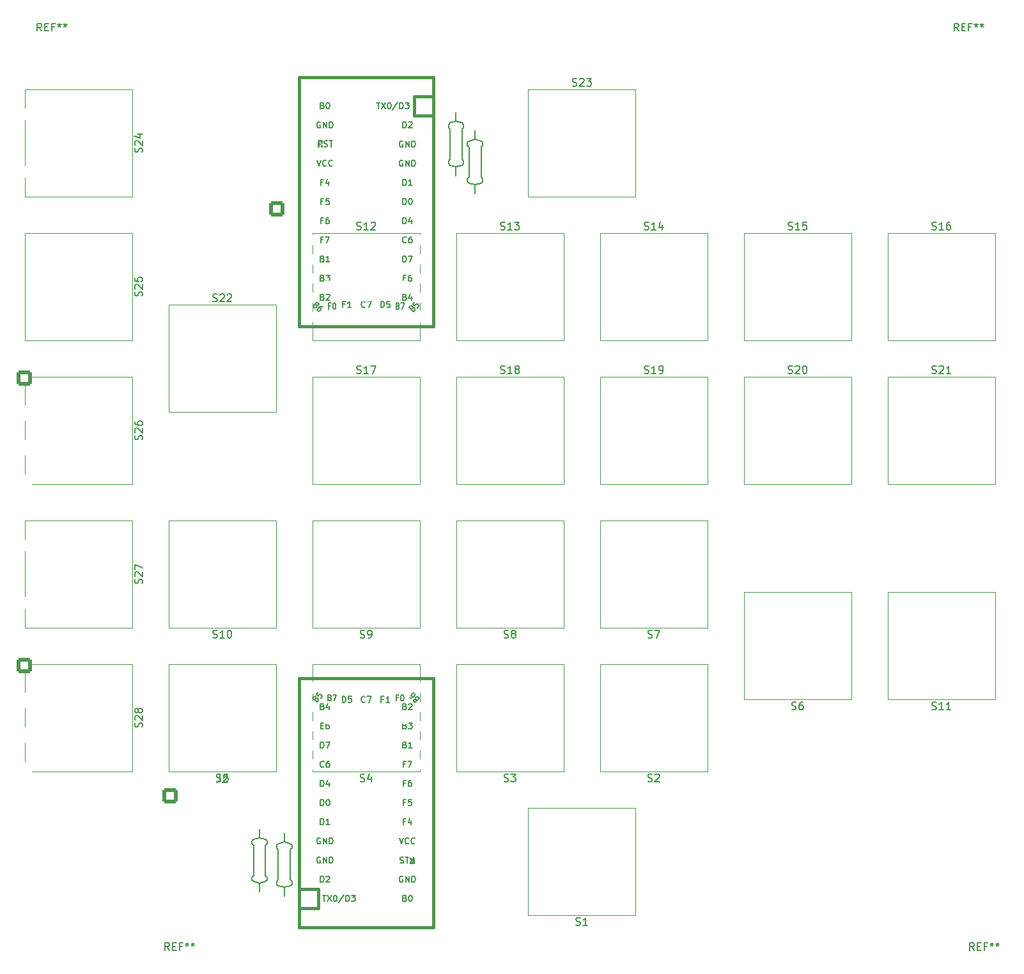
<source format=gto>
%TF.GenerationSoftware,KiCad,Pcbnew,7.0.10*%
%TF.CreationDate,2024-02-04T21:18:14-08:00*%
%TF.ProjectId,oddball_steno,6f646462-616c-46c5-9f73-74656e6f2e6b,rev?*%
%TF.SameCoordinates,Original*%
%TF.FileFunction,Legend,Top*%
%TF.FilePolarity,Positive*%
%FSLAX46Y46*%
G04 Gerber Fmt 4.6, Leading zero omitted, Abs format (unit mm)*
G04 Created by KiCad (PCBNEW 7.0.10) date 2024-02-04 21:18:14*
%MOMM*%
%LPD*%
G01*
G04 APERTURE LIST*
G04 Aperture macros list*
%AMRoundRect*
0 Rectangle with rounded corners*
0 $1 Rounding radius*
0 $2 $3 $4 $5 $6 $7 $8 $9 X,Y pos of 4 corners*
0 Add a 4 corners polygon primitive as box body*
4,1,4,$2,$3,$4,$5,$6,$7,$8,$9,$2,$3,0*
0 Add four circle primitives for the rounded corners*
1,1,$1+$1,$2,$3*
1,1,$1+$1,$4,$5*
1,1,$1+$1,$6,$7*
1,1,$1+$1,$8,$9*
0 Add four rect primitives between the rounded corners*
20,1,$1+$1,$2,$3,$4,$5,0*
20,1,$1+$1,$4,$5,$6,$7,0*
20,1,$1+$1,$6,$7,$8,$9,0*
20,1,$1+$1,$8,$9,$2,$3,0*%
G04 Aperture macros list end*
%ADD10C,0.150000*%
%ADD11C,0.120000*%
%ADD12C,0.381000*%
%ADD13R,1.752600X1.752600*%
%ADD14C,1.752600*%
%ADD15C,1.651000*%
%ADD16C,1.000000*%
%ADD17C,2.000000*%
%ADD18C,2.500000*%
%ADD19C,1.750000*%
%ADD20C,4.000000*%
%ADD21RoundRect,0.250001X-0.799999X-0.799999X0.799999X-0.799999X0.799999X0.799999X-0.799999X0.799999X0*%
%ADD22C,2.100000*%
%ADD23O,1.600000X1.600000*%
%ADD24R,1.600000X1.600000*%
%ADD25RoundRect,0.250001X-0.799999X0.799999X-0.799999X-0.799999X0.799999X-0.799999X0.799999X0.799999X0*%
%ADD26O,1.700000X1.700000*%
%ADD27R,1.700000X1.700000*%
%ADD28RoundRect,0.250001X0.799999X0.799999X-0.799999X0.799999X-0.799999X-0.799999X0.799999X-0.799999X0*%
%ADD29O,1.600000X2.000000*%
%ADD30C,0.800000*%
G04 APERTURE END LIST*
D10*
X97892166Y-143595444D02*
X97558833Y-143119253D01*
X97320738Y-143595444D02*
X97320738Y-142595444D01*
X97320738Y-142595444D02*
X97701690Y-142595444D01*
X97701690Y-142595444D02*
X97796928Y-142643063D01*
X97796928Y-142643063D02*
X97844547Y-142690682D01*
X97844547Y-142690682D02*
X97892166Y-142785920D01*
X97892166Y-142785920D02*
X97892166Y-142928777D01*
X97892166Y-142928777D02*
X97844547Y-143024015D01*
X97844547Y-143024015D02*
X97796928Y-143071634D01*
X97796928Y-143071634D02*
X97701690Y-143119253D01*
X97701690Y-143119253D02*
X97320738Y-143119253D01*
X98320738Y-143071634D02*
X98654071Y-143071634D01*
X98796928Y-143595444D02*
X98320738Y-143595444D01*
X98320738Y-143595444D02*
X98320738Y-142595444D01*
X98320738Y-142595444D02*
X98796928Y-142595444D01*
X99558833Y-143071634D02*
X99225500Y-143071634D01*
X99225500Y-143595444D02*
X99225500Y-142595444D01*
X99225500Y-142595444D02*
X99701690Y-142595444D01*
X100225500Y-142595444D02*
X100225500Y-142833539D01*
X99987405Y-142738301D02*
X100225500Y-142833539D01*
X100225500Y-142833539D02*
X100463595Y-142738301D01*
X100082643Y-143024015D02*
X100225500Y-142833539D01*
X100225500Y-142833539D02*
X100368357Y-143024015D01*
X100987405Y-142595444D02*
X100987405Y-142833539D01*
X100749310Y-142738301D02*
X100987405Y-142833539D01*
X100987405Y-142833539D02*
X101225500Y-142738301D01*
X100844548Y-143024015D02*
X100987405Y-142833539D01*
X100987405Y-142833539D02*
X101130262Y-143024015D01*
X80977166Y-21725444D02*
X80643833Y-21249253D01*
X80405738Y-21725444D02*
X80405738Y-20725444D01*
X80405738Y-20725444D02*
X80786690Y-20725444D01*
X80786690Y-20725444D02*
X80881928Y-20773063D01*
X80881928Y-20773063D02*
X80929547Y-20820682D01*
X80929547Y-20820682D02*
X80977166Y-20915920D01*
X80977166Y-20915920D02*
X80977166Y-21058777D01*
X80977166Y-21058777D02*
X80929547Y-21154015D01*
X80929547Y-21154015D02*
X80881928Y-21201634D01*
X80881928Y-21201634D02*
X80786690Y-21249253D01*
X80786690Y-21249253D02*
X80405738Y-21249253D01*
X81405738Y-21201634D02*
X81739071Y-21201634D01*
X81881928Y-21725444D02*
X81405738Y-21725444D01*
X81405738Y-21725444D02*
X81405738Y-20725444D01*
X81405738Y-20725444D02*
X81881928Y-20725444D01*
X82643833Y-21201634D02*
X82310500Y-21201634D01*
X82310500Y-21725444D02*
X82310500Y-20725444D01*
X82310500Y-20725444D02*
X82786690Y-20725444D01*
X83310500Y-20725444D02*
X83310500Y-20963539D01*
X83072405Y-20868301D02*
X83310500Y-20963539D01*
X83310500Y-20963539D02*
X83548595Y-20868301D01*
X83167643Y-21154015D02*
X83310500Y-20963539D01*
X83310500Y-20963539D02*
X83453357Y-21154015D01*
X84072405Y-20725444D02*
X84072405Y-20963539D01*
X83834310Y-20868301D02*
X84072405Y-20963539D01*
X84072405Y-20963539D02*
X84310500Y-20868301D01*
X83929548Y-21154015D02*
X84072405Y-20963539D01*
X84072405Y-20963539D02*
X84215262Y-21154015D01*
X204492166Y-143595444D02*
X204158833Y-143119253D01*
X203920738Y-143595444D02*
X203920738Y-142595444D01*
X203920738Y-142595444D02*
X204301690Y-142595444D01*
X204301690Y-142595444D02*
X204396928Y-142643063D01*
X204396928Y-142643063D02*
X204444547Y-142690682D01*
X204444547Y-142690682D02*
X204492166Y-142785920D01*
X204492166Y-142785920D02*
X204492166Y-142928777D01*
X204492166Y-142928777D02*
X204444547Y-143024015D01*
X204444547Y-143024015D02*
X204396928Y-143071634D01*
X204396928Y-143071634D02*
X204301690Y-143119253D01*
X204301690Y-143119253D02*
X203920738Y-143119253D01*
X204920738Y-143071634D02*
X205254071Y-143071634D01*
X205396928Y-143595444D02*
X204920738Y-143595444D01*
X204920738Y-143595444D02*
X204920738Y-142595444D01*
X204920738Y-142595444D02*
X205396928Y-142595444D01*
X206158833Y-143071634D02*
X205825500Y-143071634D01*
X205825500Y-143595444D02*
X205825500Y-142595444D01*
X205825500Y-142595444D02*
X206301690Y-142595444D01*
X206825500Y-142595444D02*
X206825500Y-142833539D01*
X206587405Y-142738301D02*
X206825500Y-142833539D01*
X206825500Y-142833539D02*
X207063595Y-142738301D01*
X206682643Y-143024015D02*
X206825500Y-142833539D01*
X206825500Y-142833539D02*
X206968357Y-143024015D01*
X207587405Y-142595444D02*
X207587405Y-142833539D01*
X207349310Y-142738301D02*
X207587405Y-142833539D01*
X207587405Y-142833539D02*
X207825500Y-142738301D01*
X207444548Y-143024015D02*
X207587405Y-142833539D01*
X207587405Y-142833539D02*
X207730262Y-143024015D01*
X202437166Y-21725444D02*
X202103833Y-21249253D01*
X201865738Y-21725444D02*
X201865738Y-20725444D01*
X201865738Y-20725444D02*
X202246690Y-20725444D01*
X202246690Y-20725444D02*
X202341928Y-20773063D01*
X202341928Y-20773063D02*
X202389547Y-20820682D01*
X202389547Y-20820682D02*
X202437166Y-20915920D01*
X202437166Y-20915920D02*
X202437166Y-21058777D01*
X202437166Y-21058777D02*
X202389547Y-21154015D01*
X202389547Y-21154015D02*
X202341928Y-21201634D01*
X202341928Y-21201634D02*
X202246690Y-21249253D01*
X202246690Y-21249253D02*
X201865738Y-21249253D01*
X202865738Y-21201634D02*
X203199071Y-21201634D01*
X203341928Y-21725444D02*
X202865738Y-21725444D01*
X202865738Y-21725444D02*
X202865738Y-20725444D01*
X202865738Y-20725444D02*
X203341928Y-20725444D01*
X204103833Y-21201634D02*
X203770500Y-21201634D01*
X203770500Y-21725444D02*
X203770500Y-20725444D01*
X203770500Y-20725444D02*
X204246690Y-20725444D01*
X204770500Y-20725444D02*
X204770500Y-20963539D01*
X204532405Y-20868301D02*
X204770500Y-20963539D01*
X204770500Y-20963539D02*
X205008595Y-20868301D01*
X204627643Y-21154015D02*
X204770500Y-20963539D01*
X204770500Y-20963539D02*
X204913357Y-21154015D01*
X205532405Y-20725444D02*
X205532405Y-20963539D01*
X205294310Y-20868301D02*
X205532405Y-20963539D01*
X205532405Y-20963539D02*
X205770500Y-20868301D01*
X205389548Y-21154015D02*
X205532405Y-20963539D01*
X205532405Y-20963539D02*
X205675262Y-21154015D01*
X94257700Y-56868719D02*
X94305319Y-56725862D01*
X94305319Y-56725862D02*
X94305319Y-56487767D01*
X94305319Y-56487767D02*
X94257700Y-56392529D01*
X94257700Y-56392529D02*
X94210080Y-56344910D01*
X94210080Y-56344910D02*
X94114842Y-56297291D01*
X94114842Y-56297291D02*
X94019604Y-56297291D01*
X94019604Y-56297291D02*
X93924366Y-56344910D01*
X93924366Y-56344910D02*
X93876747Y-56392529D01*
X93876747Y-56392529D02*
X93829128Y-56487767D01*
X93829128Y-56487767D02*
X93781509Y-56678243D01*
X93781509Y-56678243D02*
X93733890Y-56773481D01*
X93733890Y-56773481D02*
X93686271Y-56821100D01*
X93686271Y-56821100D02*
X93591033Y-56868719D01*
X93591033Y-56868719D02*
X93495795Y-56868719D01*
X93495795Y-56868719D02*
X93400557Y-56821100D01*
X93400557Y-56821100D02*
X93352938Y-56773481D01*
X93352938Y-56773481D02*
X93305319Y-56678243D01*
X93305319Y-56678243D02*
X93305319Y-56440148D01*
X93305319Y-56440148D02*
X93352938Y-56297291D01*
X93400557Y-55916338D02*
X93352938Y-55868719D01*
X93352938Y-55868719D02*
X93305319Y-55773481D01*
X93305319Y-55773481D02*
X93305319Y-55535386D01*
X93305319Y-55535386D02*
X93352938Y-55440148D01*
X93352938Y-55440148D02*
X93400557Y-55392529D01*
X93400557Y-55392529D02*
X93495795Y-55344910D01*
X93495795Y-55344910D02*
X93591033Y-55344910D01*
X93591033Y-55344910D02*
X93733890Y-55392529D01*
X93733890Y-55392529D02*
X94305319Y-55963957D01*
X94305319Y-55963957D02*
X94305319Y-55344910D01*
X93305319Y-54440148D02*
X93305319Y-54916338D01*
X93305319Y-54916338D02*
X93781509Y-54963957D01*
X93781509Y-54963957D02*
X93733890Y-54916338D01*
X93733890Y-54916338D02*
X93686271Y-54821100D01*
X93686271Y-54821100D02*
X93686271Y-54583005D01*
X93686271Y-54583005D02*
X93733890Y-54487767D01*
X93733890Y-54487767D02*
X93781509Y-54440148D01*
X93781509Y-54440148D02*
X93876747Y-54392529D01*
X93876747Y-54392529D02*
X94114842Y-54392529D01*
X94114842Y-54392529D02*
X94210080Y-54440148D01*
X94210080Y-54440148D02*
X94257700Y-54487767D01*
X94257700Y-54487767D02*
X94305319Y-54583005D01*
X94305319Y-54583005D02*
X94305319Y-54821100D01*
X94305319Y-54821100D02*
X94257700Y-54916338D01*
X94257700Y-54916338D02*
X94210080Y-54963957D01*
X161288595Y-102137825D02*
X161431452Y-102185444D01*
X161431452Y-102185444D02*
X161669547Y-102185444D01*
X161669547Y-102185444D02*
X161764785Y-102137825D01*
X161764785Y-102137825D02*
X161812404Y-102090205D01*
X161812404Y-102090205D02*
X161860023Y-101994967D01*
X161860023Y-101994967D02*
X161860023Y-101899729D01*
X161860023Y-101899729D02*
X161812404Y-101804491D01*
X161812404Y-101804491D02*
X161764785Y-101756872D01*
X161764785Y-101756872D02*
X161669547Y-101709253D01*
X161669547Y-101709253D02*
X161479071Y-101661634D01*
X161479071Y-101661634D02*
X161383833Y-101614015D01*
X161383833Y-101614015D02*
X161336214Y-101566396D01*
X161336214Y-101566396D02*
X161288595Y-101471158D01*
X161288595Y-101471158D02*
X161288595Y-101375920D01*
X161288595Y-101375920D02*
X161336214Y-101280682D01*
X161336214Y-101280682D02*
X161383833Y-101233063D01*
X161383833Y-101233063D02*
X161479071Y-101185444D01*
X161479071Y-101185444D02*
X161717166Y-101185444D01*
X161717166Y-101185444D02*
X161860023Y-101233063D01*
X162193357Y-101185444D02*
X162860023Y-101185444D01*
X162860023Y-101185444D02*
X162431452Y-102185444D01*
X94257700Y-75918719D02*
X94305319Y-75775862D01*
X94305319Y-75775862D02*
X94305319Y-75537767D01*
X94305319Y-75537767D02*
X94257700Y-75442529D01*
X94257700Y-75442529D02*
X94210080Y-75394910D01*
X94210080Y-75394910D02*
X94114842Y-75347291D01*
X94114842Y-75347291D02*
X94019604Y-75347291D01*
X94019604Y-75347291D02*
X93924366Y-75394910D01*
X93924366Y-75394910D02*
X93876747Y-75442529D01*
X93876747Y-75442529D02*
X93829128Y-75537767D01*
X93829128Y-75537767D02*
X93781509Y-75728243D01*
X93781509Y-75728243D02*
X93733890Y-75823481D01*
X93733890Y-75823481D02*
X93686271Y-75871100D01*
X93686271Y-75871100D02*
X93591033Y-75918719D01*
X93591033Y-75918719D02*
X93495795Y-75918719D01*
X93495795Y-75918719D02*
X93400557Y-75871100D01*
X93400557Y-75871100D02*
X93352938Y-75823481D01*
X93352938Y-75823481D02*
X93305319Y-75728243D01*
X93305319Y-75728243D02*
X93305319Y-75490148D01*
X93305319Y-75490148D02*
X93352938Y-75347291D01*
X93400557Y-74966338D02*
X93352938Y-74918719D01*
X93352938Y-74918719D02*
X93305319Y-74823481D01*
X93305319Y-74823481D02*
X93305319Y-74585386D01*
X93305319Y-74585386D02*
X93352938Y-74490148D01*
X93352938Y-74490148D02*
X93400557Y-74442529D01*
X93400557Y-74442529D02*
X93495795Y-74394910D01*
X93495795Y-74394910D02*
X93591033Y-74394910D01*
X93591033Y-74394910D02*
X93733890Y-74442529D01*
X93733890Y-74442529D02*
X94305319Y-75013957D01*
X94305319Y-75013957D02*
X94305319Y-74394910D01*
X93305319Y-73537767D02*
X93305319Y-73728243D01*
X93305319Y-73728243D02*
X93352938Y-73823481D01*
X93352938Y-73823481D02*
X93400557Y-73871100D01*
X93400557Y-73871100D02*
X93543414Y-73966338D01*
X93543414Y-73966338D02*
X93733890Y-74013957D01*
X93733890Y-74013957D02*
X94114842Y-74013957D01*
X94114842Y-74013957D02*
X94210080Y-73966338D01*
X94210080Y-73966338D02*
X94257700Y-73918719D01*
X94257700Y-73918719D02*
X94305319Y-73823481D01*
X94305319Y-73823481D02*
X94305319Y-73633005D01*
X94305319Y-73633005D02*
X94257700Y-73537767D01*
X94257700Y-73537767D02*
X94210080Y-73490148D01*
X94210080Y-73490148D02*
X94114842Y-73442529D01*
X94114842Y-73442529D02*
X93876747Y-73442529D01*
X93876747Y-73442529D02*
X93781509Y-73490148D01*
X93781509Y-73490148D02*
X93733890Y-73537767D01*
X93733890Y-73537767D02*
X93686271Y-73633005D01*
X93686271Y-73633005D02*
X93686271Y-73823481D01*
X93686271Y-73823481D02*
X93733890Y-73918719D01*
X93733890Y-73918719D02*
X93781509Y-73966338D01*
X93781509Y-73966338D02*
X93876747Y-74013957D01*
X122712405Y-67087825D02*
X122855262Y-67135444D01*
X122855262Y-67135444D02*
X123093357Y-67135444D01*
X123093357Y-67135444D02*
X123188595Y-67087825D01*
X123188595Y-67087825D02*
X123236214Y-67040205D01*
X123236214Y-67040205D02*
X123283833Y-66944967D01*
X123283833Y-66944967D02*
X123283833Y-66849729D01*
X123283833Y-66849729D02*
X123236214Y-66754491D01*
X123236214Y-66754491D02*
X123188595Y-66706872D01*
X123188595Y-66706872D02*
X123093357Y-66659253D01*
X123093357Y-66659253D02*
X122902881Y-66611634D01*
X122902881Y-66611634D02*
X122807643Y-66564015D01*
X122807643Y-66564015D02*
X122760024Y-66516396D01*
X122760024Y-66516396D02*
X122712405Y-66421158D01*
X122712405Y-66421158D02*
X122712405Y-66325920D01*
X122712405Y-66325920D02*
X122760024Y-66230682D01*
X122760024Y-66230682D02*
X122807643Y-66183063D01*
X122807643Y-66183063D02*
X122902881Y-66135444D01*
X122902881Y-66135444D02*
X123140976Y-66135444D01*
X123140976Y-66135444D02*
X123283833Y-66183063D01*
X124236214Y-67135444D02*
X123664786Y-67135444D01*
X123950500Y-67135444D02*
X123950500Y-66135444D01*
X123950500Y-66135444D02*
X123855262Y-66278301D01*
X123855262Y-66278301D02*
X123760024Y-66373539D01*
X123760024Y-66373539D02*
X123664786Y-66421158D01*
X124569548Y-66135444D02*
X125236214Y-66135444D01*
X125236214Y-66135444D02*
X124807643Y-67135444D01*
X94257700Y-94968719D02*
X94305319Y-94825862D01*
X94305319Y-94825862D02*
X94305319Y-94587767D01*
X94305319Y-94587767D02*
X94257700Y-94492529D01*
X94257700Y-94492529D02*
X94210080Y-94444910D01*
X94210080Y-94444910D02*
X94114842Y-94397291D01*
X94114842Y-94397291D02*
X94019604Y-94397291D01*
X94019604Y-94397291D02*
X93924366Y-94444910D01*
X93924366Y-94444910D02*
X93876747Y-94492529D01*
X93876747Y-94492529D02*
X93829128Y-94587767D01*
X93829128Y-94587767D02*
X93781509Y-94778243D01*
X93781509Y-94778243D02*
X93733890Y-94873481D01*
X93733890Y-94873481D02*
X93686271Y-94921100D01*
X93686271Y-94921100D02*
X93591033Y-94968719D01*
X93591033Y-94968719D02*
X93495795Y-94968719D01*
X93495795Y-94968719D02*
X93400557Y-94921100D01*
X93400557Y-94921100D02*
X93352938Y-94873481D01*
X93352938Y-94873481D02*
X93305319Y-94778243D01*
X93305319Y-94778243D02*
X93305319Y-94540148D01*
X93305319Y-94540148D02*
X93352938Y-94397291D01*
X93400557Y-94016338D02*
X93352938Y-93968719D01*
X93352938Y-93968719D02*
X93305319Y-93873481D01*
X93305319Y-93873481D02*
X93305319Y-93635386D01*
X93305319Y-93635386D02*
X93352938Y-93540148D01*
X93352938Y-93540148D02*
X93400557Y-93492529D01*
X93400557Y-93492529D02*
X93495795Y-93444910D01*
X93495795Y-93444910D02*
X93591033Y-93444910D01*
X93591033Y-93444910D02*
X93733890Y-93492529D01*
X93733890Y-93492529D02*
X94305319Y-94063957D01*
X94305319Y-94063957D02*
X94305319Y-93444910D01*
X93305319Y-93111576D02*
X93305319Y-92444910D01*
X93305319Y-92444910D02*
X94305319Y-92873481D01*
X198912405Y-48037825D02*
X199055262Y-48085444D01*
X199055262Y-48085444D02*
X199293357Y-48085444D01*
X199293357Y-48085444D02*
X199388595Y-48037825D01*
X199388595Y-48037825D02*
X199436214Y-47990205D01*
X199436214Y-47990205D02*
X199483833Y-47894967D01*
X199483833Y-47894967D02*
X199483833Y-47799729D01*
X199483833Y-47799729D02*
X199436214Y-47704491D01*
X199436214Y-47704491D02*
X199388595Y-47656872D01*
X199388595Y-47656872D02*
X199293357Y-47609253D01*
X199293357Y-47609253D02*
X199102881Y-47561634D01*
X199102881Y-47561634D02*
X199007643Y-47514015D01*
X199007643Y-47514015D02*
X198960024Y-47466396D01*
X198960024Y-47466396D02*
X198912405Y-47371158D01*
X198912405Y-47371158D02*
X198912405Y-47275920D01*
X198912405Y-47275920D02*
X198960024Y-47180682D01*
X198960024Y-47180682D02*
X199007643Y-47133063D01*
X199007643Y-47133063D02*
X199102881Y-47085444D01*
X199102881Y-47085444D02*
X199340976Y-47085444D01*
X199340976Y-47085444D02*
X199483833Y-47133063D01*
X200436214Y-48085444D02*
X199864786Y-48085444D01*
X200150500Y-48085444D02*
X200150500Y-47085444D01*
X200150500Y-47085444D02*
X200055262Y-47228301D01*
X200055262Y-47228301D02*
X199960024Y-47323539D01*
X199960024Y-47323539D02*
X199864786Y-47371158D01*
X201293357Y-47085444D02*
X201102881Y-47085444D01*
X201102881Y-47085444D02*
X201007643Y-47133063D01*
X201007643Y-47133063D02*
X200960024Y-47180682D01*
X200960024Y-47180682D02*
X200864786Y-47323539D01*
X200864786Y-47323539D02*
X200817167Y-47514015D01*
X200817167Y-47514015D02*
X200817167Y-47894967D01*
X200817167Y-47894967D02*
X200864786Y-47990205D01*
X200864786Y-47990205D02*
X200912405Y-48037825D01*
X200912405Y-48037825D02*
X201007643Y-48085444D01*
X201007643Y-48085444D02*
X201198119Y-48085444D01*
X201198119Y-48085444D02*
X201293357Y-48037825D01*
X201293357Y-48037825D02*
X201340976Y-47990205D01*
X201340976Y-47990205D02*
X201388595Y-47894967D01*
X201388595Y-47894967D02*
X201388595Y-47656872D01*
X201388595Y-47656872D02*
X201340976Y-47561634D01*
X201340976Y-47561634D02*
X201293357Y-47514015D01*
X201293357Y-47514015D02*
X201198119Y-47466396D01*
X201198119Y-47466396D02*
X201007643Y-47466396D01*
X201007643Y-47466396D02*
X200912405Y-47514015D01*
X200912405Y-47514015D02*
X200864786Y-47561634D01*
X200864786Y-47561634D02*
X200817167Y-47656872D01*
X104138595Y-121187825D02*
X104281452Y-121235444D01*
X104281452Y-121235444D02*
X104519547Y-121235444D01*
X104519547Y-121235444D02*
X104614785Y-121187825D01*
X104614785Y-121187825D02*
X104662404Y-121140205D01*
X104662404Y-121140205D02*
X104710023Y-121044967D01*
X104710023Y-121044967D02*
X104710023Y-120949729D01*
X104710023Y-120949729D02*
X104662404Y-120854491D01*
X104662404Y-120854491D02*
X104614785Y-120806872D01*
X104614785Y-120806872D02*
X104519547Y-120759253D01*
X104519547Y-120759253D02*
X104329071Y-120711634D01*
X104329071Y-120711634D02*
X104233833Y-120664015D01*
X104233833Y-120664015D02*
X104186214Y-120616396D01*
X104186214Y-120616396D02*
X104138595Y-120521158D01*
X104138595Y-120521158D02*
X104138595Y-120425920D01*
X104138595Y-120425920D02*
X104186214Y-120330682D01*
X104186214Y-120330682D02*
X104233833Y-120283063D01*
X104233833Y-120283063D02*
X104329071Y-120235444D01*
X104329071Y-120235444D02*
X104567166Y-120235444D01*
X104567166Y-120235444D02*
X104710023Y-120283063D01*
X105614785Y-120235444D02*
X105138595Y-120235444D01*
X105138595Y-120235444D02*
X105090976Y-120711634D01*
X105090976Y-120711634D02*
X105138595Y-120664015D01*
X105138595Y-120664015D02*
X105233833Y-120616396D01*
X105233833Y-120616396D02*
X105471928Y-120616396D01*
X105471928Y-120616396D02*
X105567166Y-120664015D01*
X105567166Y-120664015D02*
X105614785Y-120711634D01*
X105614785Y-120711634D02*
X105662404Y-120806872D01*
X105662404Y-120806872D02*
X105662404Y-121044967D01*
X105662404Y-121044967D02*
X105614785Y-121140205D01*
X105614785Y-121140205D02*
X105567166Y-121187825D01*
X105567166Y-121187825D02*
X105471928Y-121235444D01*
X105471928Y-121235444D02*
X105233833Y-121235444D01*
X105233833Y-121235444D02*
X105138595Y-121187825D01*
X105138595Y-121187825D02*
X105090976Y-121140205D01*
X94257700Y-37818719D02*
X94305319Y-37675862D01*
X94305319Y-37675862D02*
X94305319Y-37437767D01*
X94305319Y-37437767D02*
X94257700Y-37342529D01*
X94257700Y-37342529D02*
X94210080Y-37294910D01*
X94210080Y-37294910D02*
X94114842Y-37247291D01*
X94114842Y-37247291D02*
X94019604Y-37247291D01*
X94019604Y-37247291D02*
X93924366Y-37294910D01*
X93924366Y-37294910D02*
X93876747Y-37342529D01*
X93876747Y-37342529D02*
X93829128Y-37437767D01*
X93829128Y-37437767D02*
X93781509Y-37628243D01*
X93781509Y-37628243D02*
X93733890Y-37723481D01*
X93733890Y-37723481D02*
X93686271Y-37771100D01*
X93686271Y-37771100D02*
X93591033Y-37818719D01*
X93591033Y-37818719D02*
X93495795Y-37818719D01*
X93495795Y-37818719D02*
X93400557Y-37771100D01*
X93400557Y-37771100D02*
X93352938Y-37723481D01*
X93352938Y-37723481D02*
X93305319Y-37628243D01*
X93305319Y-37628243D02*
X93305319Y-37390148D01*
X93305319Y-37390148D02*
X93352938Y-37247291D01*
X93400557Y-36866338D02*
X93352938Y-36818719D01*
X93352938Y-36818719D02*
X93305319Y-36723481D01*
X93305319Y-36723481D02*
X93305319Y-36485386D01*
X93305319Y-36485386D02*
X93352938Y-36390148D01*
X93352938Y-36390148D02*
X93400557Y-36342529D01*
X93400557Y-36342529D02*
X93495795Y-36294910D01*
X93495795Y-36294910D02*
X93591033Y-36294910D01*
X93591033Y-36294910D02*
X93733890Y-36342529D01*
X93733890Y-36342529D02*
X94305319Y-36913957D01*
X94305319Y-36913957D02*
X94305319Y-36294910D01*
X93638652Y-35437767D02*
X94305319Y-35437767D01*
X93257700Y-35675862D02*
X93971985Y-35913957D01*
X93971985Y-35913957D02*
X93971985Y-35294910D01*
X151763595Y-140237825D02*
X151906452Y-140285444D01*
X151906452Y-140285444D02*
X152144547Y-140285444D01*
X152144547Y-140285444D02*
X152239785Y-140237825D01*
X152239785Y-140237825D02*
X152287404Y-140190205D01*
X152287404Y-140190205D02*
X152335023Y-140094967D01*
X152335023Y-140094967D02*
X152335023Y-139999729D01*
X152335023Y-139999729D02*
X152287404Y-139904491D01*
X152287404Y-139904491D02*
X152239785Y-139856872D01*
X152239785Y-139856872D02*
X152144547Y-139809253D01*
X152144547Y-139809253D02*
X151954071Y-139761634D01*
X151954071Y-139761634D02*
X151858833Y-139714015D01*
X151858833Y-139714015D02*
X151811214Y-139666396D01*
X151811214Y-139666396D02*
X151763595Y-139571158D01*
X151763595Y-139571158D02*
X151763595Y-139475920D01*
X151763595Y-139475920D02*
X151811214Y-139380682D01*
X151811214Y-139380682D02*
X151858833Y-139333063D01*
X151858833Y-139333063D02*
X151954071Y-139285444D01*
X151954071Y-139285444D02*
X152192166Y-139285444D01*
X152192166Y-139285444D02*
X152335023Y-139333063D01*
X153287404Y-140285444D02*
X152715976Y-140285444D01*
X153001690Y-140285444D02*
X153001690Y-139285444D01*
X153001690Y-139285444D02*
X152906452Y-139428301D01*
X152906452Y-139428301D02*
X152811214Y-139523539D01*
X152811214Y-139523539D02*
X152715976Y-139571158D01*
X151287405Y-28987825D02*
X151430262Y-29035444D01*
X151430262Y-29035444D02*
X151668357Y-29035444D01*
X151668357Y-29035444D02*
X151763595Y-28987825D01*
X151763595Y-28987825D02*
X151811214Y-28940205D01*
X151811214Y-28940205D02*
X151858833Y-28844967D01*
X151858833Y-28844967D02*
X151858833Y-28749729D01*
X151858833Y-28749729D02*
X151811214Y-28654491D01*
X151811214Y-28654491D02*
X151763595Y-28606872D01*
X151763595Y-28606872D02*
X151668357Y-28559253D01*
X151668357Y-28559253D02*
X151477881Y-28511634D01*
X151477881Y-28511634D02*
X151382643Y-28464015D01*
X151382643Y-28464015D02*
X151335024Y-28416396D01*
X151335024Y-28416396D02*
X151287405Y-28321158D01*
X151287405Y-28321158D02*
X151287405Y-28225920D01*
X151287405Y-28225920D02*
X151335024Y-28130682D01*
X151335024Y-28130682D02*
X151382643Y-28083063D01*
X151382643Y-28083063D02*
X151477881Y-28035444D01*
X151477881Y-28035444D02*
X151715976Y-28035444D01*
X151715976Y-28035444D02*
X151858833Y-28083063D01*
X152239786Y-28130682D02*
X152287405Y-28083063D01*
X152287405Y-28083063D02*
X152382643Y-28035444D01*
X152382643Y-28035444D02*
X152620738Y-28035444D01*
X152620738Y-28035444D02*
X152715976Y-28083063D01*
X152715976Y-28083063D02*
X152763595Y-28130682D01*
X152763595Y-28130682D02*
X152811214Y-28225920D01*
X152811214Y-28225920D02*
X152811214Y-28321158D01*
X152811214Y-28321158D02*
X152763595Y-28464015D01*
X152763595Y-28464015D02*
X152192167Y-29035444D01*
X152192167Y-29035444D02*
X152811214Y-29035444D01*
X153144548Y-28035444D02*
X153763595Y-28035444D01*
X153763595Y-28035444D02*
X153430262Y-28416396D01*
X153430262Y-28416396D02*
X153573119Y-28416396D01*
X153573119Y-28416396D02*
X153668357Y-28464015D01*
X153668357Y-28464015D02*
X153715976Y-28511634D01*
X153715976Y-28511634D02*
X153763595Y-28606872D01*
X153763595Y-28606872D02*
X153763595Y-28844967D01*
X153763595Y-28844967D02*
X153715976Y-28940205D01*
X153715976Y-28940205D02*
X153668357Y-28987825D01*
X153668357Y-28987825D02*
X153573119Y-29035444D01*
X153573119Y-29035444D02*
X153287405Y-29035444D01*
X153287405Y-29035444D02*
X153192167Y-28987825D01*
X153192167Y-28987825D02*
X153144548Y-28940205D01*
X103662405Y-57562825D02*
X103805262Y-57610444D01*
X103805262Y-57610444D02*
X104043357Y-57610444D01*
X104043357Y-57610444D02*
X104138595Y-57562825D01*
X104138595Y-57562825D02*
X104186214Y-57515205D01*
X104186214Y-57515205D02*
X104233833Y-57419967D01*
X104233833Y-57419967D02*
X104233833Y-57324729D01*
X104233833Y-57324729D02*
X104186214Y-57229491D01*
X104186214Y-57229491D02*
X104138595Y-57181872D01*
X104138595Y-57181872D02*
X104043357Y-57134253D01*
X104043357Y-57134253D02*
X103852881Y-57086634D01*
X103852881Y-57086634D02*
X103757643Y-57039015D01*
X103757643Y-57039015D02*
X103710024Y-56991396D01*
X103710024Y-56991396D02*
X103662405Y-56896158D01*
X103662405Y-56896158D02*
X103662405Y-56800920D01*
X103662405Y-56800920D02*
X103710024Y-56705682D01*
X103710024Y-56705682D02*
X103757643Y-56658063D01*
X103757643Y-56658063D02*
X103852881Y-56610444D01*
X103852881Y-56610444D02*
X104090976Y-56610444D01*
X104090976Y-56610444D02*
X104233833Y-56658063D01*
X104614786Y-56705682D02*
X104662405Y-56658063D01*
X104662405Y-56658063D02*
X104757643Y-56610444D01*
X104757643Y-56610444D02*
X104995738Y-56610444D01*
X104995738Y-56610444D02*
X105090976Y-56658063D01*
X105090976Y-56658063D02*
X105138595Y-56705682D01*
X105138595Y-56705682D02*
X105186214Y-56800920D01*
X105186214Y-56800920D02*
X105186214Y-56896158D01*
X105186214Y-56896158D02*
X105138595Y-57039015D01*
X105138595Y-57039015D02*
X104567167Y-57610444D01*
X104567167Y-57610444D02*
X105186214Y-57610444D01*
X105567167Y-56705682D02*
X105614786Y-56658063D01*
X105614786Y-56658063D02*
X105710024Y-56610444D01*
X105710024Y-56610444D02*
X105948119Y-56610444D01*
X105948119Y-56610444D02*
X106043357Y-56658063D01*
X106043357Y-56658063D02*
X106090976Y-56705682D01*
X106090976Y-56705682D02*
X106138595Y-56800920D01*
X106138595Y-56800920D02*
X106138595Y-56896158D01*
X106138595Y-56896158D02*
X106090976Y-57039015D01*
X106090976Y-57039015D02*
X105519548Y-57610444D01*
X105519548Y-57610444D02*
X106138595Y-57610444D01*
X180338595Y-111662825D02*
X180481452Y-111710444D01*
X180481452Y-111710444D02*
X180719547Y-111710444D01*
X180719547Y-111710444D02*
X180814785Y-111662825D01*
X180814785Y-111662825D02*
X180862404Y-111615205D01*
X180862404Y-111615205D02*
X180910023Y-111519967D01*
X180910023Y-111519967D02*
X180910023Y-111424729D01*
X180910023Y-111424729D02*
X180862404Y-111329491D01*
X180862404Y-111329491D02*
X180814785Y-111281872D01*
X180814785Y-111281872D02*
X180719547Y-111234253D01*
X180719547Y-111234253D02*
X180529071Y-111186634D01*
X180529071Y-111186634D02*
X180433833Y-111139015D01*
X180433833Y-111139015D02*
X180386214Y-111091396D01*
X180386214Y-111091396D02*
X180338595Y-110996158D01*
X180338595Y-110996158D02*
X180338595Y-110900920D01*
X180338595Y-110900920D02*
X180386214Y-110805682D01*
X180386214Y-110805682D02*
X180433833Y-110758063D01*
X180433833Y-110758063D02*
X180529071Y-110710444D01*
X180529071Y-110710444D02*
X180767166Y-110710444D01*
X180767166Y-110710444D02*
X180910023Y-110758063D01*
X181767166Y-110710444D02*
X181576690Y-110710444D01*
X181576690Y-110710444D02*
X181481452Y-110758063D01*
X181481452Y-110758063D02*
X181433833Y-110805682D01*
X181433833Y-110805682D02*
X181338595Y-110948539D01*
X181338595Y-110948539D02*
X181290976Y-111139015D01*
X181290976Y-111139015D02*
X181290976Y-111519967D01*
X181290976Y-111519967D02*
X181338595Y-111615205D01*
X181338595Y-111615205D02*
X181386214Y-111662825D01*
X181386214Y-111662825D02*
X181481452Y-111710444D01*
X181481452Y-111710444D02*
X181671928Y-111710444D01*
X181671928Y-111710444D02*
X181767166Y-111662825D01*
X181767166Y-111662825D02*
X181814785Y-111615205D01*
X181814785Y-111615205D02*
X181862404Y-111519967D01*
X181862404Y-111519967D02*
X181862404Y-111281872D01*
X181862404Y-111281872D02*
X181814785Y-111186634D01*
X181814785Y-111186634D02*
X181767166Y-111139015D01*
X181767166Y-111139015D02*
X181671928Y-111091396D01*
X181671928Y-111091396D02*
X181481452Y-111091396D01*
X181481452Y-111091396D02*
X181386214Y-111139015D01*
X181386214Y-111139015D02*
X181338595Y-111186634D01*
X181338595Y-111186634D02*
X181290976Y-111281872D01*
X122712405Y-48037825D02*
X122855262Y-48085444D01*
X122855262Y-48085444D02*
X123093357Y-48085444D01*
X123093357Y-48085444D02*
X123188595Y-48037825D01*
X123188595Y-48037825D02*
X123236214Y-47990205D01*
X123236214Y-47990205D02*
X123283833Y-47894967D01*
X123283833Y-47894967D02*
X123283833Y-47799729D01*
X123283833Y-47799729D02*
X123236214Y-47704491D01*
X123236214Y-47704491D02*
X123188595Y-47656872D01*
X123188595Y-47656872D02*
X123093357Y-47609253D01*
X123093357Y-47609253D02*
X122902881Y-47561634D01*
X122902881Y-47561634D02*
X122807643Y-47514015D01*
X122807643Y-47514015D02*
X122760024Y-47466396D01*
X122760024Y-47466396D02*
X122712405Y-47371158D01*
X122712405Y-47371158D02*
X122712405Y-47275920D01*
X122712405Y-47275920D02*
X122760024Y-47180682D01*
X122760024Y-47180682D02*
X122807643Y-47133063D01*
X122807643Y-47133063D02*
X122902881Y-47085444D01*
X122902881Y-47085444D02*
X123140976Y-47085444D01*
X123140976Y-47085444D02*
X123283833Y-47133063D01*
X124236214Y-48085444D02*
X123664786Y-48085444D01*
X123950500Y-48085444D02*
X123950500Y-47085444D01*
X123950500Y-47085444D02*
X123855262Y-47228301D01*
X123855262Y-47228301D02*
X123760024Y-47323539D01*
X123760024Y-47323539D02*
X123664786Y-47371158D01*
X124617167Y-47180682D02*
X124664786Y-47133063D01*
X124664786Y-47133063D02*
X124760024Y-47085444D01*
X124760024Y-47085444D02*
X124998119Y-47085444D01*
X124998119Y-47085444D02*
X125093357Y-47133063D01*
X125093357Y-47133063D02*
X125140976Y-47180682D01*
X125140976Y-47180682D02*
X125188595Y-47275920D01*
X125188595Y-47275920D02*
X125188595Y-47371158D01*
X125188595Y-47371158D02*
X125140976Y-47514015D01*
X125140976Y-47514015D02*
X124569548Y-48085444D01*
X124569548Y-48085444D02*
X125188595Y-48085444D01*
X94257700Y-114018719D02*
X94305319Y-113875862D01*
X94305319Y-113875862D02*
X94305319Y-113637767D01*
X94305319Y-113637767D02*
X94257700Y-113542529D01*
X94257700Y-113542529D02*
X94210080Y-113494910D01*
X94210080Y-113494910D02*
X94114842Y-113447291D01*
X94114842Y-113447291D02*
X94019604Y-113447291D01*
X94019604Y-113447291D02*
X93924366Y-113494910D01*
X93924366Y-113494910D02*
X93876747Y-113542529D01*
X93876747Y-113542529D02*
X93829128Y-113637767D01*
X93829128Y-113637767D02*
X93781509Y-113828243D01*
X93781509Y-113828243D02*
X93733890Y-113923481D01*
X93733890Y-113923481D02*
X93686271Y-113971100D01*
X93686271Y-113971100D02*
X93591033Y-114018719D01*
X93591033Y-114018719D02*
X93495795Y-114018719D01*
X93495795Y-114018719D02*
X93400557Y-113971100D01*
X93400557Y-113971100D02*
X93352938Y-113923481D01*
X93352938Y-113923481D02*
X93305319Y-113828243D01*
X93305319Y-113828243D02*
X93305319Y-113590148D01*
X93305319Y-113590148D02*
X93352938Y-113447291D01*
X93400557Y-113066338D02*
X93352938Y-113018719D01*
X93352938Y-113018719D02*
X93305319Y-112923481D01*
X93305319Y-112923481D02*
X93305319Y-112685386D01*
X93305319Y-112685386D02*
X93352938Y-112590148D01*
X93352938Y-112590148D02*
X93400557Y-112542529D01*
X93400557Y-112542529D02*
X93495795Y-112494910D01*
X93495795Y-112494910D02*
X93591033Y-112494910D01*
X93591033Y-112494910D02*
X93733890Y-112542529D01*
X93733890Y-112542529D02*
X94305319Y-113113957D01*
X94305319Y-113113957D02*
X94305319Y-112494910D01*
X93733890Y-111923481D02*
X93686271Y-112018719D01*
X93686271Y-112018719D02*
X93638652Y-112066338D01*
X93638652Y-112066338D02*
X93543414Y-112113957D01*
X93543414Y-112113957D02*
X93495795Y-112113957D01*
X93495795Y-112113957D02*
X93400557Y-112066338D01*
X93400557Y-112066338D02*
X93352938Y-112018719D01*
X93352938Y-112018719D02*
X93305319Y-111923481D01*
X93305319Y-111923481D02*
X93305319Y-111733005D01*
X93305319Y-111733005D02*
X93352938Y-111637767D01*
X93352938Y-111637767D02*
X93400557Y-111590148D01*
X93400557Y-111590148D02*
X93495795Y-111542529D01*
X93495795Y-111542529D02*
X93543414Y-111542529D01*
X93543414Y-111542529D02*
X93638652Y-111590148D01*
X93638652Y-111590148D02*
X93686271Y-111637767D01*
X93686271Y-111637767D02*
X93733890Y-111733005D01*
X93733890Y-111733005D02*
X93733890Y-111923481D01*
X93733890Y-111923481D02*
X93781509Y-112018719D01*
X93781509Y-112018719D02*
X93829128Y-112066338D01*
X93829128Y-112066338D02*
X93924366Y-112113957D01*
X93924366Y-112113957D02*
X94114842Y-112113957D01*
X94114842Y-112113957D02*
X94210080Y-112066338D01*
X94210080Y-112066338D02*
X94257700Y-112018719D01*
X94257700Y-112018719D02*
X94305319Y-111923481D01*
X94305319Y-111923481D02*
X94305319Y-111733005D01*
X94305319Y-111733005D02*
X94257700Y-111637767D01*
X94257700Y-111637767D02*
X94210080Y-111590148D01*
X94210080Y-111590148D02*
X94114842Y-111542529D01*
X94114842Y-111542529D02*
X93924366Y-111542529D01*
X93924366Y-111542529D02*
X93829128Y-111590148D01*
X93829128Y-111590148D02*
X93781509Y-111637767D01*
X93781509Y-111637767D02*
X93733890Y-111733005D01*
X198912405Y-111662825D02*
X199055262Y-111710444D01*
X199055262Y-111710444D02*
X199293357Y-111710444D01*
X199293357Y-111710444D02*
X199388595Y-111662825D01*
X199388595Y-111662825D02*
X199436214Y-111615205D01*
X199436214Y-111615205D02*
X199483833Y-111519967D01*
X199483833Y-111519967D02*
X199483833Y-111424729D01*
X199483833Y-111424729D02*
X199436214Y-111329491D01*
X199436214Y-111329491D02*
X199388595Y-111281872D01*
X199388595Y-111281872D02*
X199293357Y-111234253D01*
X199293357Y-111234253D02*
X199102881Y-111186634D01*
X199102881Y-111186634D02*
X199007643Y-111139015D01*
X199007643Y-111139015D02*
X198960024Y-111091396D01*
X198960024Y-111091396D02*
X198912405Y-110996158D01*
X198912405Y-110996158D02*
X198912405Y-110900920D01*
X198912405Y-110900920D02*
X198960024Y-110805682D01*
X198960024Y-110805682D02*
X199007643Y-110758063D01*
X199007643Y-110758063D02*
X199102881Y-110710444D01*
X199102881Y-110710444D02*
X199340976Y-110710444D01*
X199340976Y-110710444D02*
X199483833Y-110758063D01*
X200436214Y-111710444D02*
X199864786Y-111710444D01*
X200150500Y-111710444D02*
X200150500Y-110710444D01*
X200150500Y-110710444D02*
X200055262Y-110853301D01*
X200055262Y-110853301D02*
X199960024Y-110948539D01*
X199960024Y-110948539D02*
X199864786Y-110996158D01*
X201388595Y-111710444D02*
X200817167Y-111710444D01*
X201102881Y-111710444D02*
X201102881Y-110710444D01*
X201102881Y-110710444D02*
X201007643Y-110853301D01*
X201007643Y-110853301D02*
X200912405Y-110948539D01*
X200912405Y-110948539D02*
X200817167Y-110996158D01*
X142238595Y-102137825D02*
X142381452Y-102185444D01*
X142381452Y-102185444D02*
X142619547Y-102185444D01*
X142619547Y-102185444D02*
X142714785Y-102137825D01*
X142714785Y-102137825D02*
X142762404Y-102090205D01*
X142762404Y-102090205D02*
X142810023Y-101994967D01*
X142810023Y-101994967D02*
X142810023Y-101899729D01*
X142810023Y-101899729D02*
X142762404Y-101804491D01*
X142762404Y-101804491D02*
X142714785Y-101756872D01*
X142714785Y-101756872D02*
X142619547Y-101709253D01*
X142619547Y-101709253D02*
X142429071Y-101661634D01*
X142429071Y-101661634D02*
X142333833Y-101614015D01*
X142333833Y-101614015D02*
X142286214Y-101566396D01*
X142286214Y-101566396D02*
X142238595Y-101471158D01*
X142238595Y-101471158D02*
X142238595Y-101375920D01*
X142238595Y-101375920D02*
X142286214Y-101280682D01*
X142286214Y-101280682D02*
X142333833Y-101233063D01*
X142333833Y-101233063D02*
X142429071Y-101185444D01*
X142429071Y-101185444D02*
X142667166Y-101185444D01*
X142667166Y-101185444D02*
X142810023Y-101233063D01*
X143381452Y-101614015D02*
X143286214Y-101566396D01*
X143286214Y-101566396D02*
X143238595Y-101518777D01*
X143238595Y-101518777D02*
X143190976Y-101423539D01*
X143190976Y-101423539D02*
X143190976Y-101375920D01*
X143190976Y-101375920D02*
X143238595Y-101280682D01*
X143238595Y-101280682D02*
X143286214Y-101233063D01*
X143286214Y-101233063D02*
X143381452Y-101185444D01*
X143381452Y-101185444D02*
X143571928Y-101185444D01*
X143571928Y-101185444D02*
X143667166Y-101233063D01*
X143667166Y-101233063D02*
X143714785Y-101280682D01*
X143714785Y-101280682D02*
X143762404Y-101375920D01*
X143762404Y-101375920D02*
X143762404Y-101423539D01*
X143762404Y-101423539D02*
X143714785Y-101518777D01*
X143714785Y-101518777D02*
X143667166Y-101566396D01*
X143667166Y-101566396D02*
X143571928Y-101614015D01*
X143571928Y-101614015D02*
X143381452Y-101614015D01*
X143381452Y-101614015D02*
X143286214Y-101661634D01*
X143286214Y-101661634D02*
X143238595Y-101709253D01*
X143238595Y-101709253D02*
X143190976Y-101804491D01*
X143190976Y-101804491D02*
X143190976Y-101994967D01*
X143190976Y-101994967D02*
X143238595Y-102090205D01*
X143238595Y-102090205D02*
X143286214Y-102137825D01*
X143286214Y-102137825D02*
X143381452Y-102185444D01*
X143381452Y-102185444D02*
X143571928Y-102185444D01*
X143571928Y-102185444D02*
X143667166Y-102137825D01*
X143667166Y-102137825D02*
X143714785Y-102090205D01*
X143714785Y-102090205D02*
X143762404Y-101994967D01*
X143762404Y-101994967D02*
X143762404Y-101804491D01*
X143762404Y-101804491D02*
X143714785Y-101709253D01*
X143714785Y-101709253D02*
X143667166Y-101661634D01*
X143667166Y-101661634D02*
X143571928Y-101614015D01*
X179862405Y-48037825D02*
X180005262Y-48085444D01*
X180005262Y-48085444D02*
X180243357Y-48085444D01*
X180243357Y-48085444D02*
X180338595Y-48037825D01*
X180338595Y-48037825D02*
X180386214Y-47990205D01*
X180386214Y-47990205D02*
X180433833Y-47894967D01*
X180433833Y-47894967D02*
X180433833Y-47799729D01*
X180433833Y-47799729D02*
X180386214Y-47704491D01*
X180386214Y-47704491D02*
X180338595Y-47656872D01*
X180338595Y-47656872D02*
X180243357Y-47609253D01*
X180243357Y-47609253D02*
X180052881Y-47561634D01*
X180052881Y-47561634D02*
X179957643Y-47514015D01*
X179957643Y-47514015D02*
X179910024Y-47466396D01*
X179910024Y-47466396D02*
X179862405Y-47371158D01*
X179862405Y-47371158D02*
X179862405Y-47275920D01*
X179862405Y-47275920D02*
X179910024Y-47180682D01*
X179910024Y-47180682D02*
X179957643Y-47133063D01*
X179957643Y-47133063D02*
X180052881Y-47085444D01*
X180052881Y-47085444D02*
X180290976Y-47085444D01*
X180290976Y-47085444D02*
X180433833Y-47133063D01*
X181386214Y-48085444D02*
X180814786Y-48085444D01*
X181100500Y-48085444D02*
X181100500Y-47085444D01*
X181100500Y-47085444D02*
X181005262Y-47228301D01*
X181005262Y-47228301D02*
X180910024Y-47323539D01*
X180910024Y-47323539D02*
X180814786Y-47371158D01*
X182290976Y-47085444D02*
X181814786Y-47085444D01*
X181814786Y-47085444D02*
X181767167Y-47561634D01*
X181767167Y-47561634D02*
X181814786Y-47514015D01*
X181814786Y-47514015D02*
X181910024Y-47466396D01*
X181910024Y-47466396D02*
X182148119Y-47466396D01*
X182148119Y-47466396D02*
X182243357Y-47514015D01*
X182243357Y-47514015D02*
X182290976Y-47561634D01*
X182290976Y-47561634D02*
X182338595Y-47656872D01*
X182338595Y-47656872D02*
X182338595Y-47894967D01*
X182338595Y-47894967D02*
X182290976Y-47990205D01*
X182290976Y-47990205D02*
X182243357Y-48037825D01*
X182243357Y-48037825D02*
X182148119Y-48085444D01*
X182148119Y-48085444D02*
X181910024Y-48085444D01*
X181910024Y-48085444D02*
X181814786Y-48037825D01*
X181814786Y-48037825D02*
X181767167Y-47990205D01*
X161288595Y-121187825D02*
X161431452Y-121235444D01*
X161431452Y-121235444D02*
X161669547Y-121235444D01*
X161669547Y-121235444D02*
X161764785Y-121187825D01*
X161764785Y-121187825D02*
X161812404Y-121140205D01*
X161812404Y-121140205D02*
X161860023Y-121044967D01*
X161860023Y-121044967D02*
X161860023Y-120949729D01*
X161860023Y-120949729D02*
X161812404Y-120854491D01*
X161812404Y-120854491D02*
X161764785Y-120806872D01*
X161764785Y-120806872D02*
X161669547Y-120759253D01*
X161669547Y-120759253D02*
X161479071Y-120711634D01*
X161479071Y-120711634D02*
X161383833Y-120664015D01*
X161383833Y-120664015D02*
X161336214Y-120616396D01*
X161336214Y-120616396D02*
X161288595Y-120521158D01*
X161288595Y-120521158D02*
X161288595Y-120425920D01*
X161288595Y-120425920D02*
X161336214Y-120330682D01*
X161336214Y-120330682D02*
X161383833Y-120283063D01*
X161383833Y-120283063D02*
X161479071Y-120235444D01*
X161479071Y-120235444D02*
X161717166Y-120235444D01*
X161717166Y-120235444D02*
X161860023Y-120283063D01*
X162240976Y-120330682D02*
X162288595Y-120283063D01*
X162288595Y-120283063D02*
X162383833Y-120235444D01*
X162383833Y-120235444D02*
X162621928Y-120235444D01*
X162621928Y-120235444D02*
X162717166Y-120283063D01*
X162717166Y-120283063D02*
X162764785Y-120330682D01*
X162764785Y-120330682D02*
X162812404Y-120425920D01*
X162812404Y-120425920D02*
X162812404Y-120521158D01*
X162812404Y-120521158D02*
X162764785Y-120664015D01*
X162764785Y-120664015D02*
X162193357Y-121235444D01*
X162193357Y-121235444D02*
X162812404Y-121235444D01*
X141762405Y-67087825D02*
X141905262Y-67135444D01*
X141905262Y-67135444D02*
X142143357Y-67135444D01*
X142143357Y-67135444D02*
X142238595Y-67087825D01*
X142238595Y-67087825D02*
X142286214Y-67040205D01*
X142286214Y-67040205D02*
X142333833Y-66944967D01*
X142333833Y-66944967D02*
X142333833Y-66849729D01*
X142333833Y-66849729D02*
X142286214Y-66754491D01*
X142286214Y-66754491D02*
X142238595Y-66706872D01*
X142238595Y-66706872D02*
X142143357Y-66659253D01*
X142143357Y-66659253D02*
X141952881Y-66611634D01*
X141952881Y-66611634D02*
X141857643Y-66564015D01*
X141857643Y-66564015D02*
X141810024Y-66516396D01*
X141810024Y-66516396D02*
X141762405Y-66421158D01*
X141762405Y-66421158D02*
X141762405Y-66325920D01*
X141762405Y-66325920D02*
X141810024Y-66230682D01*
X141810024Y-66230682D02*
X141857643Y-66183063D01*
X141857643Y-66183063D02*
X141952881Y-66135444D01*
X141952881Y-66135444D02*
X142190976Y-66135444D01*
X142190976Y-66135444D02*
X142333833Y-66183063D01*
X143286214Y-67135444D02*
X142714786Y-67135444D01*
X143000500Y-67135444D02*
X143000500Y-66135444D01*
X143000500Y-66135444D02*
X142905262Y-66278301D01*
X142905262Y-66278301D02*
X142810024Y-66373539D01*
X142810024Y-66373539D02*
X142714786Y-66421158D01*
X143857643Y-66564015D02*
X143762405Y-66516396D01*
X143762405Y-66516396D02*
X143714786Y-66468777D01*
X143714786Y-66468777D02*
X143667167Y-66373539D01*
X143667167Y-66373539D02*
X143667167Y-66325920D01*
X143667167Y-66325920D02*
X143714786Y-66230682D01*
X143714786Y-66230682D02*
X143762405Y-66183063D01*
X143762405Y-66183063D02*
X143857643Y-66135444D01*
X143857643Y-66135444D02*
X144048119Y-66135444D01*
X144048119Y-66135444D02*
X144143357Y-66183063D01*
X144143357Y-66183063D02*
X144190976Y-66230682D01*
X144190976Y-66230682D02*
X144238595Y-66325920D01*
X144238595Y-66325920D02*
X144238595Y-66373539D01*
X144238595Y-66373539D02*
X144190976Y-66468777D01*
X144190976Y-66468777D02*
X144143357Y-66516396D01*
X144143357Y-66516396D02*
X144048119Y-66564015D01*
X144048119Y-66564015D02*
X143857643Y-66564015D01*
X143857643Y-66564015D02*
X143762405Y-66611634D01*
X143762405Y-66611634D02*
X143714786Y-66659253D01*
X143714786Y-66659253D02*
X143667167Y-66754491D01*
X143667167Y-66754491D02*
X143667167Y-66944967D01*
X143667167Y-66944967D02*
X143714786Y-67040205D01*
X143714786Y-67040205D02*
X143762405Y-67087825D01*
X143762405Y-67087825D02*
X143857643Y-67135444D01*
X143857643Y-67135444D02*
X144048119Y-67135444D01*
X144048119Y-67135444D02*
X144143357Y-67087825D01*
X144143357Y-67087825D02*
X144190976Y-67040205D01*
X144190976Y-67040205D02*
X144238595Y-66944967D01*
X144238595Y-66944967D02*
X144238595Y-66754491D01*
X144238595Y-66754491D02*
X144190976Y-66659253D01*
X144190976Y-66659253D02*
X144143357Y-66611634D01*
X144143357Y-66611634D02*
X144048119Y-66564015D01*
X160812405Y-48037825D02*
X160955262Y-48085444D01*
X160955262Y-48085444D02*
X161193357Y-48085444D01*
X161193357Y-48085444D02*
X161288595Y-48037825D01*
X161288595Y-48037825D02*
X161336214Y-47990205D01*
X161336214Y-47990205D02*
X161383833Y-47894967D01*
X161383833Y-47894967D02*
X161383833Y-47799729D01*
X161383833Y-47799729D02*
X161336214Y-47704491D01*
X161336214Y-47704491D02*
X161288595Y-47656872D01*
X161288595Y-47656872D02*
X161193357Y-47609253D01*
X161193357Y-47609253D02*
X161002881Y-47561634D01*
X161002881Y-47561634D02*
X160907643Y-47514015D01*
X160907643Y-47514015D02*
X160860024Y-47466396D01*
X160860024Y-47466396D02*
X160812405Y-47371158D01*
X160812405Y-47371158D02*
X160812405Y-47275920D01*
X160812405Y-47275920D02*
X160860024Y-47180682D01*
X160860024Y-47180682D02*
X160907643Y-47133063D01*
X160907643Y-47133063D02*
X161002881Y-47085444D01*
X161002881Y-47085444D02*
X161240976Y-47085444D01*
X161240976Y-47085444D02*
X161383833Y-47133063D01*
X162336214Y-48085444D02*
X161764786Y-48085444D01*
X162050500Y-48085444D02*
X162050500Y-47085444D01*
X162050500Y-47085444D02*
X161955262Y-47228301D01*
X161955262Y-47228301D02*
X161860024Y-47323539D01*
X161860024Y-47323539D02*
X161764786Y-47371158D01*
X163193357Y-47418777D02*
X163193357Y-48085444D01*
X162955262Y-47037825D02*
X162717167Y-47752110D01*
X162717167Y-47752110D02*
X163336214Y-47752110D01*
X123188595Y-102137825D02*
X123331452Y-102185444D01*
X123331452Y-102185444D02*
X123569547Y-102185444D01*
X123569547Y-102185444D02*
X123664785Y-102137825D01*
X123664785Y-102137825D02*
X123712404Y-102090205D01*
X123712404Y-102090205D02*
X123760023Y-101994967D01*
X123760023Y-101994967D02*
X123760023Y-101899729D01*
X123760023Y-101899729D02*
X123712404Y-101804491D01*
X123712404Y-101804491D02*
X123664785Y-101756872D01*
X123664785Y-101756872D02*
X123569547Y-101709253D01*
X123569547Y-101709253D02*
X123379071Y-101661634D01*
X123379071Y-101661634D02*
X123283833Y-101614015D01*
X123283833Y-101614015D02*
X123236214Y-101566396D01*
X123236214Y-101566396D02*
X123188595Y-101471158D01*
X123188595Y-101471158D02*
X123188595Y-101375920D01*
X123188595Y-101375920D02*
X123236214Y-101280682D01*
X123236214Y-101280682D02*
X123283833Y-101233063D01*
X123283833Y-101233063D02*
X123379071Y-101185444D01*
X123379071Y-101185444D02*
X123617166Y-101185444D01*
X123617166Y-101185444D02*
X123760023Y-101233063D01*
X124236214Y-102185444D02*
X124426690Y-102185444D01*
X124426690Y-102185444D02*
X124521928Y-102137825D01*
X124521928Y-102137825D02*
X124569547Y-102090205D01*
X124569547Y-102090205D02*
X124664785Y-101947348D01*
X124664785Y-101947348D02*
X124712404Y-101756872D01*
X124712404Y-101756872D02*
X124712404Y-101375920D01*
X124712404Y-101375920D02*
X124664785Y-101280682D01*
X124664785Y-101280682D02*
X124617166Y-101233063D01*
X124617166Y-101233063D02*
X124521928Y-101185444D01*
X124521928Y-101185444D02*
X124331452Y-101185444D01*
X124331452Y-101185444D02*
X124236214Y-101233063D01*
X124236214Y-101233063D02*
X124188595Y-101280682D01*
X124188595Y-101280682D02*
X124140976Y-101375920D01*
X124140976Y-101375920D02*
X124140976Y-101614015D01*
X124140976Y-101614015D02*
X124188595Y-101709253D01*
X124188595Y-101709253D02*
X124236214Y-101756872D01*
X124236214Y-101756872D02*
X124331452Y-101804491D01*
X124331452Y-101804491D02*
X124521928Y-101804491D01*
X124521928Y-101804491D02*
X124617166Y-101756872D01*
X124617166Y-101756872D02*
X124664785Y-101709253D01*
X124664785Y-101709253D02*
X124712404Y-101614015D01*
X198912405Y-67087825D02*
X199055262Y-67135444D01*
X199055262Y-67135444D02*
X199293357Y-67135444D01*
X199293357Y-67135444D02*
X199388595Y-67087825D01*
X199388595Y-67087825D02*
X199436214Y-67040205D01*
X199436214Y-67040205D02*
X199483833Y-66944967D01*
X199483833Y-66944967D02*
X199483833Y-66849729D01*
X199483833Y-66849729D02*
X199436214Y-66754491D01*
X199436214Y-66754491D02*
X199388595Y-66706872D01*
X199388595Y-66706872D02*
X199293357Y-66659253D01*
X199293357Y-66659253D02*
X199102881Y-66611634D01*
X199102881Y-66611634D02*
X199007643Y-66564015D01*
X199007643Y-66564015D02*
X198960024Y-66516396D01*
X198960024Y-66516396D02*
X198912405Y-66421158D01*
X198912405Y-66421158D02*
X198912405Y-66325920D01*
X198912405Y-66325920D02*
X198960024Y-66230682D01*
X198960024Y-66230682D02*
X199007643Y-66183063D01*
X199007643Y-66183063D02*
X199102881Y-66135444D01*
X199102881Y-66135444D02*
X199340976Y-66135444D01*
X199340976Y-66135444D02*
X199483833Y-66183063D01*
X199864786Y-66230682D02*
X199912405Y-66183063D01*
X199912405Y-66183063D02*
X200007643Y-66135444D01*
X200007643Y-66135444D02*
X200245738Y-66135444D01*
X200245738Y-66135444D02*
X200340976Y-66183063D01*
X200340976Y-66183063D02*
X200388595Y-66230682D01*
X200388595Y-66230682D02*
X200436214Y-66325920D01*
X200436214Y-66325920D02*
X200436214Y-66421158D01*
X200436214Y-66421158D02*
X200388595Y-66564015D01*
X200388595Y-66564015D02*
X199817167Y-67135444D01*
X199817167Y-67135444D02*
X200436214Y-67135444D01*
X201388595Y-67135444D02*
X200817167Y-67135444D01*
X201102881Y-67135444D02*
X201102881Y-66135444D01*
X201102881Y-66135444D02*
X201007643Y-66278301D01*
X201007643Y-66278301D02*
X200912405Y-66373539D01*
X200912405Y-66373539D02*
X200817167Y-66421158D01*
X160812405Y-67087825D02*
X160955262Y-67135444D01*
X160955262Y-67135444D02*
X161193357Y-67135444D01*
X161193357Y-67135444D02*
X161288595Y-67087825D01*
X161288595Y-67087825D02*
X161336214Y-67040205D01*
X161336214Y-67040205D02*
X161383833Y-66944967D01*
X161383833Y-66944967D02*
X161383833Y-66849729D01*
X161383833Y-66849729D02*
X161336214Y-66754491D01*
X161336214Y-66754491D02*
X161288595Y-66706872D01*
X161288595Y-66706872D02*
X161193357Y-66659253D01*
X161193357Y-66659253D02*
X161002881Y-66611634D01*
X161002881Y-66611634D02*
X160907643Y-66564015D01*
X160907643Y-66564015D02*
X160860024Y-66516396D01*
X160860024Y-66516396D02*
X160812405Y-66421158D01*
X160812405Y-66421158D02*
X160812405Y-66325920D01*
X160812405Y-66325920D02*
X160860024Y-66230682D01*
X160860024Y-66230682D02*
X160907643Y-66183063D01*
X160907643Y-66183063D02*
X161002881Y-66135444D01*
X161002881Y-66135444D02*
X161240976Y-66135444D01*
X161240976Y-66135444D02*
X161383833Y-66183063D01*
X162336214Y-67135444D02*
X161764786Y-67135444D01*
X162050500Y-67135444D02*
X162050500Y-66135444D01*
X162050500Y-66135444D02*
X161955262Y-66278301D01*
X161955262Y-66278301D02*
X161860024Y-66373539D01*
X161860024Y-66373539D02*
X161764786Y-66421158D01*
X162812405Y-67135444D02*
X163002881Y-67135444D01*
X163002881Y-67135444D02*
X163098119Y-67087825D01*
X163098119Y-67087825D02*
X163145738Y-67040205D01*
X163145738Y-67040205D02*
X163240976Y-66897348D01*
X163240976Y-66897348D02*
X163288595Y-66706872D01*
X163288595Y-66706872D02*
X163288595Y-66325920D01*
X163288595Y-66325920D02*
X163240976Y-66230682D01*
X163240976Y-66230682D02*
X163193357Y-66183063D01*
X163193357Y-66183063D02*
X163098119Y-66135444D01*
X163098119Y-66135444D02*
X162907643Y-66135444D01*
X162907643Y-66135444D02*
X162812405Y-66183063D01*
X162812405Y-66183063D02*
X162764786Y-66230682D01*
X162764786Y-66230682D02*
X162717167Y-66325920D01*
X162717167Y-66325920D02*
X162717167Y-66564015D01*
X162717167Y-66564015D02*
X162764786Y-66659253D01*
X162764786Y-66659253D02*
X162812405Y-66706872D01*
X162812405Y-66706872D02*
X162907643Y-66754491D01*
X162907643Y-66754491D02*
X163098119Y-66754491D01*
X163098119Y-66754491D02*
X163193357Y-66706872D01*
X163193357Y-66706872D02*
X163240976Y-66659253D01*
X163240976Y-66659253D02*
X163288595Y-66564015D01*
X141762405Y-48037825D02*
X141905262Y-48085444D01*
X141905262Y-48085444D02*
X142143357Y-48085444D01*
X142143357Y-48085444D02*
X142238595Y-48037825D01*
X142238595Y-48037825D02*
X142286214Y-47990205D01*
X142286214Y-47990205D02*
X142333833Y-47894967D01*
X142333833Y-47894967D02*
X142333833Y-47799729D01*
X142333833Y-47799729D02*
X142286214Y-47704491D01*
X142286214Y-47704491D02*
X142238595Y-47656872D01*
X142238595Y-47656872D02*
X142143357Y-47609253D01*
X142143357Y-47609253D02*
X141952881Y-47561634D01*
X141952881Y-47561634D02*
X141857643Y-47514015D01*
X141857643Y-47514015D02*
X141810024Y-47466396D01*
X141810024Y-47466396D02*
X141762405Y-47371158D01*
X141762405Y-47371158D02*
X141762405Y-47275920D01*
X141762405Y-47275920D02*
X141810024Y-47180682D01*
X141810024Y-47180682D02*
X141857643Y-47133063D01*
X141857643Y-47133063D02*
X141952881Y-47085444D01*
X141952881Y-47085444D02*
X142190976Y-47085444D01*
X142190976Y-47085444D02*
X142333833Y-47133063D01*
X143286214Y-48085444D02*
X142714786Y-48085444D01*
X143000500Y-48085444D02*
X143000500Y-47085444D01*
X143000500Y-47085444D02*
X142905262Y-47228301D01*
X142905262Y-47228301D02*
X142810024Y-47323539D01*
X142810024Y-47323539D02*
X142714786Y-47371158D01*
X143619548Y-47085444D02*
X144238595Y-47085444D01*
X144238595Y-47085444D02*
X143905262Y-47466396D01*
X143905262Y-47466396D02*
X144048119Y-47466396D01*
X144048119Y-47466396D02*
X144143357Y-47514015D01*
X144143357Y-47514015D02*
X144190976Y-47561634D01*
X144190976Y-47561634D02*
X144238595Y-47656872D01*
X144238595Y-47656872D02*
X144238595Y-47894967D01*
X144238595Y-47894967D02*
X144190976Y-47990205D01*
X144190976Y-47990205D02*
X144143357Y-48037825D01*
X144143357Y-48037825D02*
X144048119Y-48085444D01*
X144048119Y-48085444D02*
X143762405Y-48085444D01*
X143762405Y-48085444D02*
X143667167Y-48037825D01*
X143667167Y-48037825D02*
X143619548Y-47990205D01*
X104567166Y-120341694D02*
X104567166Y-121055979D01*
X104567166Y-121055979D02*
X104519547Y-121198836D01*
X104519547Y-121198836D02*
X104424309Y-121294075D01*
X104424309Y-121294075D02*
X104281452Y-121341694D01*
X104281452Y-121341694D02*
X104186214Y-121341694D01*
X104995738Y-120436932D02*
X105043357Y-120389313D01*
X105043357Y-120389313D02*
X105138595Y-120341694D01*
X105138595Y-120341694D02*
X105376690Y-120341694D01*
X105376690Y-120341694D02*
X105471928Y-120389313D01*
X105471928Y-120389313D02*
X105519547Y-120436932D01*
X105519547Y-120436932D02*
X105567166Y-120532170D01*
X105567166Y-120532170D02*
X105567166Y-120627408D01*
X105567166Y-120627408D02*
X105519547Y-120770265D01*
X105519547Y-120770265D02*
X104948119Y-121341694D01*
X104948119Y-121341694D02*
X105567166Y-121341694D01*
X142238595Y-121187825D02*
X142381452Y-121235444D01*
X142381452Y-121235444D02*
X142619547Y-121235444D01*
X142619547Y-121235444D02*
X142714785Y-121187825D01*
X142714785Y-121187825D02*
X142762404Y-121140205D01*
X142762404Y-121140205D02*
X142810023Y-121044967D01*
X142810023Y-121044967D02*
X142810023Y-120949729D01*
X142810023Y-120949729D02*
X142762404Y-120854491D01*
X142762404Y-120854491D02*
X142714785Y-120806872D01*
X142714785Y-120806872D02*
X142619547Y-120759253D01*
X142619547Y-120759253D02*
X142429071Y-120711634D01*
X142429071Y-120711634D02*
X142333833Y-120664015D01*
X142333833Y-120664015D02*
X142286214Y-120616396D01*
X142286214Y-120616396D02*
X142238595Y-120521158D01*
X142238595Y-120521158D02*
X142238595Y-120425920D01*
X142238595Y-120425920D02*
X142286214Y-120330682D01*
X142286214Y-120330682D02*
X142333833Y-120283063D01*
X142333833Y-120283063D02*
X142429071Y-120235444D01*
X142429071Y-120235444D02*
X142667166Y-120235444D01*
X142667166Y-120235444D02*
X142810023Y-120283063D01*
X143143357Y-120235444D02*
X143762404Y-120235444D01*
X143762404Y-120235444D02*
X143429071Y-120616396D01*
X143429071Y-120616396D02*
X143571928Y-120616396D01*
X143571928Y-120616396D02*
X143667166Y-120664015D01*
X143667166Y-120664015D02*
X143714785Y-120711634D01*
X143714785Y-120711634D02*
X143762404Y-120806872D01*
X143762404Y-120806872D02*
X143762404Y-121044967D01*
X143762404Y-121044967D02*
X143714785Y-121140205D01*
X143714785Y-121140205D02*
X143667166Y-121187825D01*
X143667166Y-121187825D02*
X143571928Y-121235444D01*
X143571928Y-121235444D02*
X143286214Y-121235444D01*
X143286214Y-121235444D02*
X143190976Y-121187825D01*
X143190976Y-121187825D02*
X143143357Y-121140205D01*
X103662405Y-102137825D02*
X103805262Y-102185444D01*
X103805262Y-102185444D02*
X104043357Y-102185444D01*
X104043357Y-102185444D02*
X104138595Y-102137825D01*
X104138595Y-102137825D02*
X104186214Y-102090205D01*
X104186214Y-102090205D02*
X104233833Y-101994967D01*
X104233833Y-101994967D02*
X104233833Y-101899729D01*
X104233833Y-101899729D02*
X104186214Y-101804491D01*
X104186214Y-101804491D02*
X104138595Y-101756872D01*
X104138595Y-101756872D02*
X104043357Y-101709253D01*
X104043357Y-101709253D02*
X103852881Y-101661634D01*
X103852881Y-101661634D02*
X103757643Y-101614015D01*
X103757643Y-101614015D02*
X103710024Y-101566396D01*
X103710024Y-101566396D02*
X103662405Y-101471158D01*
X103662405Y-101471158D02*
X103662405Y-101375920D01*
X103662405Y-101375920D02*
X103710024Y-101280682D01*
X103710024Y-101280682D02*
X103757643Y-101233063D01*
X103757643Y-101233063D02*
X103852881Y-101185444D01*
X103852881Y-101185444D02*
X104090976Y-101185444D01*
X104090976Y-101185444D02*
X104233833Y-101233063D01*
X105186214Y-102185444D02*
X104614786Y-102185444D01*
X104900500Y-102185444D02*
X104900500Y-101185444D01*
X104900500Y-101185444D02*
X104805262Y-101328301D01*
X104805262Y-101328301D02*
X104710024Y-101423539D01*
X104710024Y-101423539D02*
X104614786Y-101471158D01*
X105805262Y-101185444D02*
X105900500Y-101185444D01*
X105900500Y-101185444D02*
X105995738Y-101233063D01*
X105995738Y-101233063D02*
X106043357Y-101280682D01*
X106043357Y-101280682D02*
X106090976Y-101375920D01*
X106090976Y-101375920D02*
X106138595Y-101566396D01*
X106138595Y-101566396D02*
X106138595Y-101804491D01*
X106138595Y-101804491D02*
X106090976Y-101994967D01*
X106090976Y-101994967D02*
X106043357Y-102090205D01*
X106043357Y-102090205D02*
X105995738Y-102137825D01*
X105995738Y-102137825D02*
X105900500Y-102185444D01*
X105900500Y-102185444D02*
X105805262Y-102185444D01*
X105805262Y-102185444D02*
X105710024Y-102137825D01*
X105710024Y-102137825D02*
X105662405Y-102090205D01*
X105662405Y-102090205D02*
X105614786Y-101994967D01*
X105614786Y-101994967D02*
X105567167Y-101804491D01*
X105567167Y-101804491D02*
X105567167Y-101566396D01*
X105567167Y-101566396D02*
X105614786Y-101375920D01*
X105614786Y-101375920D02*
X105662405Y-101280682D01*
X105662405Y-101280682D02*
X105710024Y-101233063D01*
X105710024Y-101233063D02*
X105805262Y-101185444D01*
X123188595Y-121187825D02*
X123331452Y-121235444D01*
X123331452Y-121235444D02*
X123569547Y-121235444D01*
X123569547Y-121235444D02*
X123664785Y-121187825D01*
X123664785Y-121187825D02*
X123712404Y-121140205D01*
X123712404Y-121140205D02*
X123760023Y-121044967D01*
X123760023Y-121044967D02*
X123760023Y-120949729D01*
X123760023Y-120949729D02*
X123712404Y-120854491D01*
X123712404Y-120854491D02*
X123664785Y-120806872D01*
X123664785Y-120806872D02*
X123569547Y-120759253D01*
X123569547Y-120759253D02*
X123379071Y-120711634D01*
X123379071Y-120711634D02*
X123283833Y-120664015D01*
X123283833Y-120664015D02*
X123236214Y-120616396D01*
X123236214Y-120616396D02*
X123188595Y-120521158D01*
X123188595Y-120521158D02*
X123188595Y-120425920D01*
X123188595Y-120425920D02*
X123236214Y-120330682D01*
X123236214Y-120330682D02*
X123283833Y-120283063D01*
X123283833Y-120283063D02*
X123379071Y-120235444D01*
X123379071Y-120235444D02*
X123617166Y-120235444D01*
X123617166Y-120235444D02*
X123760023Y-120283063D01*
X124617166Y-120568777D02*
X124617166Y-121235444D01*
X124379071Y-120187825D02*
X124140976Y-120902110D01*
X124140976Y-120902110D02*
X124760023Y-120902110D01*
X179862405Y-67087825D02*
X180005262Y-67135444D01*
X180005262Y-67135444D02*
X180243357Y-67135444D01*
X180243357Y-67135444D02*
X180338595Y-67087825D01*
X180338595Y-67087825D02*
X180386214Y-67040205D01*
X180386214Y-67040205D02*
X180433833Y-66944967D01*
X180433833Y-66944967D02*
X180433833Y-66849729D01*
X180433833Y-66849729D02*
X180386214Y-66754491D01*
X180386214Y-66754491D02*
X180338595Y-66706872D01*
X180338595Y-66706872D02*
X180243357Y-66659253D01*
X180243357Y-66659253D02*
X180052881Y-66611634D01*
X180052881Y-66611634D02*
X179957643Y-66564015D01*
X179957643Y-66564015D02*
X179910024Y-66516396D01*
X179910024Y-66516396D02*
X179862405Y-66421158D01*
X179862405Y-66421158D02*
X179862405Y-66325920D01*
X179862405Y-66325920D02*
X179910024Y-66230682D01*
X179910024Y-66230682D02*
X179957643Y-66183063D01*
X179957643Y-66183063D02*
X180052881Y-66135444D01*
X180052881Y-66135444D02*
X180290976Y-66135444D01*
X180290976Y-66135444D02*
X180433833Y-66183063D01*
X180814786Y-66230682D02*
X180862405Y-66183063D01*
X180862405Y-66183063D02*
X180957643Y-66135444D01*
X180957643Y-66135444D02*
X181195738Y-66135444D01*
X181195738Y-66135444D02*
X181290976Y-66183063D01*
X181290976Y-66183063D02*
X181338595Y-66230682D01*
X181338595Y-66230682D02*
X181386214Y-66325920D01*
X181386214Y-66325920D02*
X181386214Y-66421158D01*
X181386214Y-66421158D02*
X181338595Y-66564015D01*
X181338595Y-66564015D02*
X180767167Y-67135444D01*
X180767167Y-67135444D02*
X181386214Y-67135444D01*
X182005262Y-66135444D02*
X182100500Y-66135444D01*
X182100500Y-66135444D02*
X182195738Y-66183063D01*
X182195738Y-66183063D02*
X182243357Y-66230682D01*
X182243357Y-66230682D02*
X182290976Y-66325920D01*
X182290976Y-66325920D02*
X182338595Y-66516396D01*
X182338595Y-66516396D02*
X182338595Y-66754491D01*
X182338595Y-66754491D02*
X182290976Y-66944967D01*
X182290976Y-66944967D02*
X182243357Y-67040205D01*
X182243357Y-67040205D02*
X182195738Y-67087825D01*
X182195738Y-67087825D02*
X182100500Y-67135444D01*
X182100500Y-67135444D02*
X182005262Y-67135444D01*
X182005262Y-67135444D02*
X181910024Y-67087825D01*
X181910024Y-67087825D02*
X181862405Y-67040205D01*
X181862405Y-67040205D02*
X181814786Y-66944967D01*
X181814786Y-66944967D02*
X181767167Y-66754491D01*
X181767167Y-66754491D02*
X181767167Y-66516396D01*
X181767167Y-66516396D02*
X181814786Y-66325920D01*
X181814786Y-66325920D02*
X181862405Y-66230682D01*
X181862405Y-66230682D02*
X181910024Y-66183063D01*
X181910024Y-66183063D02*
X182005262Y-66135444D01*
X117937119Y-113835122D02*
X118203785Y-113835122D01*
X118318071Y-114254170D02*
X117937119Y-114254170D01*
X117937119Y-114254170D02*
X117937119Y-113454170D01*
X117937119Y-113454170D02*
X118318071Y-113454170D01*
X119003786Y-113454170D02*
X118851405Y-113454170D01*
X118851405Y-113454170D02*
X118775214Y-113492265D01*
X118775214Y-113492265D02*
X118737119Y-113530360D01*
X118737119Y-113530360D02*
X118660929Y-113644646D01*
X118660929Y-113644646D02*
X118622833Y-113797027D01*
X118622833Y-113797027D02*
X118622833Y-114101789D01*
X118622833Y-114101789D02*
X118660929Y-114177979D01*
X118660929Y-114177979D02*
X118699024Y-114216075D01*
X118699024Y-114216075D02*
X118775214Y-114254170D01*
X118775214Y-114254170D02*
X118927595Y-114254170D01*
X118927595Y-114254170D02*
X119003786Y-114216075D01*
X119003786Y-114216075D02*
X119041881Y-114177979D01*
X119041881Y-114177979D02*
X119079976Y-114101789D01*
X119079976Y-114101789D02*
X119079976Y-113911313D01*
X119079976Y-113911313D02*
X119041881Y-113835122D01*
X119041881Y-113835122D02*
X119003786Y-113797027D01*
X119003786Y-113797027D02*
X118927595Y-113758932D01*
X118927595Y-113758932D02*
X118775214Y-113758932D01*
X118775214Y-113758932D02*
X118699024Y-113797027D01*
X118699024Y-113797027D02*
X118660929Y-113835122D01*
X118660929Y-113835122D02*
X118622833Y-113911313D01*
X117899024Y-126954170D02*
X117899024Y-126154170D01*
X117899024Y-126154170D02*
X118089500Y-126154170D01*
X118089500Y-126154170D02*
X118203786Y-126192265D01*
X118203786Y-126192265D02*
X118279976Y-126268455D01*
X118279976Y-126268455D02*
X118318071Y-126344646D01*
X118318071Y-126344646D02*
X118356167Y-126497027D01*
X118356167Y-126497027D02*
X118356167Y-126611313D01*
X118356167Y-126611313D02*
X118318071Y-126763694D01*
X118318071Y-126763694D02*
X118279976Y-126839884D01*
X118279976Y-126839884D02*
X118203786Y-126916075D01*
X118203786Y-126916075D02*
X118089500Y-126954170D01*
X118089500Y-126954170D02*
X117899024Y-126954170D01*
X119118071Y-126954170D02*
X118660928Y-126954170D01*
X118889500Y-126954170D02*
X118889500Y-126154170D01*
X118889500Y-126154170D02*
X118813309Y-126268455D01*
X118813309Y-126268455D02*
X118737119Y-126344646D01*
X118737119Y-126344646D02*
X118660928Y-126382741D01*
X126223833Y-110325122D02*
X125957167Y-110325122D01*
X125957167Y-110744170D02*
X125957167Y-109944170D01*
X125957167Y-109944170D02*
X126338119Y-109944170D01*
X127061928Y-110744170D02*
X126604785Y-110744170D01*
X126833357Y-110744170D02*
X126833357Y-109944170D01*
X126833357Y-109944170D02*
X126757166Y-110058455D01*
X126757166Y-110058455D02*
X126680976Y-110134646D01*
X126680976Y-110134646D02*
X126604785Y-110172741D01*
X128344833Y-128694170D02*
X128611500Y-129494170D01*
X128611500Y-129494170D02*
X128878166Y-128694170D01*
X129601976Y-129417979D02*
X129563880Y-129456075D01*
X129563880Y-129456075D02*
X129449595Y-129494170D01*
X129449595Y-129494170D02*
X129373404Y-129494170D01*
X129373404Y-129494170D02*
X129259118Y-129456075D01*
X129259118Y-129456075D02*
X129182928Y-129379884D01*
X129182928Y-129379884D02*
X129144833Y-129303694D01*
X129144833Y-129303694D02*
X129106737Y-129151313D01*
X129106737Y-129151313D02*
X129106737Y-129037027D01*
X129106737Y-129037027D02*
X129144833Y-128884646D01*
X129144833Y-128884646D02*
X129182928Y-128808455D01*
X129182928Y-128808455D02*
X129259118Y-128732265D01*
X129259118Y-128732265D02*
X129373404Y-128694170D01*
X129373404Y-128694170D02*
X129449595Y-128694170D01*
X129449595Y-128694170D02*
X129563880Y-128732265D01*
X129563880Y-128732265D02*
X129601976Y-128770360D01*
X130401976Y-129417979D02*
X130363880Y-129456075D01*
X130363880Y-129456075D02*
X130249595Y-129494170D01*
X130249595Y-129494170D02*
X130173404Y-129494170D01*
X130173404Y-129494170D02*
X130059118Y-129456075D01*
X130059118Y-129456075D02*
X129982928Y-129379884D01*
X129982928Y-129379884D02*
X129944833Y-129303694D01*
X129944833Y-129303694D02*
X129906737Y-129151313D01*
X129906737Y-129151313D02*
X129906737Y-129037027D01*
X129906737Y-129037027D02*
X129944833Y-128884646D01*
X129944833Y-128884646D02*
X129982928Y-128808455D01*
X129982928Y-128808455D02*
X130059118Y-128732265D01*
X130059118Y-128732265D02*
X130173404Y-128694170D01*
X130173404Y-128694170D02*
X130249595Y-128694170D01*
X130249595Y-128694170D02*
X130363880Y-128732265D01*
X130363880Y-128732265D02*
X130401976Y-128770360D01*
X117899024Y-121874170D02*
X117899024Y-121074170D01*
X117899024Y-121074170D02*
X118089500Y-121074170D01*
X118089500Y-121074170D02*
X118203786Y-121112265D01*
X118203786Y-121112265D02*
X118279976Y-121188455D01*
X118279976Y-121188455D02*
X118318071Y-121264646D01*
X118318071Y-121264646D02*
X118356167Y-121417027D01*
X118356167Y-121417027D02*
X118356167Y-121531313D01*
X118356167Y-121531313D02*
X118318071Y-121683694D01*
X118318071Y-121683694D02*
X118279976Y-121759884D01*
X118279976Y-121759884D02*
X118203786Y-121836075D01*
X118203786Y-121836075D02*
X118089500Y-121874170D01*
X118089500Y-121874170D02*
X117899024Y-121874170D01*
X119041881Y-121340836D02*
X119041881Y-121874170D01*
X118851405Y-121036075D02*
X118660928Y-121607503D01*
X118660928Y-121607503D02*
X119156167Y-121607503D01*
X129087690Y-136695122D02*
X129201976Y-136733217D01*
X129201976Y-136733217D02*
X129240071Y-136771313D01*
X129240071Y-136771313D02*
X129278167Y-136847503D01*
X129278167Y-136847503D02*
X129278167Y-136961789D01*
X129278167Y-136961789D02*
X129240071Y-137037979D01*
X129240071Y-137037979D02*
X129201976Y-137076075D01*
X129201976Y-137076075D02*
X129125786Y-137114170D01*
X129125786Y-137114170D02*
X128821024Y-137114170D01*
X128821024Y-137114170D02*
X128821024Y-136314170D01*
X128821024Y-136314170D02*
X129087690Y-136314170D01*
X129087690Y-136314170D02*
X129163881Y-136352265D01*
X129163881Y-136352265D02*
X129201976Y-136390360D01*
X129201976Y-136390360D02*
X129240071Y-136466551D01*
X129240071Y-136466551D02*
X129240071Y-136542741D01*
X129240071Y-136542741D02*
X129201976Y-136618932D01*
X129201976Y-136618932D02*
X129163881Y-136657027D01*
X129163881Y-136657027D02*
X129087690Y-136695122D01*
X129087690Y-136695122D02*
X128821024Y-136695122D01*
X129773405Y-136314170D02*
X129849595Y-136314170D01*
X129849595Y-136314170D02*
X129925786Y-136352265D01*
X129925786Y-136352265D02*
X129963881Y-136390360D01*
X129963881Y-136390360D02*
X130001976Y-136466551D01*
X130001976Y-136466551D02*
X130040071Y-136618932D01*
X130040071Y-136618932D02*
X130040071Y-136809408D01*
X130040071Y-136809408D02*
X130001976Y-136961789D01*
X130001976Y-136961789D02*
X129963881Y-137037979D01*
X129963881Y-137037979D02*
X129925786Y-137076075D01*
X129925786Y-137076075D02*
X129849595Y-137114170D01*
X129849595Y-137114170D02*
X129773405Y-137114170D01*
X129773405Y-137114170D02*
X129697214Y-137076075D01*
X129697214Y-137076075D02*
X129659119Y-137037979D01*
X129659119Y-137037979D02*
X129621024Y-136961789D01*
X129621024Y-136961789D02*
X129582928Y-136809408D01*
X129582928Y-136809408D02*
X129582928Y-136618932D01*
X129582928Y-136618932D02*
X129621024Y-136466551D01*
X129621024Y-136466551D02*
X129659119Y-136390360D01*
X129659119Y-136390360D02*
X129697214Y-136352265D01*
X129697214Y-136352265D02*
X129773405Y-136314170D01*
X129087690Y-116375122D02*
X129201976Y-116413217D01*
X129201976Y-116413217D02*
X129240071Y-116451313D01*
X129240071Y-116451313D02*
X129278167Y-116527503D01*
X129278167Y-116527503D02*
X129278167Y-116641789D01*
X129278167Y-116641789D02*
X129240071Y-116717979D01*
X129240071Y-116717979D02*
X129201976Y-116756075D01*
X129201976Y-116756075D02*
X129125786Y-116794170D01*
X129125786Y-116794170D02*
X128821024Y-116794170D01*
X128821024Y-116794170D02*
X128821024Y-115994170D01*
X128821024Y-115994170D02*
X129087690Y-115994170D01*
X129087690Y-115994170D02*
X129163881Y-116032265D01*
X129163881Y-116032265D02*
X129201976Y-116070360D01*
X129201976Y-116070360D02*
X129240071Y-116146551D01*
X129240071Y-116146551D02*
X129240071Y-116222741D01*
X129240071Y-116222741D02*
X129201976Y-116298932D01*
X129201976Y-116298932D02*
X129163881Y-116337027D01*
X129163881Y-116337027D02*
X129087690Y-116375122D01*
X129087690Y-116375122D02*
X128821024Y-116375122D01*
X130040071Y-116794170D02*
X129582928Y-116794170D01*
X129811500Y-116794170D02*
X129811500Y-115994170D01*
X129811500Y-115994170D02*
X129735309Y-116108455D01*
X129735309Y-116108455D02*
X129659119Y-116184646D01*
X129659119Y-116184646D02*
X129582928Y-116222741D01*
X128801976Y-133812265D02*
X128725786Y-133774170D01*
X128725786Y-133774170D02*
X128611500Y-133774170D01*
X128611500Y-133774170D02*
X128497214Y-133812265D01*
X128497214Y-133812265D02*
X128421024Y-133888455D01*
X128421024Y-133888455D02*
X128382929Y-133964646D01*
X128382929Y-133964646D02*
X128344833Y-134117027D01*
X128344833Y-134117027D02*
X128344833Y-134231313D01*
X128344833Y-134231313D02*
X128382929Y-134383694D01*
X128382929Y-134383694D02*
X128421024Y-134459884D01*
X128421024Y-134459884D02*
X128497214Y-134536075D01*
X128497214Y-134536075D02*
X128611500Y-134574170D01*
X128611500Y-134574170D02*
X128687691Y-134574170D01*
X128687691Y-134574170D02*
X128801976Y-134536075D01*
X128801976Y-134536075D02*
X128840072Y-134497979D01*
X128840072Y-134497979D02*
X128840072Y-134231313D01*
X128840072Y-134231313D02*
X128687691Y-134231313D01*
X129182929Y-134574170D02*
X129182929Y-133774170D01*
X129182929Y-133774170D02*
X129640072Y-134574170D01*
X129640072Y-134574170D02*
X129640072Y-133774170D01*
X130021024Y-134574170D02*
X130021024Y-133774170D01*
X130021024Y-133774170D02*
X130211500Y-133774170D01*
X130211500Y-133774170D02*
X130325786Y-133812265D01*
X130325786Y-133812265D02*
X130401976Y-133888455D01*
X130401976Y-133888455D02*
X130440071Y-133964646D01*
X130440071Y-133964646D02*
X130478167Y-134117027D01*
X130478167Y-134117027D02*
X130478167Y-134231313D01*
X130478167Y-134231313D02*
X130440071Y-134383694D01*
X130440071Y-134383694D02*
X130401976Y-134459884D01*
X130401976Y-134459884D02*
X130325786Y-134536075D01*
X130325786Y-134536075D02*
X130211500Y-134574170D01*
X130211500Y-134574170D02*
X130021024Y-134574170D01*
X117899024Y-134574170D02*
X117899024Y-133774170D01*
X117899024Y-133774170D02*
X118089500Y-133774170D01*
X118089500Y-133774170D02*
X118203786Y-133812265D01*
X118203786Y-133812265D02*
X118279976Y-133888455D01*
X118279976Y-133888455D02*
X118318071Y-133964646D01*
X118318071Y-133964646D02*
X118356167Y-134117027D01*
X118356167Y-134117027D02*
X118356167Y-134231313D01*
X118356167Y-134231313D02*
X118318071Y-134383694D01*
X118318071Y-134383694D02*
X118279976Y-134459884D01*
X118279976Y-134459884D02*
X118203786Y-134536075D01*
X118203786Y-134536075D02*
X118089500Y-134574170D01*
X118089500Y-134574170D02*
X117899024Y-134574170D01*
X118660928Y-133850360D02*
X118699024Y-133812265D01*
X118699024Y-133812265D02*
X118775214Y-133774170D01*
X118775214Y-133774170D02*
X118965690Y-133774170D01*
X118965690Y-133774170D02*
X119041881Y-133812265D01*
X119041881Y-133812265D02*
X119079976Y-133850360D01*
X119079976Y-133850360D02*
X119118071Y-133926551D01*
X119118071Y-133926551D02*
X119118071Y-134002741D01*
X119118071Y-134002741D02*
X119079976Y-134117027D01*
X119079976Y-134117027D02*
X118622833Y-134574170D01*
X118622833Y-134574170D02*
X119118071Y-134574170D01*
X117899024Y-124414170D02*
X117899024Y-123614170D01*
X117899024Y-123614170D02*
X118089500Y-123614170D01*
X118089500Y-123614170D02*
X118203786Y-123652265D01*
X118203786Y-123652265D02*
X118279976Y-123728455D01*
X118279976Y-123728455D02*
X118318071Y-123804646D01*
X118318071Y-123804646D02*
X118356167Y-123957027D01*
X118356167Y-123957027D02*
X118356167Y-124071313D01*
X118356167Y-124071313D02*
X118318071Y-124223694D01*
X118318071Y-124223694D02*
X118279976Y-124299884D01*
X118279976Y-124299884D02*
X118203786Y-124376075D01*
X118203786Y-124376075D02*
X118089500Y-124414170D01*
X118089500Y-124414170D02*
X117899024Y-124414170D01*
X118851405Y-123614170D02*
X118927595Y-123614170D01*
X118927595Y-123614170D02*
X119003786Y-123652265D01*
X119003786Y-123652265D02*
X119041881Y-123690360D01*
X119041881Y-123690360D02*
X119079976Y-123766551D01*
X119079976Y-123766551D02*
X119118071Y-123918932D01*
X119118071Y-123918932D02*
X119118071Y-124109408D01*
X119118071Y-124109408D02*
X119079976Y-124261789D01*
X119079976Y-124261789D02*
X119041881Y-124337979D01*
X119041881Y-124337979D02*
X119003786Y-124376075D01*
X119003786Y-124376075D02*
X118927595Y-124414170D01*
X118927595Y-124414170D02*
X118851405Y-124414170D01*
X118851405Y-124414170D02*
X118775214Y-124376075D01*
X118775214Y-124376075D02*
X118737119Y-124337979D01*
X118737119Y-124337979D02*
X118699024Y-124261789D01*
X118699024Y-124261789D02*
X118660928Y-124109408D01*
X118660928Y-124109408D02*
X118660928Y-123918932D01*
X118660928Y-123918932D02*
X118699024Y-123766551D01*
X118699024Y-123766551D02*
X118737119Y-123690360D01*
X118737119Y-123690360D02*
X118775214Y-123652265D01*
X118775214Y-123652265D02*
X118851405Y-123614170D01*
X123817167Y-110667979D02*
X123779071Y-110706075D01*
X123779071Y-110706075D02*
X123664786Y-110744170D01*
X123664786Y-110744170D02*
X123588595Y-110744170D01*
X123588595Y-110744170D02*
X123474309Y-110706075D01*
X123474309Y-110706075D02*
X123398119Y-110629884D01*
X123398119Y-110629884D02*
X123360024Y-110553694D01*
X123360024Y-110553694D02*
X123321928Y-110401313D01*
X123321928Y-110401313D02*
X123321928Y-110287027D01*
X123321928Y-110287027D02*
X123360024Y-110134646D01*
X123360024Y-110134646D02*
X123398119Y-110058455D01*
X123398119Y-110058455D02*
X123474309Y-109982265D01*
X123474309Y-109982265D02*
X123588595Y-109944170D01*
X123588595Y-109944170D02*
X123664786Y-109944170D01*
X123664786Y-109944170D02*
X123779071Y-109982265D01*
X123779071Y-109982265D02*
X123817167Y-110020360D01*
X124083833Y-109944170D02*
X124617167Y-109944170D01*
X124617167Y-109944170D02*
X124274309Y-110744170D01*
X117879976Y-131272265D02*
X117803786Y-131234170D01*
X117803786Y-131234170D02*
X117689500Y-131234170D01*
X117689500Y-131234170D02*
X117575214Y-131272265D01*
X117575214Y-131272265D02*
X117499024Y-131348455D01*
X117499024Y-131348455D02*
X117460929Y-131424646D01*
X117460929Y-131424646D02*
X117422833Y-131577027D01*
X117422833Y-131577027D02*
X117422833Y-131691313D01*
X117422833Y-131691313D02*
X117460929Y-131843694D01*
X117460929Y-131843694D02*
X117499024Y-131919884D01*
X117499024Y-131919884D02*
X117575214Y-131996075D01*
X117575214Y-131996075D02*
X117689500Y-132034170D01*
X117689500Y-132034170D02*
X117765691Y-132034170D01*
X117765691Y-132034170D02*
X117879976Y-131996075D01*
X117879976Y-131996075D02*
X117918072Y-131957979D01*
X117918072Y-131957979D02*
X117918072Y-131691313D01*
X117918072Y-131691313D02*
X117765691Y-131691313D01*
X118260929Y-132034170D02*
X118260929Y-131234170D01*
X118260929Y-131234170D02*
X118718072Y-132034170D01*
X118718072Y-132034170D02*
X118718072Y-131234170D01*
X119099024Y-132034170D02*
X119099024Y-131234170D01*
X119099024Y-131234170D02*
X119289500Y-131234170D01*
X119289500Y-131234170D02*
X119403786Y-131272265D01*
X119403786Y-131272265D02*
X119479976Y-131348455D01*
X119479976Y-131348455D02*
X119518071Y-131424646D01*
X119518071Y-131424646D02*
X119556167Y-131577027D01*
X119556167Y-131577027D02*
X119556167Y-131691313D01*
X119556167Y-131691313D02*
X119518071Y-131843694D01*
X119518071Y-131843694D02*
X119479976Y-131919884D01*
X119479976Y-131919884D02*
X119403786Y-131996075D01*
X119403786Y-131996075D02*
X119289500Y-132034170D01*
X119289500Y-132034170D02*
X119099024Y-132034170D01*
X128217167Y-110125122D02*
X127983833Y-110125122D01*
X127983833Y-110544170D02*
X127983833Y-109744170D01*
X127983833Y-109744170D02*
X128317167Y-109744170D01*
X128717167Y-109744170D02*
X128783833Y-109744170D01*
X128783833Y-109744170D02*
X128850500Y-109782265D01*
X128850500Y-109782265D02*
X128883833Y-109820360D01*
X128883833Y-109820360D02*
X128917167Y-109896551D01*
X128917167Y-109896551D02*
X128950500Y-110048932D01*
X128950500Y-110048932D02*
X128950500Y-110239408D01*
X128950500Y-110239408D02*
X128917167Y-110391789D01*
X128917167Y-110391789D02*
X128883833Y-110467979D01*
X128883833Y-110467979D02*
X128850500Y-110506075D01*
X128850500Y-110506075D02*
X128783833Y-110544170D01*
X128783833Y-110544170D02*
X128717167Y-110544170D01*
X128717167Y-110544170D02*
X128650500Y-110506075D01*
X128650500Y-110506075D02*
X128617167Y-110467979D01*
X128617167Y-110467979D02*
X128583833Y-110391789D01*
X128583833Y-110391789D02*
X128550500Y-110239408D01*
X128550500Y-110239408D02*
X128550500Y-110048932D01*
X128550500Y-110048932D02*
X128583833Y-109896551D01*
X128583833Y-109896551D02*
X128617167Y-109820360D01*
X128617167Y-109820360D02*
X128650500Y-109782265D01*
X128650500Y-109782265D02*
X128717167Y-109744170D01*
X130510716Y-110322351D02*
X130466943Y-110224703D01*
X130466943Y-110224703D02*
X130470310Y-110174195D01*
X130470310Y-110174195D02*
X130500615Y-110096750D01*
X130500615Y-110096750D02*
X130581427Y-110015938D01*
X130581427Y-110015938D02*
X130658872Y-109985634D01*
X130658872Y-109985634D02*
X130709380Y-109982266D01*
X130709380Y-109982266D02*
X130783457Y-110002470D01*
X130783457Y-110002470D02*
X130972019Y-110191031D01*
X130972019Y-110191031D02*
X130406334Y-110756717D01*
X130406334Y-110756717D02*
X130241342Y-110591725D01*
X130241342Y-110591725D02*
X130221139Y-110517647D01*
X130221139Y-110517647D02*
X130224506Y-110467140D01*
X130224506Y-110467140D02*
X130254811Y-110389695D01*
X130254811Y-110389695D02*
X130308686Y-110335820D01*
X130308686Y-110335820D02*
X130386131Y-110305515D01*
X130386131Y-110305515D02*
X130436638Y-110302148D01*
X130436638Y-110302148D02*
X130510716Y-110322351D01*
X130510716Y-110322351D02*
X130675708Y-110487343D01*
X129699227Y-110049610D02*
X129793508Y-110143891D01*
X129793508Y-110143891D02*
X129867586Y-110164094D01*
X129867586Y-110164094D02*
X129918093Y-110160727D01*
X129918093Y-110160727D02*
X130046046Y-110127055D01*
X130046046Y-110127055D02*
X130177366Y-110042876D01*
X130177366Y-110042876D02*
X130392865Y-109827376D01*
X130392865Y-109827376D02*
X130423170Y-109749931D01*
X130423170Y-109749931D02*
X130426537Y-109699424D01*
X130426537Y-109699424D02*
X130406334Y-109625346D01*
X130406334Y-109625346D02*
X130312053Y-109531065D01*
X130312053Y-109531065D02*
X130237975Y-109510862D01*
X130237975Y-109510862D02*
X130187467Y-109514229D01*
X130187467Y-109514229D02*
X130110022Y-109544534D01*
X130110022Y-109544534D02*
X129975335Y-109679221D01*
X129975335Y-109679221D02*
X129945031Y-109756666D01*
X129945031Y-109756666D02*
X129941664Y-109807173D01*
X129941664Y-109807173D02*
X129961867Y-109881251D01*
X129961867Y-109881251D02*
X130056148Y-109975532D01*
X130056148Y-109975532D02*
X130130225Y-109995735D01*
X130130225Y-109995735D02*
X130180733Y-109992368D01*
X130180733Y-109992368D02*
X130258178Y-109962063D01*
X129087690Y-111295122D02*
X129201976Y-111333217D01*
X129201976Y-111333217D02*
X129240071Y-111371313D01*
X129240071Y-111371313D02*
X129278167Y-111447503D01*
X129278167Y-111447503D02*
X129278167Y-111561789D01*
X129278167Y-111561789D02*
X129240071Y-111637979D01*
X129240071Y-111637979D02*
X129201976Y-111676075D01*
X129201976Y-111676075D02*
X129125786Y-111714170D01*
X129125786Y-111714170D02*
X128821024Y-111714170D01*
X128821024Y-111714170D02*
X128821024Y-110914170D01*
X128821024Y-110914170D02*
X129087690Y-110914170D01*
X129087690Y-110914170D02*
X129163881Y-110952265D01*
X129163881Y-110952265D02*
X129201976Y-110990360D01*
X129201976Y-110990360D02*
X129240071Y-111066551D01*
X129240071Y-111066551D02*
X129240071Y-111142741D01*
X129240071Y-111142741D02*
X129201976Y-111218932D01*
X129201976Y-111218932D02*
X129163881Y-111257027D01*
X129163881Y-111257027D02*
X129087690Y-111295122D01*
X129087690Y-111295122D02*
X128821024Y-111295122D01*
X129582928Y-110990360D02*
X129621024Y-110952265D01*
X129621024Y-110952265D02*
X129697214Y-110914170D01*
X129697214Y-110914170D02*
X129887690Y-110914170D01*
X129887690Y-110914170D02*
X129963881Y-110952265D01*
X129963881Y-110952265D02*
X130001976Y-110990360D01*
X130001976Y-110990360D02*
X130040071Y-111066551D01*
X130040071Y-111066551D02*
X130040071Y-111142741D01*
X130040071Y-111142741D02*
X130001976Y-111257027D01*
X130001976Y-111257027D02*
X129544833Y-111714170D01*
X129544833Y-111714170D02*
X130040071Y-111714170D01*
X129087690Y-113835122D02*
X129201976Y-113873217D01*
X129201976Y-113873217D02*
X129240071Y-113911313D01*
X129240071Y-113911313D02*
X129278167Y-113987503D01*
X129278167Y-113987503D02*
X129278167Y-114101789D01*
X129278167Y-114101789D02*
X129240071Y-114177979D01*
X129240071Y-114177979D02*
X129201976Y-114216075D01*
X129201976Y-114216075D02*
X129125786Y-114254170D01*
X129125786Y-114254170D02*
X128821024Y-114254170D01*
X128821024Y-114254170D02*
X128821024Y-113454170D01*
X128821024Y-113454170D02*
X129087690Y-113454170D01*
X129087690Y-113454170D02*
X129163881Y-113492265D01*
X129163881Y-113492265D02*
X129201976Y-113530360D01*
X129201976Y-113530360D02*
X129240071Y-113606551D01*
X129240071Y-113606551D02*
X129240071Y-113682741D01*
X129240071Y-113682741D02*
X129201976Y-113758932D01*
X129201976Y-113758932D02*
X129163881Y-113797027D01*
X129163881Y-113797027D02*
X129087690Y-113835122D01*
X129087690Y-113835122D02*
X128821024Y-113835122D01*
X129544833Y-113454170D02*
X130040071Y-113454170D01*
X130040071Y-113454170D02*
X129773405Y-113758932D01*
X129773405Y-113758932D02*
X129887690Y-113758932D01*
X129887690Y-113758932D02*
X129963881Y-113797027D01*
X129963881Y-113797027D02*
X130001976Y-113835122D01*
X130001976Y-113835122D02*
X130040071Y-113911313D01*
X130040071Y-113911313D02*
X130040071Y-114101789D01*
X130040071Y-114101789D02*
X130001976Y-114177979D01*
X130001976Y-114177979D02*
X129963881Y-114216075D01*
X129963881Y-114216075D02*
X129887690Y-114254170D01*
X129887690Y-114254170D02*
X129659119Y-114254170D01*
X129659119Y-114254170D02*
X129582928Y-114216075D01*
X129582928Y-114216075D02*
X129544833Y-114177979D01*
X118188151Y-136314170D02*
X118645294Y-136314170D01*
X118416722Y-137114170D02*
X118416722Y-136314170D01*
X118835770Y-136314170D02*
X119369104Y-137114170D01*
X119369104Y-136314170D02*
X118835770Y-137114170D01*
X119826247Y-136314170D02*
X119902437Y-136314170D01*
X119902437Y-136314170D02*
X119978628Y-136352265D01*
X119978628Y-136352265D02*
X120016723Y-136390360D01*
X120016723Y-136390360D02*
X120054818Y-136466551D01*
X120054818Y-136466551D02*
X120092913Y-136618932D01*
X120092913Y-136618932D02*
X120092913Y-136809408D01*
X120092913Y-136809408D02*
X120054818Y-136961789D01*
X120054818Y-136961789D02*
X120016723Y-137037979D01*
X120016723Y-137037979D02*
X119978628Y-137076075D01*
X119978628Y-137076075D02*
X119902437Y-137114170D01*
X119902437Y-137114170D02*
X119826247Y-137114170D01*
X119826247Y-137114170D02*
X119750056Y-137076075D01*
X119750056Y-137076075D02*
X119711961Y-137037979D01*
X119711961Y-137037979D02*
X119673866Y-136961789D01*
X119673866Y-136961789D02*
X119635770Y-136809408D01*
X119635770Y-136809408D02*
X119635770Y-136618932D01*
X119635770Y-136618932D02*
X119673866Y-136466551D01*
X119673866Y-136466551D02*
X119711961Y-136390360D01*
X119711961Y-136390360D02*
X119750056Y-136352265D01*
X119750056Y-136352265D02*
X119826247Y-136314170D01*
X121007199Y-136276075D02*
X120321485Y-137304646D01*
X121273866Y-137114170D02*
X121273866Y-136314170D01*
X121273866Y-136314170D02*
X121464342Y-136314170D01*
X121464342Y-136314170D02*
X121578628Y-136352265D01*
X121578628Y-136352265D02*
X121654818Y-136428455D01*
X121654818Y-136428455D02*
X121692913Y-136504646D01*
X121692913Y-136504646D02*
X121731009Y-136657027D01*
X121731009Y-136657027D02*
X121731009Y-136771313D01*
X121731009Y-136771313D02*
X121692913Y-136923694D01*
X121692913Y-136923694D02*
X121654818Y-136999884D01*
X121654818Y-136999884D02*
X121578628Y-137076075D01*
X121578628Y-137076075D02*
X121464342Y-137114170D01*
X121464342Y-137114170D02*
X121273866Y-137114170D01*
X121997675Y-136314170D02*
X122492913Y-136314170D01*
X122492913Y-136314170D02*
X122226247Y-136618932D01*
X122226247Y-136618932D02*
X122340532Y-136618932D01*
X122340532Y-136618932D02*
X122416723Y-136657027D01*
X122416723Y-136657027D02*
X122454818Y-136695122D01*
X122454818Y-136695122D02*
X122492913Y-136771313D01*
X122492913Y-136771313D02*
X122492913Y-136961789D01*
X122492913Y-136961789D02*
X122454818Y-137037979D01*
X122454818Y-137037979D02*
X122416723Y-137076075D01*
X122416723Y-137076075D02*
X122340532Y-137114170D01*
X122340532Y-137114170D02*
X122111961Y-137114170D01*
X122111961Y-137114170D02*
X122035770Y-137076075D01*
X122035770Y-137076075D02*
X121997675Y-137037979D01*
X117310023Y-110242091D02*
X117407671Y-110198318D01*
X117407671Y-110198318D02*
X117458179Y-110201685D01*
X117458179Y-110201685D02*
X117535624Y-110231990D01*
X117535624Y-110231990D02*
X117616436Y-110312802D01*
X117616436Y-110312802D02*
X117646740Y-110390247D01*
X117646740Y-110390247D02*
X117650108Y-110440755D01*
X117650108Y-110440755D02*
X117629904Y-110514832D01*
X117629904Y-110514832D02*
X117441343Y-110703394D01*
X117441343Y-110703394D02*
X116875657Y-110137709D01*
X116875657Y-110137709D02*
X117040649Y-109972717D01*
X117040649Y-109972717D02*
X117114727Y-109952514D01*
X117114727Y-109952514D02*
X117165234Y-109955881D01*
X117165234Y-109955881D02*
X117242679Y-109986186D01*
X117242679Y-109986186D02*
X117296554Y-110040061D01*
X117296554Y-110040061D02*
X117326859Y-110117506D01*
X117326859Y-110117506D02*
X117330226Y-110168013D01*
X117330226Y-110168013D02*
X117310023Y-110242091D01*
X117310023Y-110242091D02*
X117145031Y-110407083D01*
X117606334Y-109407032D02*
X117370632Y-109642734D01*
X117370632Y-109642734D02*
X117616436Y-109935678D01*
X117616436Y-109935678D02*
X117613069Y-109885171D01*
X117613069Y-109885171D02*
X117633272Y-109811093D01*
X117633272Y-109811093D02*
X117751123Y-109693242D01*
X117751123Y-109693242D02*
X117825201Y-109673039D01*
X117825201Y-109673039D02*
X117875708Y-109676406D01*
X117875708Y-109676406D02*
X117953153Y-109706710D01*
X117953153Y-109706710D02*
X118087840Y-109841397D01*
X118087840Y-109841397D02*
X118118145Y-109918842D01*
X118118145Y-109918842D02*
X118121512Y-109969350D01*
X118121512Y-109969350D02*
X118101309Y-110043428D01*
X118101309Y-110043428D02*
X117983458Y-110161279D01*
X117983458Y-110161279D02*
X117909380Y-110181482D01*
X117909380Y-110181482D02*
X117858872Y-110178115D01*
X118165690Y-111295122D02*
X118279976Y-111333217D01*
X118279976Y-111333217D02*
X118318071Y-111371313D01*
X118318071Y-111371313D02*
X118356167Y-111447503D01*
X118356167Y-111447503D02*
X118356167Y-111561789D01*
X118356167Y-111561789D02*
X118318071Y-111637979D01*
X118318071Y-111637979D02*
X118279976Y-111676075D01*
X118279976Y-111676075D02*
X118203786Y-111714170D01*
X118203786Y-111714170D02*
X117899024Y-111714170D01*
X117899024Y-111714170D02*
X117899024Y-110914170D01*
X117899024Y-110914170D02*
X118165690Y-110914170D01*
X118165690Y-110914170D02*
X118241881Y-110952265D01*
X118241881Y-110952265D02*
X118279976Y-110990360D01*
X118279976Y-110990360D02*
X118318071Y-111066551D01*
X118318071Y-111066551D02*
X118318071Y-111142741D01*
X118318071Y-111142741D02*
X118279976Y-111218932D01*
X118279976Y-111218932D02*
X118241881Y-111257027D01*
X118241881Y-111257027D02*
X118165690Y-111295122D01*
X118165690Y-111295122D02*
X117899024Y-111295122D01*
X119041881Y-111180836D02*
X119041881Y-111714170D01*
X118851405Y-110876075D02*
X118660928Y-111447503D01*
X118660928Y-111447503D02*
X119156167Y-111447503D01*
X120820024Y-110744170D02*
X120820024Y-109944170D01*
X120820024Y-109944170D02*
X121010500Y-109944170D01*
X121010500Y-109944170D02*
X121124786Y-109982265D01*
X121124786Y-109982265D02*
X121200976Y-110058455D01*
X121200976Y-110058455D02*
X121239071Y-110134646D01*
X121239071Y-110134646D02*
X121277167Y-110287027D01*
X121277167Y-110287027D02*
X121277167Y-110401313D01*
X121277167Y-110401313D02*
X121239071Y-110553694D01*
X121239071Y-110553694D02*
X121200976Y-110629884D01*
X121200976Y-110629884D02*
X121124786Y-110706075D01*
X121124786Y-110706075D02*
X121010500Y-110744170D01*
X121010500Y-110744170D02*
X120820024Y-110744170D01*
X122000976Y-109944170D02*
X121620024Y-109944170D01*
X121620024Y-109944170D02*
X121581928Y-110325122D01*
X121581928Y-110325122D02*
X121620024Y-110287027D01*
X121620024Y-110287027D02*
X121696214Y-110248932D01*
X121696214Y-110248932D02*
X121886690Y-110248932D01*
X121886690Y-110248932D02*
X121962881Y-110287027D01*
X121962881Y-110287027D02*
X122000976Y-110325122D01*
X122000976Y-110325122D02*
X122039071Y-110401313D01*
X122039071Y-110401313D02*
X122039071Y-110591789D01*
X122039071Y-110591789D02*
X122000976Y-110667979D01*
X122000976Y-110667979D02*
X121962881Y-110706075D01*
X121962881Y-110706075D02*
X121886690Y-110744170D01*
X121886690Y-110744170D02*
X121696214Y-110744170D01*
X121696214Y-110744170D02*
X121620024Y-110706075D01*
X121620024Y-110706075D02*
X121581928Y-110667979D01*
X118356167Y-119257979D02*
X118318071Y-119296075D01*
X118318071Y-119296075D02*
X118203786Y-119334170D01*
X118203786Y-119334170D02*
X118127595Y-119334170D01*
X118127595Y-119334170D02*
X118013309Y-119296075D01*
X118013309Y-119296075D02*
X117937119Y-119219884D01*
X117937119Y-119219884D02*
X117899024Y-119143694D01*
X117899024Y-119143694D02*
X117860928Y-118991313D01*
X117860928Y-118991313D02*
X117860928Y-118877027D01*
X117860928Y-118877027D02*
X117899024Y-118724646D01*
X117899024Y-118724646D02*
X117937119Y-118648455D01*
X117937119Y-118648455D02*
X118013309Y-118572265D01*
X118013309Y-118572265D02*
X118127595Y-118534170D01*
X118127595Y-118534170D02*
X118203786Y-118534170D01*
X118203786Y-118534170D02*
X118318071Y-118572265D01*
X118318071Y-118572265D02*
X118356167Y-118610360D01*
X119041881Y-118534170D02*
X118889500Y-118534170D01*
X118889500Y-118534170D02*
X118813309Y-118572265D01*
X118813309Y-118572265D02*
X118775214Y-118610360D01*
X118775214Y-118610360D02*
X118699024Y-118724646D01*
X118699024Y-118724646D02*
X118660928Y-118877027D01*
X118660928Y-118877027D02*
X118660928Y-119181789D01*
X118660928Y-119181789D02*
X118699024Y-119257979D01*
X118699024Y-119257979D02*
X118737119Y-119296075D01*
X118737119Y-119296075D02*
X118813309Y-119334170D01*
X118813309Y-119334170D02*
X118965690Y-119334170D01*
X118965690Y-119334170D02*
X119041881Y-119296075D01*
X119041881Y-119296075D02*
X119079976Y-119257979D01*
X119079976Y-119257979D02*
X119118071Y-119181789D01*
X119118071Y-119181789D02*
X119118071Y-118991313D01*
X119118071Y-118991313D02*
X119079976Y-118915122D01*
X119079976Y-118915122D02*
X119041881Y-118877027D01*
X119041881Y-118877027D02*
X118965690Y-118838932D01*
X118965690Y-118838932D02*
X118813309Y-118838932D01*
X118813309Y-118838932D02*
X118737119Y-118877027D01*
X118737119Y-118877027D02*
X118699024Y-118915122D01*
X118699024Y-118915122D02*
X118660928Y-118991313D01*
X129144833Y-121455122D02*
X128878167Y-121455122D01*
X128878167Y-121874170D02*
X128878167Y-121074170D01*
X128878167Y-121074170D02*
X129259119Y-121074170D01*
X129906738Y-121074170D02*
X129754357Y-121074170D01*
X129754357Y-121074170D02*
X129678166Y-121112265D01*
X129678166Y-121112265D02*
X129640071Y-121150360D01*
X129640071Y-121150360D02*
X129563881Y-121264646D01*
X129563881Y-121264646D02*
X129525785Y-121417027D01*
X129525785Y-121417027D02*
X129525785Y-121721789D01*
X129525785Y-121721789D02*
X129563881Y-121797979D01*
X129563881Y-121797979D02*
X129601976Y-121836075D01*
X129601976Y-121836075D02*
X129678166Y-121874170D01*
X129678166Y-121874170D02*
X129830547Y-121874170D01*
X129830547Y-121874170D02*
X129906738Y-121836075D01*
X129906738Y-121836075D02*
X129944833Y-121797979D01*
X129944833Y-121797979D02*
X129982928Y-121721789D01*
X129982928Y-121721789D02*
X129982928Y-121531313D01*
X129982928Y-121531313D02*
X129944833Y-121455122D01*
X129944833Y-121455122D02*
X129906738Y-121417027D01*
X129906738Y-121417027D02*
X129830547Y-121378932D01*
X129830547Y-121378932D02*
X129678166Y-121378932D01*
X129678166Y-121378932D02*
X129601976Y-121417027D01*
X129601976Y-121417027D02*
X129563881Y-121455122D01*
X129563881Y-121455122D02*
X129525785Y-121531313D01*
X117879976Y-128732265D02*
X117803786Y-128694170D01*
X117803786Y-128694170D02*
X117689500Y-128694170D01*
X117689500Y-128694170D02*
X117575214Y-128732265D01*
X117575214Y-128732265D02*
X117499024Y-128808455D01*
X117499024Y-128808455D02*
X117460929Y-128884646D01*
X117460929Y-128884646D02*
X117422833Y-129037027D01*
X117422833Y-129037027D02*
X117422833Y-129151313D01*
X117422833Y-129151313D02*
X117460929Y-129303694D01*
X117460929Y-129303694D02*
X117499024Y-129379884D01*
X117499024Y-129379884D02*
X117575214Y-129456075D01*
X117575214Y-129456075D02*
X117689500Y-129494170D01*
X117689500Y-129494170D02*
X117765691Y-129494170D01*
X117765691Y-129494170D02*
X117879976Y-129456075D01*
X117879976Y-129456075D02*
X117918072Y-129417979D01*
X117918072Y-129417979D02*
X117918072Y-129151313D01*
X117918072Y-129151313D02*
X117765691Y-129151313D01*
X118260929Y-129494170D02*
X118260929Y-128694170D01*
X118260929Y-128694170D02*
X118718072Y-129494170D01*
X118718072Y-129494170D02*
X118718072Y-128694170D01*
X119099024Y-129494170D02*
X119099024Y-128694170D01*
X119099024Y-128694170D02*
X119289500Y-128694170D01*
X119289500Y-128694170D02*
X119403786Y-128732265D01*
X119403786Y-128732265D02*
X119479976Y-128808455D01*
X119479976Y-128808455D02*
X119518071Y-128884646D01*
X119518071Y-128884646D02*
X119556167Y-129037027D01*
X119556167Y-129037027D02*
X119556167Y-129151313D01*
X119556167Y-129151313D02*
X119518071Y-129303694D01*
X119518071Y-129303694D02*
X119479976Y-129379884D01*
X119479976Y-129379884D02*
X119403786Y-129456075D01*
X119403786Y-129456075D02*
X119289500Y-129494170D01*
X119289500Y-129494170D02*
X119099024Y-129494170D01*
X129144833Y-118915122D02*
X128878167Y-118915122D01*
X128878167Y-119334170D02*
X128878167Y-118534170D01*
X128878167Y-118534170D02*
X129259119Y-118534170D01*
X129487690Y-118534170D02*
X130021024Y-118534170D01*
X130021024Y-118534170D02*
X129678166Y-119334170D01*
X117899024Y-116794170D02*
X117899024Y-115994170D01*
X117899024Y-115994170D02*
X118089500Y-115994170D01*
X118089500Y-115994170D02*
X118203786Y-116032265D01*
X118203786Y-116032265D02*
X118279976Y-116108455D01*
X118279976Y-116108455D02*
X118318071Y-116184646D01*
X118318071Y-116184646D02*
X118356167Y-116337027D01*
X118356167Y-116337027D02*
X118356167Y-116451313D01*
X118356167Y-116451313D02*
X118318071Y-116603694D01*
X118318071Y-116603694D02*
X118279976Y-116679884D01*
X118279976Y-116679884D02*
X118203786Y-116756075D01*
X118203786Y-116756075D02*
X118089500Y-116794170D01*
X118089500Y-116794170D02*
X117899024Y-116794170D01*
X118622833Y-115994170D02*
X119156167Y-115994170D01*
X119156167Y-115994170D02*
X118813309Y-116794170D01*
X128457166Y-132016075D02*
X128571452Y-132054170D01*
X128571452Y-132054170D02*
X128761928Y-132054170D01*
X128761928Y-132054170D02*
X128838119Y-132016075D01*
X128838119Y-132016075D02*
X128876214Y-131977979D01*
X128876214Y-131977979D02*
X128914309Y-131901789D01*
X128914309Y-131901789D02*
X128914309Y-131825598D01*
X128914309Y-131825598D02*
X128876214Y-131749408D01*
X128876214Y-131749408D02*
X128838119Y-131711313D01*
X128838119Y-131711313D02*
X128761928Y-131673217D01*
X128761928Y-131673217D02*
X128609547Y-131635122D01*
X128609547Y-131635122D02*
X128533357Y-131597027D01*
X128533357Y-131597027D02*
X128495262Y-131558932D01*
X128495262Y-131558932D02*
X128457166Y-131482741D01*
X128457166Y-131482741D02*
X128457166Y-131406551D01*
X128457166Y-131406551D02*
X128495262Y-131330360D01*
X128495262Y-131330360D02*
X128533357Y-131292265D01*
X128533357Y-131292265D02*
X128609547Y-131254170D01*
X128609547Y-131254170D02*
X128800024Y-131254170D01*
X128800024Y-131254170D02*
X128914309Y-131292265D01*
X129142881Y-131254170D02*
X129600024Y-131254170D01*
X129371452Y-132054170D02*
X129371452Y-131254170D01*
X129144833Y-126535122D02*
X128878167Y-126535122D01*
X128878167Y-126954170D02*
X128878167Y-126154170D01*
X128878167Y-126154170D02*
X129259119Y-126154170D01*
X129906738Y-126420836D02*
X129906738Y-126954170D01*
X129716262Y-126116075D02*
X129525785Y-126687503D01*
X129525785Y-126687503D02*
X130021024Y-126687503D01*
X129144833Y-123995122D02*
X128878167Y-123995122D01*
X128878167Y-124414170D02*
X128878167Y-123614170D01*
X128878167Y-123614170D02*
X129259119Y-123614170D01*
X129944833Y-123614170D02*
X129563881Y-123614170D01*
X129563881Y-123614170D02*
X129525785Y-123995122D01*
X129525785Y-123995122D02*
X129563881Y-123957027D01*
X129563881Y-123957027D02*
X129640071Y-123918932D01*
X129640071Y-123918932D02*
X129830547Y-123918932D01*
X129830547Y-123918932D02*
X129906738Y-123957027D01*
X129906738Y-123957027D02*
X129944833Y-123995122D01*
X129944833Y-123995122D02*
X129982928Y-124071313D01*
X129982928Y-124071313D02*
X129982928Y-124261789D01*
X129982928Y-124261789D02*
X129944833Y-124337979D01*
X129944833Y-124337979D02*
X129906738Y-124376075D01*
X129906738Y-124376075D02*
X129830547Y-124414170D01*
X129830547Y-124414170D02*
X129640071Y-124414170D01*
X129640071Y-124414170D02*
X129563881Y-124376075D01*
X129563881Y-124376075D02*
X129525785Y-124337979D01*
X119167167Y-110125122D02*
X119267167Y-110163217D01*
X119267167Y-110163217D02*
X119300500Y-110201313D01*
X119300500Y-110201313D02*
X119333833Y-110277503D01*
X119333833Y-110277503D02*
X119333833Y-110391789D01*
X119333833Y-110391789D02*
X119300500Y-110467979D01*
X119300500Y-110467979D02*
X119267167Y-110506075D01*
X119267167Y-110506075D02*
X119200500Y-110544170D01*
X119200500Y-110544170D02*
X118933833Y-110544170D01*
X118933833Y-110544170D02*
X118933833Y-109744170D01*
X118933833Y-109744170D02*
X119167167Y-109744170D01*
X119167167Y-109744170D02*
X119233833Y-109782265D01*
X119233833Y-109782265D02*
X119267167Y-109820360D01*
X119267167Y-109820360D02*
X119300500Y-109896551D01*
X119300500Y-109896551D02*
X119300500Y-109972741D01*
X119300500Y-109972741D02*
X119267167Y-110048932D01*
X119267167Y-110048932D02*
X119233833Y-110087027D01*
X119233833Y-110087027D02*
X119167167Y-110125122D01*
X119167167Y-110125122D02*
X118933833Y-110125122D01*
X119567167Y-109744170D02*
X120033833Y-109744170D01*
X120033833Y-109744170D02*
X119733833Y-110544170D01*
X118222833Y-46842622D02*
X117956167Y-46842622D01*
X117956167Y-47261670D02*
X117956167Y-46461670D01*
X117956167Y-46461670D02*
X118337119Y-46461670D01*
X118984738Y-46461670D02*
X118832357Y-46461670D01*
X118832357Y-46461670D02*
X118756166Y-46499765D01*
X118756166Y-46499765D02*
X118718071Y-46537860D01*
X118718071Y-46537860D02*
X118641881Y-46652146D01*
X118641881Y-46652146D02*
X118603785Y-46804527D01*
X118603785Y-46804527D02*
X118603785Y-47109289D01*
X118603785Y-47109289D02*
X118641881Y-47185479D01*
X118641881Y-47185479D02*
X118679976Y-47223575D01*
X118679976Y-47223575D02*
X118756166Y-47261670D01*
X118756166Y-47261670D02*
X118908547Y-47261670D01*
X118908547Y-47261670D02*
X118984738Y-47223575D01*
X118984738Y-47223575D02*
X119022833Y-47185479D01*
X119022833Y-47185479D02*
X119060928Y-47109289D01*
X119060928Y-47109289D02*
X119060928Y-46918813D01*
X119060928Y-46918813D02*
X119022833Y-46842622D01*
X119022833Y-46842622D02*
X118984738Y-46804527D01*
X118984738Y-46804527D02*
X118908547Y-46766432D01*
X118908547Y-46766432D02*
X118756166Y-46766432D01*
X118756166Y-46766432D02*
X118679976Y-46804527D01*
X118679976Y-46804527D02*
X118641881Y-46842622D01*
X118641881Y-46842622D02*
X118603785Y-46918813D01*
X128859119Y-54462622D02*
X129125785Y-54462622D01*
X129240071Y-54881670D02*
X128859119Y-54881670D01*
X128859119Y-54881670D02*
X128859119Y-54081670D01*
X128859119Y-54081670D02*
X129240071Y-54081670D01*
X129925786Y-54081670D02*
X129773405Y-54081670D01*
X129773405Y-54081670D02*
X129697214Y-54119765D01*
X129697214Y-54119765D02*
X129659119Y-54157860D01*
X129659119Y-54157860D02*
X129582929Y-54272146D01*
X129582929Y-54272146D02*
X129544833Y-54424527D01*
X129544833Y-54424527D02*
X129544833Y-54729289D01*
X129544833Y-54729289D02*
X129582929Y-54805479D01*
X129582929Y-54805479D02*
X129621024Y-54843575D01*
X129621024Y-54843575D02*
X129697214Y-54881670D01*
X129697214Y-54881670D02*
X129849595Y-54881670D01*
X129849595Y-54881670D02*
X129925786Y-54843575D01*
X129925786Y-54843575D02*
X129963881Y-54805479D01*
X129963881Y-54805479D02*
X130001976Y-54729289D01*
X130001976Y-54729289D02*
X130001976Y-54538813D01*
X130001976Y-54538813D02*
X129963881Y-54462622D01*
X129963881Y-54462622D02*
X129925786Y-54424527D01*
X129925786Y-54424527D02*
X129849595Y-54386432D01*
X129849595Y-54386432D02*
X129697214Y-54386432D01*
X129697214Y-54386432D02*
X129621024Y-54424527D01*
X129621024Y-54424527D02*
X129582929Y-54462622D01*
X129582929Y-54462622D02*
X129544833Y-54538813D01*
X118222833Y-44302622D02*
X117956167Y-44302622D01*
X117956167Y-44721670D02*
X117956167Y-43921670D01*
X117956167Y-43921670D02*
X118337119Y-43921670D01*
X119022833Y-43921670D02*
X118641881Y-43921670D01*
X118641881Y-43921670D02*
X118603785Y-44302622D01*
X118603785Y-44302622D02*
X118641881Y-44264527D01*
X118641881Y-44264527D02*
X118718071Y-44226432D01*
X118718071Y-44226432D02*
X118908547Y-44226432D01*
X118908547Y-44226432D02*
X118984738Y-44264527D01*
X118984738Y-44264527D02*
X119022833Y-44302622D01*
X119022833Y-44302622D02*
X119060928Y-44378813D01*
X119060928Y-44378813D02*
X119060928Y-44569289D01*
X119060928Y-44569289D02*
X119022833Y-44645479D01*
X119022833Y-44645479D02*
X118984738Y-44683575D01*
X118984738Y-44683575D02*
X118908547Y-44721670D01*
X118908547Y-44721670D02*
X118718071Y-44721670D01*
X118718071Y-44721670D02*
X118641881Y-44683575D01*
X118641881Y-44683575D02*
X118603785Y-44645479D01*
X118165690Y-51922622D02*
X118279976Y-51960717D01*
X118279976Y-51960717D02*
X118318071Y-51998813D01*
X118318071Y-51998813D02*
X118356167Y-52075003D01*
X118356167Y-52075003D02*
X118356167Y-52189289D01*
X118356167Y-52189289D02*
X118318071Y-52265479D01*
X118318071Y-52265479D02*
X118279976Y-52303575D01*
X118279976Y-52303575D02*
X118203786Y-52341670D01*
X118203786Y-52341670D02*
X117899024Y-52341670D01*
X117899024Y-52341670D02*
X117899024Y-51541670D01*
X117899024Y-51541670D02*
X118165690Y-51541670D01*
X118165690Y-51541670D02*
X118241881Y-51579765D01*
X118241881Y-51579765D02*
X118279976Y-51617860D01*
X118279976Y-51617860D02*
X118318071Y-51694051D01*
X118318071Y-51694051D02*
X118318071Y-51770241D01*
X118318071Y-51770241D02*
X118279976Y-51846432D01*
X118279976Y-51846432D02*
X118241881Y-51884527D01*
X118241881Y-51884527D02*
X118165690Y-51922622D01*
X118165690Y-51922622D02*
X117899024Y-51922622D01*
X119118071Y-52341670D02*
X118660928Y-52341670D01*
X118889500Y-52341670D02*
X118889500Y-51541670D01*
X118889500Y-51541670D02*
X118813309Y-51655955D01*
X118813309Y-51655955D02*
X118737119Y-51732146D01*
X118737119Y-51732146D02*
X118660928Y-51770241D01*
X128821024Y-42181670D02*
X128821024Y-41381670D01*
X128821024Y-41381670D02*
X129011500Y-41381670D01*
X129011500Y-41381670D02*
X129125786Y-41419765D01*
X129125786Y-41419765D02*
X129201976Y-41495955D01*
X129201976Y-41495955D02*
X129240071Y-41572146D01*
X129240071Y-41572146D02*
X129278167Y-41724527D01*
X129278167Y-41724527D02*
X129278167Y-41838813D01*
X129278167Y-41838813D02*
X129240071Y-41991194D01*
X129240071Y-41991194D02*
X129201976Y-42067384D01*
X129201976Y-42067384D02*
X129125786Y-42143575D01*
X129125786Y-42143575D02*
X129011500Y-42181670D01*
X129011500Y-42181670D02*
X128821024Y-42181670D01*
X130040071Y-42181670D02*
X129582928Y-42181670D01*
X129811500Y-42181670D02*
X129811500Y-41381670D01*
X129811500Y-41381670D02*
X129735309Y-41495955D01*
X129735309Y-41495955D02*
X129659119Y-41572146D01*
X129659119Y-41572146D02*
X129582928Y-41610241D01*
X117390283Y-58088898D02*
X117434056Y-58186546D01*
X117434056Y-58186546D02*
X117430689Y-58237054D01*
X117430689Y-58237054D02*
X117400384Y-58314499D01*
X117400384Y-58314499D02*
X117319572Y-58395311D01*
X117319572Y-58395311D02*
X117242127Y-58425615D01*
X117242127Y-58425615D02*
X117191619Y-58428983D01*
X117191619Y-58428983D02*
X117117542Y-58408779D01*
X117117542Y-58408779D02*
X116928980Y-58220218D01*
X116928980Y-58220218D02*
X117494665Y-57654532D01*
X117494665Y-57654532D02*
X117659657Y-57819524D01*
X117659657Y-57819524D02*
X117679860Y-57893602D01*
X117679860Y-57893602D02*
X117676493Y-57944109D01*
X117676493Y-57944109D02*
X117646188Y-58021554D01*
X117646188Y-58021554D02*
X117592313Y-58075429D01*
X117592313Y-58075429D02*
X117514868Y-58105734D01*
X117514868Y-58105734D02*
X117464361Y-58109101D01*
X117464361Y-58109101D02*
X117390283Y-58088898D01*
X117390283Y-58088898D02*
X117225291Y-57923906D01*
X118201772Y-58361639D02*
X118107491Y-58267358D01*
X118107491Y-58267358D02*
X118033413Y-58247155D01*
X118033413Y-58247155D02*
X117982906Y-58250522D01*
X117982906Y-58250522D02*
X117854953Y-58284194D01*
X117854953Y-58284194D02*
X117723633Y-58368373D01*
X117723633Y-58368373D02*
X117508134Y-58583873D01*
X117508134Y-58583873D02*
X117477829Y-58661318D01*
X117477829Y-58661318D02*
X117474462Y-58711825D01*
X117474462Y-58711825D02*
X117494665Y-58785903D01*
X117494665Y-58785903D02*
X117588946Y-58880184D01*
X117588946Y-58880184D02*
X117663024Y-58900387D01*
X117663024Y-58900387D02*
X117713532Y-58897020D01*
X117713532Y-58897020D02*
X117790977Y-58866715D01*
X117790977Y-58866715D02*
X117925664Y-58732028D01*
X117925664Y-58732028D02*
X117955968Y-58654583D01*
X117955968Y-58654583D02*
X117959335Y-58604076D01*
X117959335Y-58604076D02*
X117939132Y-58529998D01*
X117939132Y-58529998D02*
X117844851Y-58435717D01*
X117844851Y-58435717D02*
X117770774Y-58415514D01*
X117770774Y-58415514D02*
X117720266Y-58418881D01*
X117720266Y-58418881D02*
X117642821Y-58449186D01*
X128801976Y-36339765D02*
X128725786Y-36301670D01*
X128725786Y-36301670D02*
X128611500Y-36301670D01*
X128611500Y-36301670D02*
X128497214Y-36339765D01*
X128497214Y-36339765D02*
X128421024Y-36415955D01*
X128421024Y-36415955D02*
X128382929Y-36492146D01*
X128382929Y-36492146D02*
X128344833Y-36644527D01*
X128344833Y-36644527D02*
X128344833Y-36758813D01*
X128344833Y-36758813D02*
X128382929Y-36911194D01*
X128382929Y-36911194D02*
X128421024Y-36987384D01*
X128421024Y-36987384D02*
X128497214Y-37063575D01*
X128497214Y-37063575D02*
X128611500Y-37101670D01*
X128611500Y-37101670D02*
X128687691Y-37101670D01*
X128687691Y-37101670D02*
X128801976Y-37063575D01*
X128801976Y-37063575D02*
X128840072Y-37025479D01*
X128840072Y-37025479D02*
X128840072Y-36758813D01*
X128840072Y-36758813D02*
X128687691Y-36758813D01*
X129182929Y-37101670D02*
X129182929Y-36301670D01*
X129182929Y-36301670D02*
X129640072Y-37101670D01*
X129640072Y-37101670D02*
X129640072Y-36301670D01*
X130021024Y-37101670D02*
X130021024Y-36301670D01*
X130021024Y-36301670D02*
X130211500Y-36301670D01*
X130211500Y-36301670D02*
X130325786Y-36339765D01*
X130325786Y-36339765D02*
X130401976Y-36415955D01*
X130401976Y-36415955D02*
X130440071Y-36492146D01*
X130440071Y-36492146D02*
X130478167Y-36644527D01*
X130478167Y-36644527D02*
X130478167Y-36758813D01*
X130478167Y-36758813D02*
X130440071Y-36911194D01*
X130440071Y-36911194D02*
X130401976Y-36987384D01*
X130401976Y-36987384D02*
X130325786Y-37063575D01*
X130325786Y-37063575D02*
X130211500Y-37101670D01*
X130211500Y-37101670D02*
X130021024Y-37101670D01*
X118222833Y-49382622D02*
X117956167Y-49382622D01*
X117956167Y-49801670D02*
X117956167Y-49001670D01*
X117956167Y-49001670D02*
X118337119Y-49001670D01*
X118565690Y-49001670D02*
X119099024Y-49001670D01*
X119099024Y-49001670D02*
X118756166Y-49801670D01*
X118165690Y-57002622D02*
X118279976Y-57040717D01*
X118279976Y-57040717D02*
X118318071Y-57078813D01*
X118318071Y-57078813D02*
X118356167Y-57155003D01*
X118356167Y-57155003D02*
X118356167Y-57269289D01*
X118356167Y-57269289D02*
X118318071Y-57345479D01*
X118318071Y-57345479D02*
X118279976Y-57383575D01*
X118279976Y-57383575D02*
X118203786Y-57421670D01*
X118203786Y-57421670D02*
X117899024Y-57421670D01*
X117899024Y-57421670D02*
X117899024Y-56621670D01*
X117899024Y-56621670D02*
X118165690Y-56621670D01*
X118165690Y-56621670D02*
X118241881Y-56659765D01*
X118241881Y-56659765D02*
X118279976Y-56697860D01*
X118279976Y-56697860D02*
X118318071Y-56774051D01*
X118318071Y-56774051D02*
X118318071Y-56850241D01*
X118318071Y-56850241D02*
X118279976Y-56926432D01*
X118279976Y-56926432D02*
X118241881Y-56964527D01*
X118241881Y-56964527D02*
X118165690Y-57002622D01*
X118165690Y-57002622D02*
X117899024Y-57002622D01*
X118660928Y-56697860D02*
X118699024Y-56659765D01*
X118699024Y-56659765D02*
X118775214Y-56621670D01*
X118775214Y-56621670D02*
X118965690Y-56621670D01*
X118965690Y-56621670D02*
X119041881Y-56659765D01*
X119041881Y-56659765D02*
X119079976Y-56697860D01*
X119079976Y-56697860D02*
X119118071Y-56774051D01*
X119118071Y-56774051D02*
X119118071Y-56850241D01*
X119118071Y-56850241D02*
X119079976Y-56964527D01*
X119079976Y-56964527D02*
X118622833Y-57421670D01*
X118622833Y-57421670D02*
X119118071Y-57421670D01*
X129087690Y-57002622D02*
X129201976Y-57040717D01*
X129201976Y-57040717D02*
X129240071Y-57078813D01*
X129240071Y-57078813D02*
X129278167Y-57155003D01*
X129278167Y-57155003D02*
X129278167Y-57269289D01*
X129278167Y-57269289D02*
X129240071Y-57345479D01*
X129240071Y-57345479D02*
X129201976Y-57383575D01*
X129201976Y-57383575D02*
X129125786Y-57421670D01*
X129125786Y-57421670D02*
X128821024Y-57421670D01*
X128821024Y-57421670D02*
X128821024Y-56621670D01*
X128821024Y-56621670D02*
X129087690Y-56621670D01*
X129087690Y-56621670D02*
X129163881Y-56659765D01*
X129163881Y-56659765D02*
X129201976Y-56697860D01*
X129201976Y-56697860D02*
X129240071Y-56774051D01*
X129240071Y-56774051D02*
X129240071Y-56850241D01*
X129240071Y-56850241D02*
X129201976Y-56926432D01*
X129201976Y-56926432D02*
X129163881Y-56964527D01*
X129163881Y-56964527D02*
X129087690Y-57002622D01*
X129087690Y-57002622D02*
X128821024Y-57002622D01*
X129963881Y-56888336D02*
X129963881Y-57421670D01*
X129773405Y-56583575D02*
X129582928Y-57155003D01*
X129582928Y-57155003D02*
X130078167Y-57155003D01*
X118165690Y-31602622D02*
X118279976Y-31640717D01*
X118279976Y-31640717D02*
X118318071Y-31678813D01*
X118318071Y-31678813D02*
X118356167Y-31755003D01*
X118356167Y-31755003D02*
X118356167Y-31869289D01*
X118356167Y-31869289D02*
X118318071Y-31945479D01*
X118318071Y-31945479D02*
X118279976Y-31983575D01*
X118279976Y-31983575D02*
X118203786Y-32021670D01*
X118203786Y-32021670D02*
X117899024Y-32021670D01*
X117899024Y-32021670D02*
X117899024Y-31221670D01*
X117899024Y-31221670D02*
X118165690Y-31221670D01*
X118165690Y-31221670D02*
X118241881Y-31259765D01*
X118241881Y-31259765D02*
X118279976Y-31297860D01*
X118279976Y-31297860D02*
X118318071Y-31374051D01*
X118318071Y-31374051D02*
X118318071Y-31450241D01*
X118318071Y-31450241D02*
X118279976Y-31526432D01*
X118279976Y-31526432D02*
X118241881Y-31564527D01*
X118241881Y-31564527D02*
X118165690Y-31602622D01*
X118165690Y-31602622D02*
X117899024Y-31602622D01*
X118851405Y-31221670D02*
X118927595Y-31221670D01*
X118927595Y-31221670D02*
X119003786Y-31259765D01*
X119003786Y-31259765D02*
X119041881Y-31297860D01*
X119041881Y-31297860D02*
X119079976Y-31374051D01*
X119079976Y-31374051D02*
X119118071Y-31526432D01*
X119118071Y-31526432D02*
X119118071Y-31716908D01*
X119118071Y-31716908D02*
X119079976Y-31869289D01*
X119079976Y-31869289D02*
X119041881Y-31945479D01*
X119041881Y-31945479D02*
X119003786Y-31983575D01*
X119003786Y-31983575D02*
X118927595Y-32021670D01*
X118927595Y-32021670D02*
X118851405Y-32021670D01*
X118851405Y-32021670D02*
X118775214Y-31983575D01*
X118775214Y-31983575D02*
X118737119Y-31945479D01*
X118737119Y-31945479D02*
X118699024Y-31869289D01*
X118699024Y-31869289D02*
X118660928Y-31716908D01*
X118660928Y-31716908D02*
X118660928Y-31526432D01*
X118660928Y-31526432D02*
X118699024Y-31374051D01*
X118699024Y-31374051D02*
X118737119Y-31297860D01*
X118737119Y-31297860D02*
X118775214Y-31259765D01*
X118775214Y-31259765D02*
X118851405Y-31221670D01*
X129278167Y-49725479D02*
X129240071Y-49763575D01*
X129240071Y-49763575D02*
X129125786Y-49801670D01*
X129125786Y-49801670D02*
X129049595Y-49801670D01*
X129049595Y-49801670D02*
X128935309Y-49763575D01*
X128935309Y-49763575D02*
X128859119Y-49687384D01*
X128859119Y-49687384D02*
X128821024Y-49611194D01*
X128821024Y-49611194D02*
X128782928Y-49458813D01*
X128782928Y-49458813D02*
X128782928Y-49344527D01*
X128782928Y-49344527D02*
X128821024Y-49192146D01*
X128821024Y-49192146D02*
X128859119Y-49115955D01*
X128859119Y-49115955D02*
X128935309Y-49039765D01*
X128935309Y-49039765D02*
X129049595Y-49001670D01*
X129049595Y-49001670D02*
X129125786Y-49001670D01*
X129125786Y-49001670D02*
X129240071Y-49039765D01*
X129240071Y-49039765D02*
X129278167Y-49077860D01*
X129963881Y-49001670D02*
X129811500Y-49001670D01*
X129811500Y-49001670D02*
X129735309Y-49039765D01*
X129735309Y-49039765D02*
X129697214Y-49077860D01*
X129697214Y-49077860D02*
X129621024Y-49192146D01*
X129621024Y-49192146D02*
X129582928Y-49344527D01*
X129582928Y-49344527D02*
X129582928Y-49649289D01*
X129582928Y-49649289D02*
X129621024Y-49725479D01*
X129621024Y-49725479D02*
X129659119Y-49763575D01*
X129659119Y-49763575D02*
X129735309Y-49801670D01*
X129735309Y-49801670D02*
X129887690Y-49801670D01*
X129887690Y-49801670D02*
X129963881Y-49763575D01*
X129963881Y-49763575D02*
X130001976Y-49725479D01*
X130001976Y-49725479D02*
X130040071Y-49649289D01*
X130040071Y-49649289D02*
X130040071Y-49458813D01*
X130040071Y-49458813D02*
X130001976Y-49382622D01*
X130001976Y-49382622D02*
X129963881Y-49344527D01*
X129963881Y-49344527D02*
X129887690Y-49306432D01*
X129887690Y-49306432D02*
X129735309Y-49306432D01*
X129735309Y-49306432D02*
X129659119Y-49344527D01*
X129659119Y-49344527D02*
X129621024Y-49382622D01*
X129621024Y-49382622D02*
X129582928Y-49458813D01*
X121143833Y-57972622D02*
X120877167Y-57972622D01*
X120877167Y-58391670D02*
X120877167Y-57591670D01*
X120877167Y-57591670D02*
X121258119Y-57591670D01*
X121981928Y-58391670D02*
X121524785Y-58391670D01*
X121753357Y-58391670D02*
X121753357Y-57591670D01*
X121753357Y-57591670D02*
X121677166Y-57705955D01*
X121677166Y-57705955D02*
X121600976Y-57782146D01*
X121600976Y-57782146D02*
X121524785Y-57820241D01*
X128821024Y-34561670D02*
X128821024Y-33761670D01*
X128821024Y-33761670D02*
X129011500Y-33761670D01*
X129011500Y-33761670D02*
X129125786Y-33799765D01*
X129125786Y-33799765D02*
X129201976Y-33875955D01*
X129201976Y-33875955D02*
X129240071Y-33952146D01*
X129240071Y-33952146D02*
X129278167Y-34104527D01*
X129278167Y-34104527D02*
X129278167Y-34218813D01*
X129278167Y-34218813D02*
X129240071Y-34371194D01*
X129240071Y-34371194D02*
X129201976Y-34447384D01*
X129201976Y-34447384D02*
X129125786Y-34523575D01*
X129125786Y-34523575D02*
X129011500Y-34561670D01*
X129011500Y-34561670D02*
X128821024Y-34561670D01*
X129582928Y-33837860D02*
X129621024Y-33799765D01*
X129621024Y-33799765D02*
X129697214Y-33761670D01*
X129697214Y-33761670D02*
X129887690Y-33761670D01*
X129887690Y-33761670D02*
X129963881Y-33799765D01*
X129963881Y-33799765D02*
X130001976Y-33837860D01*
X130001976Y-33837860D02*
X130040071Y-33914051D01*
X130040071Y-33914051D02*
X130040071Y-33990241D01*
X130040071Y-33990241D02*
X130001976Y-34104527D01*
X130001976Y-34104527D02*
X129544833Y-34561670D01*
X129544833Y-34561670D02*
X130040071Y-34561670D01*
X118165690Y-54462622D02*
X118279976Y-54500717D01*
X118279976Y-54500717D02*
X118318071Y-54538813D01*
X118318071Y-54538813D02*
X118356167Y-54615003D01*
X118356167Y-54615003D02*
X118356167Y-54729289D01*
X118356167Y-54729289D02*
X118318071Y-54805479D01*
X118318071Y-54805479D02*
X118279976Y-54843575D01*
X118279976Y-54843575D02*
X118203786Y-54881670D01*
X118203786Y-54881670D02*
X117899024Y-54881670D01*
X117899024Y-54881670D02*
X117899024Y-54081670D01*
X117899024Y-54081670D02*
X118165690Y-54081670D01*
X118165690Y-54081670D02*
X118241881Y-54119765D01*
X118241881Y-54119765D02*
X118279976Y-54157860D01*
X118279976Y-54157860D02*
X118318071Y-54234051D01*
X118318071Y-54234051D02*
X118318071Y-54310241D01*
X118318071Y-54310241D02*
X118279976Y-54386432D01*
X118279976Y-54386432D02*
X118241881Y-54424527D01*
X118241881Y-54424527D02*
X118165690Y-54462622D01*
X118165690Y-54462622D02*
X117899024Y-54462622D01*
X118622833Y-54081670D02*
X119118071Y-54081670D01*
X119118071Y-54081670D02*
X118851405Y-54386432D01*
X118851405Y-54386432D02*
X118965690Y-54386432D01*
X118965690Y-54386432D02*
X119041881Y-54424527D01*
X119041881Y-54424527D02*
X119079976Y-54462622D01*
X119079976Y-54462622D02*
X119118071Y-54538813D01*
X119118071Y-54538813D02*
X119118071Y-54729289D01*
X119118071Y-54729289D02*
X119079976Y-54805479D01*
X119079976Y-54805479D02*
X119041881Y-54843575D01*
X119041881Y-54843575D02*
X118965690Y-54881670D01*
X118965690Y-54881670D02*
X118737119Y-54881670D01*
X118737119Y-54881670D02*
X118660928Y-54843575D01*
X118660928Y-54843575D02*
X118622833Y-54805479D01*
X125900024Y-58391670D02*
X125900024Y-57591670D01*
X125900024Y-57591670D02*
X126090500Y-57591670D01*
X126090500Y-57591670D02*
X126204786Y-57629765D01*
X126204786Y-57629765D02*
X126280976Y-57705955D01*
X126280976Y-57705955D02*
X126319071Y-57782146D01*
X126319071Y-57782146D02*
X126357167Y-57934527D01*
X126357167Y-57934527D02*
X126357167Y-58048813D01*
X126357167Y-58048813D02*
X126319071Y-58201194D01*
X126319071Y-58201194D02*
X126280976Y-58277384D01*
X126280976Y-58277384D02*
X126204786Y-58353575D01*
X126204786Y-58353575D02*
X126090500Y-58391670D01*
X126090500Y-58391670D02*
X125900024Y-58391670D01*
X127080976Y-57591670D02*
X126700024Y-57591670D01*
X126700024Y-57591670D02*
X126661928Y-57972622D01*
X126661928Y-57972622D02*
X126700024Y-57934527D01*
X126700024Y-57934527D02*
X126776214Y-57896432D01*
X126776214Y-57896432D02*
X126966690Y-57896432D01*
X126966690Y-57896432D02*
X127042881Y-57934527D01*
X127042881Y-57934527D02*
X127080976Y-57972622D01*
X127080976Y-57972622D02*
X127119071Y-58048813D01*
X127119071Y-58048813D02*
X127119071Y-58239289D01*
X127119071Y-58239289D02*
X127080976Y-58315479D01*
X127080976Y-58315479D02*
X127042881Y-58353575D01*
X127042881Y-58353575D02*
X126966690Y-58391670D01*
X126966690Y-58391670D02*
X126776214Y-58391670D01*
X126776214Y-58391670D02*
X126700024Y-58353575D01*
X126700024Y-58353575D02*
X126661928Y-58315479D01*
X128801976Y-38879765D02*
X128725786Y-38841670D01*
X128725786Y-38841670D02*
X128611500Y-38841670D01*
X128611500Y-38841670D02*
X128497214Y-38879765D01*
X128497214Y-38879765D02*
X128421024Y-38955955D01*
X128421024Y-38955955D02*
X128382929Y-39032146D01*
X128382929Y-39032146D02*
X128344833Y-39184527D01*
X128344833Y-39184527D02*
X128344833Y-39298813D01*
X128344833Y-39298813D02*
X128382929Y-39451194D01*
X128382929Y-39451194D02*
X128421024Y-39527384D01*
X128421024Y-39527384D02*
X128497214Y-39603575D01*
X128497214Y-39603575D02*
X128611500Y-39641670D01*
X128611500Y-39641670D02*
X128687691Y-39641670D01*
X128687691Y-39641670D02*
X128801976Y-39603575D01*
X128801976Y-39603575D02*
X128840072Y-39565479D01*
X128840072Y-39565479D02*
X128840072Y-39298813D01*
X128840072Y-39298813D02*
X128687691Y-39298813D01*
X129182929Y-39641670D02*
X129182929Y-38841670D01*
X129182929Y-38841670D02*
X129640072Y-39641670D01*
X129640072Y-39641670D02*
X129640072Y-38841670D01*
X130021024Y-39641670D02*
X130021024Y-38841670D01*
X130021024Y-38841670D02*
X130211500Y-38841670D01*
X130211500Y-38841670D02*
X130325786Y-38879765D01*
X130325786Y-38879765D02*
X130401976Y-38955955D01*
X130401976Y-38955955D02*
X130440071Y-39032146D01*
X130440071Y-39032146D02*
X130478167Y-39184527D01*
X130478167Y-39184527D02*
X130478167Y-39298813D01*
X130478167Y-39298813D02*
X130440071Y-39451194D01*
X130440071Y-39451194D02*
X130401976Y-39527384D01*
X130401976Y-39527384D02*
X130325786Y-39603575D01*
X130325786Y-39603575D02*
X130211500Y-39641670D01*
X130211500Y-39641670D02*
X130021024Y-39641670D01*
X128821024Y-52341670D02*
X128821024Y-51541670D01*
X128821024Y-51541670D02*
X129011500Y-51541670D01*
X129011500Y-51541670D02*
X129125786Y-51579765D01*
X129125786Y-51579765D02*
X129201976Y-51655955D01*
X129201976Y-51655955D02*
X129240071Y-51732146D01*
X129240071Y-51732146D02*
X129278167Y-51884527D01*
X129278167Y-51884527D02*
X129278167Y-51998813D01*
X129278167Y-51998813D02*
X129240071Y-52151194D01*
X129240071Y-52151194D02*
X129201976Y-52227384D01*
X129201976Y-52227384D02*
X129125786Y-52303575D01*
X129125786Y-52303575D02*
X129011500Y-52341670D01*
X129011500Y-52341670D02*
X128821024Y-52341670D01*
X129544833Y-51541670D02*
X130078167Y-51541670D01*
X130078167Y-51541670D02*
X129735309Y-52341670D01*
X118222833Y-41762622D02*
X117956167Y-41762622D01*
X117956167Y-42181670D02*
X117956167Y-41381670D01*
X117956167Y-41381670D02*
X118337119Y-41381670D01*
X118984738Y-41648336D02*
X118984738Y-42181670D01*
X118794262Y-41343575D02*
X118603785Y-41915003D01*
X118603785Y-41915003D02*
X119099024Y-41915003D01*
X123817167Y-58315479D02*
X123779071Y-58353575D01*
X123779071Y-58353575D02*
X123664786Y-58391670D01*
X123664786Y-58391670D02*
X123588595Y-58391670D01*
X123588595Y-58391670D02*
X123474309Y-58353575D01*
X123474309Y-58353575D02*
X123398119Y-58277384D01*
X123398119Y-58277384D02*
X123360024Y-58201194D01*
X123360024Y-58201194D02*
X123321928Y-58048813D01*
X123321928Y-58048813D02*
X123321928Y-57934527D01*
X123321928Y-57934527D02*
X123360024Y-57782146D01*
X123360024Y-57782146D02*
X123398119Y-57705955D01*
X123398119Y-57705955D02*
X123474309Y-57629765D01*
X123474309Y-57629765D02*
X123588595Y-57591670D01*
X123588595Y-57591670D02*
X123664786Y-57591670D01*
X123664786Y-57591670D02*
X123779071Y-57629765D01*
X123779071Y-57629765D02*
X123817167Y-57667860D01*
X124083833Y-57591670D02*
X124617167Y-57591670D01*
X124617167Y-57591670D02*
X124274309Y-58391670D01*
X125331895Y-31221670D02*
X125789038Y-31221670D01*
X125560466Y-32021670D02*
X125560466Y-31221670D01*
X125979514Y-31221670D02*
X126512848Y-32021670D01*
X126512848Y-31221670D02*
X125979514Y-32021670D01*
X126969991Y-31221670D02*
X127046181Y-31221670D01*
X127046181Y-31221670D02*
X127122372Y-31259765D01*
X127122372Y-31259765D02*
X127160467Y-31297860D01*
X127160467Y-31297860D02*
X127198562Y-31374051D01*
X127198562Y-31374051D02*
X127236657Y-31526432D01*
X127236657Y-31526432D02*
X127236657Y-31716908D01*
X127236657Y-31716908D02*
X127198562Y-31869289D01*
X127198562Y-31869289D02*
X127160467Y-31945479D01*
X127160467Y-31945479D02*
X127122372Y-31983575D01*
X127122372Y-31983575D02*
X127046181Y-32021670D01*
X127046181Y-32021670D02*
X126969991Y-32021670D01*
X126969991Y-32021670D02*
X126893800Y-31983575D01*
X126893800Y-31983575D02*
X126855705Y-31945479D01*
X126855705Y-31945479D02*
X126817610Y-31869289D01*
X126817610Y-31869289D02*
X126779514Y-31716908D01*
X126779514Y-31716908D02*
X126779514Y-31526432D01*
X126779514Y-31526432D02*
X126817610Y-31374051D01*
X126817610Y-31374051D02*
X126855705Y-31297860D01*
X126855705Y-31297860D02*
X126893800Y-31259765D01*
X126893800Y-31259765D02*
X126969991Y-31221670D01*
X128150943Y-31183575D02*
X127465229Y-32212146D01*
X128417610Y-32021670D02*
X128417610Y-31221670D01*
X128417610Y-31221670D02*
X128608086Y-31221670D01*
X128608086Y-31221670D02*
X128722372Y-31259765D01*
X128722372Y-31259765D02*
X128798562Y-31335955D01*
X128798562Y-31335955D02*
X128836657Y-31412146D01*
X128836657Y-31412146D02*
X128874753Y-31564527D01*
X128874753Y-31564527D02*
X128874753Y-31678813D01*
X128874753Y-31678813D02*
X128836657Y-31831194D01*
X128836657Y-31831194D02*
X128798562Y-31907384D01*
X128798562Y-31907384D02*
X128722372Y-31983575D01*
X128722372Y-31983575D02*
X128608086Y-32021670D01*
X128608086Y-32021670D02*
X128417610Y-32021670D01*
X129141419Y-31221670D02*
X129636657Y-31221670D01*
X129636657Y-31221670D02*
X129369991Y-31526432D01*
X129369991Y-31526432D02*
X129484276Y-31526432D01*
X129484276Y-31526432D02*
X129560467Y-31564527D01*
X129560467Y-31564527D02*
X129598562Y-31602622D01*
X129598562Y-31602622D02*
X129636657Y-31678813D01*
X129636657Y-31678813D02*
X129636657Y-31869289D01*
X129636657Y-31869289D02*
X129598562Y-31945479D01*
X129598562Y-31945479D02*
X129560467Y-31983575D01*
X129560467Y-31983575D02*
X129484276Y-32021670D01*
X129484276Y-32021670D02*
X129255705Y-32021670D01*
X129255705Y-32021670D02*
X129179514Y-31983575D01*
X129179514Y-31983575D02*
X129141419Y-31945479D01*
X119217167Y-58172622D02*
X118983833Y-58172622D01*
X118983833Y-58591670D02*
X118983833Y-57791670D01*
X118983833Y-57791670D02*
X119317167Y-57791670D01*
X119717167Y-57791670D02*
X119783833Y-57791670D01*
X119783833Y-57791670D02*
X119850500Y-57829765D01*
X119850500Y-57829765D02*
X119883833Y-57867860D01*
X119883833Y-57867860D02*
X119917167Y-57944051D01*
X119917167Y-57944051D02*
X119950500Y-58096432D01*
X119950500Y-58096432D02*
X119950500Y-58286908D01*
X119950500Y-58286908D02*
X119917167Y-58439289D01*
X119917167Y-58439289D02*
X119883833Y-58515479D01*
X119883833Y-58515479D02*
X119850500Y-58553575D01*
X119850500Y-58553575D02*
X119783833Y-58591670D01*
X119783833Y-58591670D02*
X119717167Y-58591670D01*
X119717167Y-58591670D02*
X119650500Y-58553575D01*
X119650500Y-58553575D02*
X119617167Y-58515479D01*
X119617167Y-58515479D02*
X119583833Y-58439289D01*
X119583833Y-58439289D02*
X119550500Y-58286908D01*
X119550500Y-58286908D02*
X119550500Y-58096432D01*
X119550500Y-58096432D02*
X119583833Y-57944051D01*
X119583833Y-57944051D02*
X119617167Y-57867860D01*
X119617167Y-57867860D02*
X119650500Y-57829765D01*
X119650500Y-57829765D02*
X119717167Y-57791670D01*
X130110023Y-58489591D02*
X130207671Y-58445818D01*
X130207671Y-58445818D02*
X130258179Y-58449185D01*
X130258179Y-58449185D02*
X130335624Y-58479490D01*
X130335624Y-58479490D02*
X130416436Y-58560302D01*
X130416436Y-58560302D02*
X130446740Y-58637747D01*
X130446740Y-58637747D02*
X130450108Y-58688255D01*
X130450108Y-58688255D02*
X130429904Y-58762332D01*
X130429904Y-58762332D02*
X130241343Y-58950894D01*
X130241343Y-58950894D02*
X129675657Y-58385209D01*
X129675657Y-58385209D02*
X129840649Y-58220217D01*
X129840649Y-58220217D02*
X129914727Y-58200014D01*
X129914727Y-58200014D02*
X129965234Y-58203381D01*
X129965234Y-58203381D02*
X130042679Y-58233686D01*
X130042679Y-58233686D02*
X130096554Y-58287561D01*
X130096554Y-58287561D02*
X130126859Y-58365006D01*
X130126859Y-58365006D02*
X130130226Y-58415513D01*
X130130226Y-58415513D02*
X130110023Y-58489591D01*
X130110023Y-58489591D02*
X129945031Y-58654583D01*
X130406334Y-57654532D02*
X130170632Y-57890234D01*
X130170632Y-57890234D02*
X130416436Y-58183178D01*
X130416436Y-58183178D02*
X130413069Y-58132671D01*
X130413069Y-58132671D02*
X130433272Y-58058593D01*
X130433272Y-58058593D02*
X130551123Y-57940742D01*
X130551123Y-57940742D02*
X130625201Y-57920539D01*
X130625201Y-57920539D02*
X130675708Y-57923906D01*
X130675708Y-57923906D02*
X130753153Y-57954210D01*
X130753153Y-57954210D02*
X130887840Y-58088897D01*
X130887840Y-58088897D02*
X130918145Y-58166342D01*
X130918145Y-58166342D02*
X130921512Y-58216850D01*
X130921512Y-58216850D02*
X130901309Y-58290928D01*
X130901309Y-58290928D02*
X130783458Y-58408779D01*
X130783458Y-58408779D02*
X130709380Y-58428982D01*
X130709380Y-58428982D02*
X130658872Y-58425615D01*
X118377166Y-37043575D02*
X118491452Y-37081670D01*
X118491452Y-37081670D02*
X118681928Y-37081670D01*
X118681928Y-37081670D02*
X118758119Y-37043575D01*
X118758119Y-37043575D02*
X118796214Y-37005479D01*
X118796214Y-37005479D02*
X118834309Y-36929289D01*
X118834309Y-36929289D02*
X118834309Y-36853098D01*
X118834309Y-36853098D02*
X118796214Y-36776908D01*
X118796214Y-36776908D02*
X118758119Y-36738813D01*
X118758119Y-36738813D02*
X118681928Y-36700717D01*
X118681928Y-36700717D02*
X118529547Y-36662622D01*
X118529547Y-36662622D02*
X118453357Y-36624527D01*
X118453357Y-36624527D02*
X118415262Y-36586432D01*
X118415262Y-36586432D02*
X118377166Y-36510241D01*
X118377166Y-36510241D02*
X118377166Y-36434051D01*
X118377166Y-36434051D02*
X118415262Y-36357860D01*
X118415262Y-36357860D02*
X118453357Y-36319765D01*
X118453357Y-36319765D02*
X118529547Y-36281670D01*
X118529547Y-36281670D02*
X118720024Y-36281670D01*
X118720024Y-36281670D02*
X118834309Y-36319765D01*
X119062881Y-36281670D02*
X119520024Y-36281670D01*
X119291452Y-37081670D02*
X119291452Y-36281670D01*
X117422833Y-38841670D02*
X117689500Y-39641670D01*
X117689500Y-39641670D02*
X117956166Y-38841670D01*
X118679976Y-39565479D02*
X118641880Y-39603575D01*
X118641880Y-39603575D02*
X118527595Y-39641670D01*
X118527595Y-39641670D02*
X118451404Y-39641670D01*
X118451404Y-39641670D02*
X118337118Y-39603575D01*
X118337118Y-39603575D02*
X118260928Y-39527384D01*
X118260928Y-39527384D02*
X118222833Y-39451194D01*
X118222833Y-39451194D02*
X118184737Y-39298813D01*
X118184737Y-39298813D02*
X118184737Y-39184527D01*
X118184737Y-39184527D02*
X118222833Y-39032146D01*
X118222833Y-39032146D02*
X118260928Y-38955955D01*
X118260928Y-38955955D02*
X118337118Y-38879765D01*
X118337118Y-38879765D02*
X118451404Y-38841670D01*
X118451404Y-38841670D02*
X118527595Y-38841670D01*
X118527595Y-38841670D02*
X118641880Y-38879765D01*
X118641880Y-38879765D02*
X118679976Y-38917860D01*
X119479976Y-39565479D02*
X119441880Y-39603575D01*
X119441880Y-39603575D02*
X119327595Y-39641670D01*
X119327595Y-39641670D02*
X119251404Y-39641670D01*
X119251404Y-39641670D02*
X119137118Y-39603575D01*
X119137118Y-39603575D02*
X119060928Y-39527384D01*
X119060928Y-39527384D02*
X119022833Y-39451194D01*
X119022833Y-39451194D02*
X118984737Y-39298813D01*
X118984737Y-39298813D02*
X118984737Y-39184527D01*
X118984737Y-39184527D02*
X119022833Y-39032146D01*
X119022833Y-39032146D02*
X119060928Y-38955955D01*
X119060928Y-38955955D02*
X119137118Y-38879765D01*
X119137118Y-38879765D02*
X119251404Y-38841670D01*
X119251404Y-38841670D02*
X119327595Y-38841670D01*
X119327595Y-38841670D02*
X119441880Y-38879765D01*
X119441880Y-38879765D02*
X119479976Y-38917860D01*
X128821024Y-44721670D02*
X128821024Y-43921670D01*
X128821024Y-43921670D02*
X129011500Y-43921670D01*
X129011500Y-43921670D02*
X129125786Y-43959765D01*
X129125786Y-43959765D02*
X129201976Y-44035955D01*
X129201976Y-44035955D02*
X129240071Y-44112146D01*
X129240071Y-44112146D02*
X129278167Y-44264527D01*
X129278167Y-44264527D02*
X129278167Y-44378813D01*
X129278167Y-44378813D02*
X129240071Y-44531194D01*
X129240071Y-44531194D02*
X129201976Y-44607384D01*
X129201976Y-44607384D02*
X129125786Y-44683575D01*
X129125786Y-44683575D02*
X129011500Y-44721670D01*
X129011500Y-44721670D02*
X128821024Y-44721670D01*
X129773405Y-43921670D02*
X129849595Y-43921670D01*
X129849595Y-43921670D02*
X129925786Y-43959765D01*
X129925786Y-43959765D02*
X129963881Y-43997860D01*
X129963881Y-43997860D02*
X130001976Y-44074051D01*
X130001976Y-44074051D02*
X130040071Y-44226432D01*
X130040071Y-44226432D02*
X130040071Y-44416908D01*
X130040071Y-44416908D02*
X130001976Y-44569289D01*
X130001976Y-44569289D02*
X129963881Y-44645479D01*
X129963881Y-44645479D02*
X129925786Y-44683575D01*
X129925786Y-44683575D02*
X129849595Y-44721670D01*
X129849595Y-44721670D02*
X129773405Y-44721670D01*
X129773405Y-44721670D02*
X129697214Y-44683575D01*
X129697214Y-44683575D02*
X129659119Y-44645479D01*
X129659119Y-44645479D02*
X129621024Y-44569289D01*
X129621024Y-44569289D02*
X129582928Y-44416908D01*
X129582928Y-44416908D02*
X129582928Y-44226432D01*
X129582928Y-44226432D02*
X129621024Y-44074051D01*
X129621024Y-44074051D02*
X129659119Y-43997860D01*
X129659119Y-43997860D02*
X129697214Y-43959765D01*
X129697214Y-43959765D02*
X129773405Y-43921670D01*
X128821024Y-47261670D02*
X128821024Y-46461670D01*
X128821024Y-46461670D02*
X129011500Y-46461670D01*
X129011500Y-46461670D02*
X129125786Y-46499765D01*
X129125786Y-46499765D02*
X129201976Y-46575955D01*
X129201976Y-46575955D02*
X129240071Y-46652146D01*
X129240071Y-46652146D02*
X129278167Y-46804527D01*
X129278167Y-46804527D02*
X129278167Y-46918813D01*
X129278167Y-46918813D02*
X129240071Y-47071194D01*
X129240071Y-47071194D02*
X129201976Y-47147384D01*
X129201976Y-47147384D02*
X129125786Y-47223575D01*
X129125786Y-47223575D02*
X129011500Y-47261670D01*
X129011500Y-47261670D02*
X128821024Y-47261670D01*
X129963881Y-46728336D02*
X129963881Y-47261670D01*
X129773405Y-46423575D02*
X129582928Y-46995003D01*
X129582928Y-46995003D02*
X130078167Y-46995003D01*
X117879976Y-33799765D02*
X117803786Y-33761670D01*
X117803786Y-33761670D02*
X117689500Y-33761670D01*
X117689500Y-33761670D02*
X117575214Y-33799765D01*
X117575214Y-33799765D02*
X117499024Y-33875955D01*
X117499024Y-33875955D02*
X117460929Y-33952146D01*
X117460929Y-33952146D02*
X117422833Y-34104527D01*
X117422833Y-34104527D02*
X117422833Y-34218813D01*
X117422833Y-34218813D02*
X117460929Y-34371194D01*
X117460929Y-34371194D02*
X117499024Y-34447384D01*
X117499024Y-34447384D02*
X117575214Y-34523575D01*
X117575214Y-34523575D02*
X117689500Y-34561670D01*
X117689500Y-34561670D02*
X117765691Y-34561670D01*
X117765691Y-34561670D02*
X117879976Y-34523575D01*
X117879976Y-34523575D02*
X117918072Y-34485479D01*
X117918072Y-34485479D02*
X117918072Y-34218813D01*
X117918072Y-34218813D02*
X117765691Y-34218813D01*
X118260929Y-34561670D02*
X118260929Y-33761670D01*
X118260929Y-33761670D02*
X118718072Y-34561670D01*
X118718072Y-34561670D02*
X118718072Y-33761670D01*
X119099024Y-34561670D02*
X119099024Y-33761670D01*
X119099024Y-33761670D02*
X119289500Y-33761670D01*
X119289500Y-33761670D02*
X119403786Y-33799765D01*
X119403786Y-33799765D02*
X119479976Y-33875955D01*
X119479976Y-33875955D02*
X119518071Y-33952146D01*
X119518071Y-33952146D02*
X119556167Y-34104527D01*
X119556167Y-34104527D02*
X119556167Y-34218813D01*
X119556167Y-34218813D02*
X119518071Y-34371194D01*
X119518071Y-34371194D02*
X119479976Y-34447384D01*
X119479976Y-34447384D02*
X119403786Y-34523575D01*
X119403786Y-34523575D02*
X119289500Y-34561670D01*
X119289500Y-34561670D02*
X119099024Y-34561670D01*
X128167167Y-58172622D02*
X128267167Y-58210717D01*
X128267167Y-58210717D02*
X128300500Y-58248813D01*
X128300500Y-58248813D02*
X128333833Y-58325003D01*
X128333833Y-58325003D02*
X128333833Y-58439289D01*
X128333833Y-58439289D02*
X128300500Y-58515479D01*
X128300500Y-58515479D02*
X128267167Y-58553575D01*
X128267167Y-58553575D02*
X128200500Y-58591670D01*
X128200500Y-58591670D02*
X127933833Y-58591670D01*
X127933833Y-58591670D02*
X127933833Y-57791670D01*
X127933833Y-57791670D02*
X128167167Y-57791670D01*
X128167167Y-57791670D02*
X128233833Y-57829765D01*
X128233833Y-57829765D02*
X128267167Y-57867860D01*
X128267167Y-57867860D02*
X128300500Y-57944051D01*
X128300500Y-57944051D02*
X128300500Y-58020241D01*
X128300500Y-58020241D02*
X128267167Y-58096432D01*
X128267167Y-58096432D02*
X128233833Y-58134527D01*
X128233833Y-58134527D02*
X128167167Y-58172622D01*
X128167167Y-58172622D02*
X127933833Y-58172622D01*
X128567167Y-57791670D02*
X129033833Y-57791670D01*
X129033833Y-57791670D02*
X128733833Y-58591670D01*
D11*
%TO.C,S25*%
X78750500Y-62730625D02*
X92950500Y-62730625D01*
X92950500Y-62730625D02*
X92950500Y-48530625D01*
X78750500Y-48530625D02*
X78750500Y-62730625D01*
X92950500Y-48530625D02*
X78750500Y-48530625D01*
%TO.C,S7*%
X169150500Y-100830625D02*
X169150500Y-86630625D01*
X169150500Y-86630625D02*
X154950500Y-86630625D01*
X154950500Y-100830625D02*
X169150500Y-100830625D01*
X154950500Y-86630625D02*
X154950500Y-100830625D01*
%TO.C,S26*%
X78750500Y-81780625D02*
X92950500Y-81780625D01*
X92950500Y-81780625D02*
X92950500Y-67580625D01*
X78750500Y-67580625D02*
X78750500Y-81780625D01*
X92950500Y-67580625D02*
X78750500Y-67580625D01*
%TO.C,S17*%
X131050500Y-81780625D02*
X131050500Y-67580625D01*
X131050500Y-67580625D02*
X116850500Y-67580625D01*
X116850500Y-81780625D02*
X131050500Y-81780625D01*
X116850500Y-67580625D02*
X116850500Y-81780625D01*
%TO.C,S27*%
X92950500Y-86630625D02*
X78750500Y-86630625D01*
X78750500Y-86630625D02*
X78750500Y-100830625D01*
X92950500Y-100830625D02*
X92950500Y-86630625D01*
X78750500Y-100830625D02*
X92950500Y-100830625D01*
%TO.C,S16*%
X207250500Y-62730625D02*
X207250500Y-48530625D01*
X207250500Y-48530625D02*
X193050500Y-48530625D01*
X193050500Y-62730625D02*
X207250500Y-62730625D01*
X193050500Y-48530625D02*
X193050500Y-62730625D01*
%TO.C,S5*%
X112000500Y-119880625D02*
X112000500Y-105680625D01*
X112000500Y-105680625D02*
X97800500Y-105680625D01*
X97800500Y-119880625D02*
X112000500Y-119880625D01*
X97800500Y-105680625D02*
X97800500Y-119880625D01*
%TO.C,S24*%
X78750500Y-43680625D02*
X92950500Y-43680625D01*
X92950500Y-43680625D02*
X92950500Y-29480625D01*
X78750500Y-29480625D02*
X78750500Y-43680625D01*
X92950500Y-29480625D02*
X78750500Y-29480625D01*
%TO.C,S1*%
X159625500Y-138930625D02*
X159625500Y-124730625D01*
X159625500Y-124730625D02*
X145425500Y-124730625D01*
X145425500Y-138930625D02*
X159625500Y-138930625D01*
X145425500Y-124730625D02*
X145425500Y-138930625D01*
%TO.C,S23*%
X159625500Y-43680625D02*
X159625500Y-29480625D01*
X159625500Y-29480625D02*
X145425500Y-29480625D01*
X145425500Y-43680625D02*
X159625500Y-43680625D01*
X145425500Y-29480625D02*
X145425500Y-43680625D01*
%TO.C,S22*%
X112000500Y-72255625D02*
X112000500Y-58055625D01*
X112000500Y-58055625D02*
X97800500Y-58055625D01*
X97800500Y-72255625D02*
X112000500Y-72255625D01*
X97800500Y-58055625D02*
X97800500Y-72255625D01*
%TO.C,S6*%
X188200500Y-110355625D02*
X188200500Y-96155625D01*
X188200500Y-96155625D02*
X174000500Y-96155625D01*
X174000500Y-110355625D02*
X188200500Y-110355625D01*
X174000500Y-96155625D02*
X174000500Y-110355625D01*
%TO.C,S12*%
X131050500Y-62730625D02*
X131050500Y-48530625D01*
X131050500Y-48530625D02*
X116850500Y-48530625D01*
X116850500Y-62730625D02*
X131050500Y-62730625D01*
X116850500Y-48530625D02*
X116850500Y-62730625D01*
%TO.C,S28*%
X92950500Y-105680625D02*
X78750500Y-105680625D01*
X78750500Y-105680625D02*
X78750500Y-119880625D01*
X92950500Y-119880625D02*
X92950500Y-105680625D01*
X78750500Y-119880625D02*
X92950500Y-119880625D01*
%TO.C,S11*%
X207250500Y-110355625D02*
X207250500Y-96155625D01*
X207250500Y-96155625D02*
X193050500Y-96155625D01*
X193050500Y-110355625D02*
X207250500Y-110355625D01*
X193050500Y-96155625D02*
X193050500Y-110355625D01*
%TO.C,S8*%
X150100500Y-100830625D02*
X150100500Y-86630625D01*
X150100500Y-86630625D02*
X135900500Y-86630625D01*
X135900500Y-100830625D02*
X150100500Y-100830625D01*
X135900500Y-86630625D02*
X135900500Y-100830625D01*
%TO.C,S15*%
X188200500Y-62730625D02*
X188200500Y-48530625D01*
X188200500Y-48530625D02*
X174000500Y-48530625D01*
X174000500Y-62730625D02*
X188200500Y-62730625D01*
X174000500Y-48530625D02*
X174000500Y-62730625D01*
%TO.C,S2*%
X169150500Y-119880625D02*
X169150500Y-105680625D01*
X169150500Y-105680625D02*
X154950500Y-105680625D01*
X154950500Y-119880625D02*
X169150500Y-119880625D01*
X154950500Y-105680625D02*
X154950500Y-119880625D01*
%TO.C,S18*%
X150100500Y-81780625D02*
X150100500Y-67580625D01*
X150100500Y-67580625D02*
X135900500Y-67580625D01*
X135900500Y-81780625D02*
X150100500Y-81780625D01*
X135900500Y-67580625D02*
X135900500Y-81780625D01*
%TO.C,S14*%
X169150500Y-62730625D02*
X169150500Y-48530625D01*
X169150500Y-48530625D02*
X154950500Y-48530625D01*
X154950500Y-62730625D02*
X169150500Y-62730625D01*
X154950500Y-48530625D02*
X154950500Y-62730625D01*
%TO.C,S9*%
X131050500Y-100830625D02*
X131050500Y-86630625D01*
X131050500Y-86630625D02*
X116850500Y-86630625D01*
X116850500Y-100830625D02*
X131050500Y-100830625D01*
X116850500Y-86630625D02*
X116850500Y-100830625D01*
%TO.C,S21*%
X207250500Y-81780625D02*
X207250500Y-67580625D01*
X207250500Y-67580625D02*
X193050500Y-67580625D01*
X193050500Y-81780625D02*
X207250500Y-81780625D01*
X193050500Y-67580625D02*
X193050500Y-81780625D01*
%TO.C,S19*%
X169150500Y-81780625D02*
X169150500Y-67580625D01*
X169150500Y-67580625D02*
X154950500Y-67580625D01*
X154950500Y-81780625D02*
X169150500Y-81780625D01*
X154950500Y-67580625D02*
X154950500Y-81780625D01*
%TO.C,S13*%
X150100500Y-62730625D02*
X150100500Y-48530625D01*
X150100500Y-48530625D02*
X135900500Y-48530625D01*
X135900500Y-62730625D02*
X150100500Y-62730625D01*
X135900500Y-48530625D02*
X135900500Y-62730625D01*
%TO.C,S3*%
X150100500Y-119880625D02*
X150100500Y-105680625D01*
X150100500Y-105680625D02*
X135900500Y-105680625D01*
X135900500Y-119880625D02*
X150100500Y-119880625D01*
X135900500Y-105680625D02*
X135900500Y-119880625D01*
%TO.C,S10*%
X112000500Y-100830625D02*
X112000500Y-86630625D01*
X112000500Y-86630625D02*
X97800500Y-86630625D01*
X97800500Y-100830625D02*
X112000500Y-100830625D01*
X97800500Y-86630625D02*
X97800500Y-100830625D01*
%TO.C,S4*%
X131050500Y-119880625D02*
X131050500Y-105680625D01*
X131050500Y-105680625D02*
X116850500Y-105680625D01*
X116850500Y-119880625D02*
X131050500Y-119880625D01*
X116850500Y-105680625D02*
X116850500Y-119880625D01*
%TO.C,S20*%
X188200500Y-81780625D02*
X188200500Y-67580625D01*
X188200500Y-67580625D02*
X174000500Y-67580625D01*
X174000500Y-81780625D02*
X188200500Y-81780625D01*
X174000500Y-67580625D02*
X174000500Y-81780625D01*
D12*
%TO.C,U1*%
X115060500Y-140561875D02*
X115060500Y-107541875D01*
X132840500Y-140561875D02*
X115060500Y-140561875D01*
X117600500Y-138021875D02*
X115060500Y-138021875D01*
X117600500Y-138021875D02*
X117600500Y-135481875D01*
X117600500Y-135481875D02*
X115060500Y-135481875D01*
X115060500Y-107541875D02*
X132840500Y-107541875D01*
X132840500Y-107541875D02*
X132840500Y-140561875D01*
D10*
X130295135Y-132132845D02*
X129795135Y-132132845D01*
X129795135Y-132032845D01*
X130295135Y-132032845D01*
X130295135Y-132132845D01*
G36*
X130295135Y-132132845D02*
G01*
X129795135Y-132132845D01*
X129795135Y-132032845D01*
X130295135Y-132032845D01*
X130295135Y-132132845D01*
G37*
X129895135Y-132132845D02*
X129795135Y-132132845D01*
X129795135Y-131832845D01*
X129895135Y-131832845D01*
X129895135Y-132132845D01*
G36*
X129895135Y-132132845D02*
G01*
X129795135Y-132132845D01*
X129795135Y-131832845D01*
X129895135Y-131832845D01*
X129895135Y-132132845D01*
G37*
X130295135Y-132132845D02*
X130195135Y-132132845D01*
X130195135Y-131332845D01*
X130295135Y-131332845D01*
X130295135Y-132132845D01*
G36*
X130295135Y-132132845D02*
G01*
X130195135Y-132132845D01*
X130195135Y-131332845D01*
X130295135Y-131332845D01*
X130295135Y-132132845D01*
G37*
X130095135Y-131732845D02*
X129995135Y-131732845D01*
X129995135Y-131632845D01*
X130095135Y-131632845D01*
X130095135Y-131732845D01*
G36*
X130095135Y-131732845D02*
G01*
X129995135Y-131732845D01*
X129995135Y-131632845D01*
X130095135Y-131632845D01*
X130095135Y-131732845D01*
G37*
X129895135Y-131532845D02*
X129795135Y-131532845D01*
X129795135Y-131332845D01*
X129895135Y-131332845D01*
X129895135Y-131532845D01*
G36*
X129895135Y-131532845D02*
G01*
X129795135Y-131532845D01*
X129795135Y-131332845D01*
X129895135Y-131332845D01*
X129895135Y-131532845D01*
G37*
%TO.C,R4*%
X109836750Y-135886875D02*
X109836750Y-134686875D01*
X109836750Y-134686875D02*
X110636750Y-134486875D01*
X109036750Y-134486875D02*
X109836750Y-134686875D01*
X110636750Y-134486875D02*
X110836750Y-134286875D01*
X108836750Y-134286875D02*
X109036750Y-134486875D01*
X110836750Y-134286875D02*
X110836750Y-133886875D01*
X108836750Y-133886875D02*
X108836750Y-134286875D01*
X110836750Y-133886875D02*
X110636750Y-133686875D01*
X109036750Y-133686875D02*
X108836750Y-133886875D01*
X110636750Y-133686875D02*
X110636750Y-129686875D01*
X109036750Y-129686875D02*
X109036750Y-133686875D01*
X110636750Y-129686875D02*
X110836750Y-129486875D01*
X108836750Y-129486875D02*
X109036750Y-129686875D01*
X110836750Y-129486875D02*
X110836750Y-129086875D01*
X108836750Y-129086875D02*
X108836750Y-129486875D01*
X110836750Y-129086875D02*
X110636750Y-128886875D01*
X109036750Y-128886875D02*
X108836750Y-129086875D01*
X110636750Y-128886875D02*
X109836750Y-128686875D01*
X109836750Y-128686875D02*
X109036750Y-128886875D01*
X109836750Y-128686875D02*
X109836750Y-127486875D01*
%TO.C,R3*%
X113125500Y-128055625D02*
X113125500Y-129255625D01*
X113125500Y-129255625D02*
X112325500Y-129455625D01*
X113925500Y-129455625D02*
X113125500Y-129255625D01*
X112325500Y-129455625D02*
X112125500Y-129655625D01*
X114125500Y-129655625D02*
X113925500Y-129455625D01*
X112125500Y-129655625D02*
X112125500Y-130055625D01*
X114125500Y-130055625D02*
X114125500Y-129655625D01*
X112125500Y-130055625D02*
X112325500Y-130255625D01*
X113925500Y-130255625D02*
X114125500Y-130055625D01*
X112325500Y-130255625D02*
X112325500Y-134255625D01*
X113925500Y-134255625D02*
X113925500Y-130255625D01*
X112325500Y-134255625D02*
X112125500Y-134455625D01*
X114125500Y-134455625D02*
X113925500Y-134255625D01*
X112125500Y-134455625D02*
X112125500Y-134855625D01*
X114125500Y-134855625D02*
X114125500Y-134455625D01*
X112125500Y-134855625D02*
X112325500Y-135055625D01*
X113925500Y-135055625D02*
X114125500Y-134855625D01*
X112325500Y-135055625D02*
X113125500Y-135255625D01*
X113125500Y-135255625D02*
X113925500Y-135055625D01*
X113125500Y-135255625D02*
X113125500Y-136455625D01*
%TO.C,R1*%
X135856750Y-33724375D02*
X135856750Y-32524375D01*
X135856750Y-33724375D02*
X135056750Y-33924375D01*
X136656750Y-33924375D02*
X135856750Y-33724375D01*
X135056750Y-33924375D02*
X134856750Y-34124375D01*
X136856750Y-34124375D02*
X136656750Y-33924375D01*
X134856750Y-34124375D02*
X134856750Y-34524375D01*
X136856750Y-34524375D02*
X136856750Y-34124375D01*
X134856750Y-34524375D02*
X135056750Y-34724375D01*
X136656750Y-34724375D02*
X136856750Y-34524375D01*
X135056750Y-34724375D02*
X135056750Y-38724375D01*
X136656750Y-38724375D02*
X136656750Y-34724375D01*
X135056750Y-38724375D02*
X134856750Y-38924375D01*
X136856750Y-38924375D02*
X136656750Y-38724375D01*
X134856750Y-38924375D02*
X134856750Y-39324375D01*
X136856750Y-39324375D02*
X136856750Y-38924375D01*
X134856750Y-39324375D02*
X135056750Y-39524375D01*
X136656750Y-39524375D02*
X136856750Y-39324375D01*
X135056750Y-39524375D02*
X135856750Y-39724375D01*
X135856750Y-39724375D02*
X136656750Y-39524375D01*
X135856750Y-40924375D02*
X135856750Y-39724375D01*
%TO.C,R2*%
X138381750Y-42105625D02*
X138381750Y-43305625D01*
X138381750Y-42105625D02*
X139181750Y-41905625D01*
X137581750Y-41905625D02*
X138381750Y-42105625D01*
X139181750Y-41905625D02*
X139381750Y-41705625D01*
X137381750Y-41705625D02*
X137581750Y-41905625D01*
X139381750Y-41705625D02*
X139381750Y-41305625D01*
X137381750Y-41305625D02*
X137381750Y-41705625D01*
X139381750Y-41305625D02*
X139181750Y-41105625D01*
X137581750Y-41105625D02*
X137381750Y-41305625D01*
X139181750Y-41105625D02*
X139181750Y-37105625D01*
X137581750Y-37105625D02*
X137581750Y-41105625D01*
X139181750Y-37105625D02*
X139381750Y-36905625D01*
X137381750Y-36905625D02*
X137581750Y-37105625D01*
X139381750Y-36905625D02*
X139381750Y-36505625D01*
X137381750Y-36505625D02*
X137381750Y-36905625D01*
X139381750Y-36505625D02*
X139181750Y-36305625D01*
X137581750Y-36305625D02*
X137381750Y-36505625D01*
X139181750Y-36305625D02*
X138381750Y-36105625D01*
X138381750Y-36105625D02*
X137581750Y-36305625D01*
X138381750Y-34905625D02*
X138381750Y-36105625D01*
%TO.C,U3*%
X118105865Y-37078405D02*
X118005865Y-37078405D01*
X118005865Y-36878405D01*
X118105865Y-36878405D01*
X118105865Y-37078405D01*
G36*
X118105865Y-37078405D02*
G01*
X118005865Y-37078405D01*
X118005865Y-36878405D01*
X118105865Y-36878405D01*
X118105865Y-37078405D01*
G37*
X117905865Y-36778405D02*
X117805865Y-36778405D01*
X117805865Y-36678405D01*
X117905865Y-36678405D01*
X117905865Y-36778405D01*
G36*
X117905865Y-36778405D02*
G01*
X117805865Y-36778405D01*
X117805865Y-36678405D01*
X117905865Y-36678405D01*
X117905865Y-36778405D01*
G37*
X117705865Y-37078405D02*
X117605865Y-37078405D01*
X117605865Y-36278405D01*
X117705865Y-36278405D01*
X117705865Y-37078405D01*
G36*
X117705865Y-37078405D02*
G01*
X117605865Y-37078405D01*
X117605865Y-36278405D01*
X117705865Y-36278405D01*
X117705865Y-37078405D01*
G37*
X118105865Y-36578405D02*
X118005865Y-36578405D01*
X118005865Y-36278405D01*
X118105865Y-36278405D01*
X118105865Y-36578405D01*
G36*
X118105865Y-36578405D02*
G01*
X118005865Y-36578405D01*
X118005865Y-36278405D01*
X118105865Y-36278405D01*
X118105865Y-36578405D01*
G37*
X118105865Y-36378405D02*
X117605865Y-36378405D01*
X117605865Y-36278405D01*
X118105865Y-36278405D01*
X118105865Y-36378405D01*
G36*
X118105865Y-36378405D02*
G01*
X117605865Y-36378405D01*
X117605865Y-36278405D01*
X118105865Y-36278405D01*
X118105865Y-36378405D01*
G37*
D12*
X115060500Y-60869375D02*
X115060500Y-27849375D01*
X132840500Y-60869375D02*
X115060500Y-60869375D01*
X130300500Y-32929375D02*
X132840500Y-32929375D01*
X130300500Y-30389375D02*
X130300500Y-32929375D01*
X130300500Y-30389375D02*
X132840500Y-30389375D01*
X115060500Y-27849375D02*
X132840500Y-27849375D01*
X132840500Y-27849375D02*
X132840500Y-60869375D01*
%TD*%
D13*
%TO.C,U1*%
X116330500Y-136751875D03*
D14*
X116330500Y-134211875D03*
X116330500Y-131671875D03*
X116330500Y-129131875D03*
X116330500Y-126591875D03*
X116330500Y-124051875D03*
X116330500Y-121511875D03*
X116330500Y-118971875D03*
X116330500Y-116431875D03*
X116330500Y-113891875D03*
X116330500Y-111351875D03*
X116559100Y-108811875D03*
X131570500Y-108811875D03*
X131570500Y-111351875D03*
X131570500Y-113891875D03*
X131570500Y-116431875D03*
X131570500Y-118971875D03*
X131570500Y-121511875D03*
X131570500Y-124051875D03*
X131570500Y-126591875D03*
X131570500Y-129131875D03*
X131570500Y-131671875D03*
X131570500Y-134211875D03*
X131570500Y-136751875D03*
X118870500Y-108811875D03*
X121410500Y-108811875D03*
X123950500Y-108811875D03*
X126490500Y-108811875D03*
X129030500Y-108811875D03*
%TD*%
D15*
%TO.C,R4*%
X109836750Y-136766875D03*
X109836750Y-126606875D03*
%TD*%
%TO.C,R3*%
X113125500Y-127175625D03*
X113125500Y-137335625D03*
%TD*%
%TO.C,R1*%
X135856750Y-31644375D03*
X135856750Y-41804375D03*
%TD*%
%TO.C,R2*%
X138381750Y-44185625D03*
X138381750Y-34025625D03*
%TD*%
D14*
%TO.C,U3*%
X118870500Y-59599375D03*
X121410500Y-59599375D03*
X123950500Y-59599375D03*
X126490500Y-59599375D03*
X129030500Y-59599375D03*
X116330500Y-31659375D03*
X116330500Y-34199375D03*
X116330500Y-36739375D03*
X116330500Y-39279375D03*
X116330500Y-41819375D03*
X116330500Y-44359375D03*
X116330500Y-46899375D03*
X116330500Y-49439375D03*
X116330500Y-51979375D03*
X116330500Y-54519375D03*
X116330500Y-57059375D03*
X116330500Y-59599375D03*
X131341900Y-59599375D03*
X131570500Y-57059375D03*
X131570500Y-54519375D03*
X131570500Y-51979375D03*
X131570500Y-49439375D03*
X131570500Y-46899375D03*
X131570500Y-44359375D03*
X131570500Y-41819375D03*
X131570500Y-39279375D03*
X131570500Y-36739375D03*
X131570500Y-34199375D03*
D13*
X131570500Y-31659375D03*
%TD*%
%LPC*%
D16*
%TO.C,*%
X78310500Y-21420625D03*
%TD*%
%TO.C,*%
X207675500Y-21420625D03*
%TD*%
%TO.C,*%
X207675500Y-146990625D03*
%TD*%
%TO.C,REF\u002A\u002A*%
X97375500Y-146990625D03*
%TD*%
D17*
%TO.C,REF\u002A\u002A*%
X99225500Y-145140625D03*
%TD*%
%TO.C,REF\u002A\u002A*%
X80160500Y-23270625D03*
%TD*%
%TO.C,REF\u002A\u002A*%
X205825500Y-145140625D03*
%TD*%
%TO.C,REF\u002A\u002A*%
X205825500Y-23270625D03*
%TD*%
D18*
%TO.C,S25*%
X90930500Y-58170625D03*
X88390500Y-51820625D03*
D19*
X85850500Y-60710625D03*
D20*
X85850500Y-55630625D03*
D19*
X85850500Y-50550625D03*
%TD*%
%TO.C,S7*%
X167130500Y-93730625D03*
D20*
X162050500Y-93730625D03*
D19*
X156970500Y-93730625D03*
D18*
X165860500Y-96270625D03*
X159510500Y-98810625D03*
%TD*%
%TO.C,S26*%
X90930500Y-77220625D03*
X88390500Y-70870625D03*
D19*
X85850500Y-79760625D03*
D20*
X85850500Y-74680625D03*
D19*
X85850500Y-69600625D03*
%TD*%
D18*
%TO.C,S17*%
X126490500Y-69600625D03*
X120140500Y-72140625D03*
D19*
X129030500Y-74680625D03*
D20*
X123950500Y-74680625D03*
D19*
X118870500Y-74680625D03*
%TD*%
%TO.C,S27*%
X85850500Y-88650625D03*
D20*
X85850500Y-93730625D03*
D19*
X85850500Y-98810625D03*
D18*
X88390500Y-89920625D03*
X90930500Y-96270625D03*
%TD*%
%TO.C,S16*%
X202690500Y-50550625D03*
X196340500Y-53090625D03*
D19*
X205230500Y-55630625D03*
D20*
X200150500Y-55630625D03*
D19*
X195070500Y-55630625D03*
%TD*%
%TO.C,S5*%
X109980500Y-112780625D03*
D20*
X104900500Y-112780625D03*
D19*
X99820500Y-112780625D03*
D18*
X108710500Y-115320625D03*
X102360500Y-117860625D03*
%TD*%
%TO.C,S24*%
X90930500Y-39120625D03*
X88390500Y-32770625D03*
D19*
X85850500Y-41660625D03*
D20*
X85850500Y-36580625D03*
D19*
X85850500Y-31500625D03*
%TD*%
%TO.C,S1*%
X157605500Y-131830625D03*
D20*
X152525500Y-131830625D03*
D19*
X147445500Y-131830625D03*
D18*
X156335500Y-134370625D03*
X149985500Y-136910625D03*
%TD*%
%TO.C,S23*%
X155065500Y-31500625D03*
X148715500Y-34040625D03*
D19*
X157605500Y-36580625D03*
D20*
X152525500Y-36580625D03*
D19*
X147445500Y-36580625D03*
%TD*%
D18*
%TO.C,S22*%
X107440500Y-60075625D03*
X101090500Y-62615625D03*
D19*
X109980500Y-65155625D03*
D20*
X104900500Y-65155625D03*
D19*
X99820500Y-65155625D03*
%TD*%
%TO.C,S6*%
X186180500Y-103255625D03*
D20*
X181100500Y-103255625D03*
D19*
X176020500Y-103255625D03*
D18*
X184910500Y-105795625D03*
X178560500Y-108335625D03*
%TD*%
%TO.C,S12*%
X126490500Y-50550625D03*
X120140500Y-53090625D03*
D19*
X129030500Y-55630625D03*
D20*
X123950500Y-55630625D03*
D19*
X118870500Y-55630625D03*
%TD*%
%TO.C,S28*%
X85850500Y-107700625D03*
D20*
X85850500Y-112780625D03*
D19*
X85850500Y-117860625D03*
D18*
X88390500Y-108970625D03*
X90930500Y-115320625D03*
%TD*%
D19*
%TO.C,S11*%
X205230500Y-103255625D03*
D20*
X200150500Y-103255625D03*
D19*
X195070500Y-103255625D03*
D18*
X203960500Y-105795625D03*
X197610500Y-108335625D03*
%TD*%
D19*
%TO.C,S8*%
X148080500Y-93730625D03*
D20*
X143000500Y-93730625D03*
D19*
X137920500Y-93730625D03*
D18*
X146810500Y-96270625D03*
X140460500Y-98810625D03*
%TD*%
%TO.C,S15*%
X183640500Y-50550625D03*
X177290500Y-53090625D03*
D19*
X186180500Y-55630625D03*
D20*
X181100500Y-55630625D03*
D19*
X176020500Y-55630625D03*
%TD*%
%TO.C,S2*%
X167130500Y-112780625D03*
D20*
X162050500Y-112780625D03*
D19*
X156970500Y-112780625D03*
D18*
X165860500Y-115320625D03*
X159510500Y-117860625D03*
%TD*%
%TO.C,S18*%
X145540500Y-69600625D03*
X139190500Y-72140625D03*
D19*
X148080500Y-74680625D03*
D20*
X143000500Y-74680625D03*
D19*
X137920500Y-74680625D03*
%TD*%
D18*
%TO.C,S14*%
X164590500Y-50550625D03*
X158240500Y-53090625D03*
D19*
X167130500Y-55630625D03*
D20*
X162050500Y-55630625D03*
D19*
X156970500Y-55630625D03*
%TD*%
%TO.C,S9*%
X129030500Y-93730625D03*
D20*
X123950500Y-93730625D03*
D19*
X118870500Y-93730625D03*
D18*
X127760500Y-96270625D03*
X121410500Y-98810625D03*
%TD*%
%TO.C,S21*%
X202690500Y-69600625D03*
X196340500Y-72140625D03*
D19*
X205230500Y-74680625D03*
D20*
X200150500Y-74680625D03*
D19*
X195070500Y-74680625D03*
%TD*%
D18*
%TO.C,S19*%
X164590500Y-69600625D03*
X158240500Y-72140625D03*
D19*
X167130500Y-74680625D03*
D20*
X162050500Y-74680625D03*
D19*
X156970500Y-74680625D03*
%TD*%
D18*
%TO.C,S13*%
X145540500Y-50550625D03*
X139190500Y-53090625D03*
D19*
X148080500Y-55630625D03*
D20*
X143000500Y-55630625D03*
D19*
X137920500Y-55630625D03*
%TD*%
D21*
%TO.C,J2*%
X98000500Y-123136875D03*
D22*
X102600500Y-123136875D03*
X107200500Y-123136875D03*
X111800500Y-123136875D03*
%TD*%
D19*
%TO.C,S3*%
X148080500Y-112780625D03*
D20*
X143000500Y-112780625D03*
D19*
X137920500Y-112780625D03*
D18*
X146810500Y-115320625D03*
X140460500Y-117860625D03*
%TD*%
D19*
%TO.C,S10*%
X109980500Y-93730625D03*
D20*
X104900500Y-93730625D03*
D19*
X99820500Y-93730625D03*
D18*
X108710500Y-96270625D03*
X102360500Y-98810625D03*
%TD*%
D19*
%TO.C,S4*%
X129030500Y-112780625D03*
D20*
X123950500Y-112780625D03*
D19*
X118870500Y-112780625D03*
D18*
X127760500Y-115320625D03*
X121410500Y-117860625D03*
%TD*%
%TO.C,S20*%
X183640500Y-69600625D03*
X177290500Y-72140625D03*
D19*
X186180500Y-74680625D03*
D20*
X181100500Y-74680625D03*
D19*
X176020500Y-74680625D03*
%TD*%
D23*
%TO.C,D21*%
X190625500Y-78415625D03*
D24*
X190625500Y-70795625D03*
%TD*%
D25*
%TO.C,J6*%
X78706750Y-105880625D03*
D22*
X78706750Y-110480625D03*
X78706750Y-115080625D03*
X78706750Y-119680625D03*
%TD*%
D13*
%TO.C,U1*%
X116330500Y-136751875D03*
D14*
X116330500Y-134211875D03*
X116330500Y-131671875D03*
X116330500Y-129131875D03*
X116330500Y-126591875D03*
X116330500Y-124051875D03*
X116330500Y-121511875D03*
X116330500Y-118971875D03*
X116330500Y-116431875D03*
X116330500Y-113891875D03*
X116330500Y-111351875D03*
X116559100Y-108811875D03*
X131570500Y-108811875D03*
X131570500Y-111351875D03*
X131570500Y-113891875D03*
X131570500Y-116431875D03*
X131570500Y-118971875D03*
X131570500Y-121511875D03*
X131570500Y-124051875D03*
X131570500Y-126591875D03*
X131570500Y-129131875D03*
X131570500Y-131671875D03*
X131570500Y-134211875D03*
X131570500Y-136751875D03*
X118870500Y-108811875D03*
X121410500Y-108811875D03*
X123950500Y-108811875D03*
X126490500Y-108811875D03*
X129030500Y-108811875D03*
%TD*%
D24*
%TO.C,D1*%
X138238000Y-135640625D03*
D23*
X138238000Y-128020625D03*
%TD*%
D24*
%TO.C,D3*%
X152525500Y-116590625D03*
D23*
X152525500Y-108970625D03*
%TD*%
%TO.C,D19*%
X152475500Y-78515625D03*
D24*
X152475500Y-70895625D03*
%TD*%
D26*
%TO.C,J3*%
X177835500Y-40025625D03*
X180375500Y-40025625D03*
X177835500Y-37485625D03*
X180375500Y-37485625D03*
X177835500Y-34945625D03*
X180375500Y-34945625D03*
X177835500Y-32405625D03*
D27*
X180375500Y-32405625D03*
%TD*%
D24*
%TO.C,D10*%
X114336750Y-97615625D03*
D23*
X114336750Y-89995625D03*
%TD*%
%TO.C,D13*%
X139190500Y-65155625D03*
D24*
X146810500Y-65155625D03*
%TD*%
D23*
%TO.C,D22*%
X101188000Y-75930625D03*
D24*
X108808000Y-75930625D03*
%TD*%
D23*
%TO.C,D17*%
X114075500Y-78315625D03*
D24*
X114075500Y-70695625D03*
%TD*%
%TO.C,D27*%
X78706750Y-97540625D03*
D23*
X78706750Y-89920625D03*
%TD*%
%TO.C,D15*%
X177290500Y-65155625D03*
D24*
X184910500Y-65155625D03*
%TD*%
D15*
%TO.C,R4*%
X109836750Y-136766875D03*
X109836750Y-126606875D03*
%TD*%
%TO.C,R3*%
X113125500Y-127175625D03*
X113125500Y-137335625D03*
%TD*%
D23*
%TO.C,D16*%
X196340500Y-65155625D03*
D24*
X203960500Y-65155625D03*
%TD*%
%TO.C,D6*%
X177290500Y-93730625D03*
D23*
X184910500Y-93730625D03*
%TD*%
%TO.C,D20*%
X171675500Y-78415625D03*
D24*
X171675500Y-70795625D03*
%TD*%
%TO.C,D9*%
X133486750Y-97465625D03*
D23*
X133486750Y-89845625D03*
%TD*%
D15*
%TO.C,R1*%
X135856750Y-31644375D03*
X135856750Y-41804375D03*
%TD*%
D24*
%TO.C,D28*%
X91800500Y-103255625D03*
D23*
X84180500Y-103255625D03*
%TD*%
D24*
%TO.C,D4*%
X120140500Y-103255625D03*
D23*
X127760500Y-103255625D03*
%TD*%
D15*
%TO.C,R2*%
X138381750Y-44185625D03*
X138381750Y-34025625D03*
%TD*%
D23*
%TO.C,D26*%
X84421750Y-65155625D03*
D24*
X92041750Y-65155625D03*
%TD*%
D14*
%TO.C,U3*%
X118870500Y-59599375D03*
X121410500Y-59599375D03*
X123950500Y-59599375D03*
X126490500Y-59599375D03*
X129030500Y-59599375D03*
X116330500Y-31659375D03*
X116330500Y-34199375D03*
X116330500Y-36739375D03*
X116330500Y-39279375D03*
X116330500Y-41819375D03*
X116330500Y-44359375D03*
X116330500Y-46899375D03*
X116330500Y-49439375D03*
X116330500Y-51979375D03*
X116330500Y-54519375D03*
X116330500Y-57059375D03*
X116330500Y-59599375D03*
X131341900Y-59599375D03*
X131570500Y-57059375D03*
X131570500Y-54519375D03*
X131570500Y-51979375D03*
X131570500Y-49439375D03*
X131570500Y-46899375D03*
X131570500Y-44359375D03*
X131570500Y-41819375D03*
X131570500Y-39279375D03*
X131570500Y-36739375D03*
X131570500Y-34199375D03*
D13*
X131570500Y-31659375D03*
%TD*%
D24*
%TO.C,D8*%
X152586750Y-97615625D03*
D23*
X152586750Y-89995625D03*
%TD*%
%TO.C,D18*%
X133825500Y-78215625D03*
D24*
X133825500Y-70595625D03*
%TD*%
D23*
%TO.C,D25*%
X84421750Y-46105625D03*
D24*
X92041750Y-46105625D03*
%TD*%
D22*
%TO.C,J4*%
X98350500Y-45274375D03*
X102950500Y-45274375D03*
X107550500Y-45274375D03*
D28*
X112150500Y-45274375D03*
%TD*%
D24*
%TO.C,D11*%
X196340500Y-93730625D03*
D23*
X203960500Y-93730625D03*
%TD*%
%TO.C,D23*%
X148665500Y-45705625D03*
D24*
X156285500Y-45705625D03*
%TD*%
D29*
%TO.C,U4*%
X102600500Y-31049375D03*
X102600500Y-34049375D03*
X102600500Y-38049375D03*
X107200500Y-39149375D03*
D30*
X104900500Y-29449375D03*
X104900500Y-36449375D03*
%TD*%
D24*
%TO.C,D2*%
X171575500Y-116590625D03*
D23*
X171575500Y-108970625D03*
%TD*%
D24*
%TO.C,D7*%
X171586750Y-97615625D03*
D23*
X171586750Y-89995625D03*
%TD*%
%TO.C,D14*%
X158240500Y-65155625D03*
D24*
X165860500Y-65155625D03*
%TD*%
D23*
%TO.C,D24*%
X78706750Y-32770625D03*
D24*
X78706750Y-40390625D03*
%TD*%
D22*
%TO.C,J5*%
X78706750Y-81580625D03*
X78706750Y-76980625D03*
X78706750Y-72380625D03*
D25*
X78706750Y-67780625D03*
%TD*%
D24*
%TO.C,D5*%
X101090500Y-103255625D03*
D23*
X108710500Y-103255625D03*
%TD*%
%TO.C,D12*%
X120140500Y-65155625D03*
D24*
X127760500Y-65155625D03*
%TD*%
D30*
%TO.C,U2*%
X104900500Y-131961875D03*
X104900500Y-138961875D03*
D29*
X102600500Y-129261875D03*
X107200500Y-130361875D03*
X107200500Y-134361875D03*
X107200500Y-137361875D03*
%TD*%
%LPD*%
M02*

</source>
